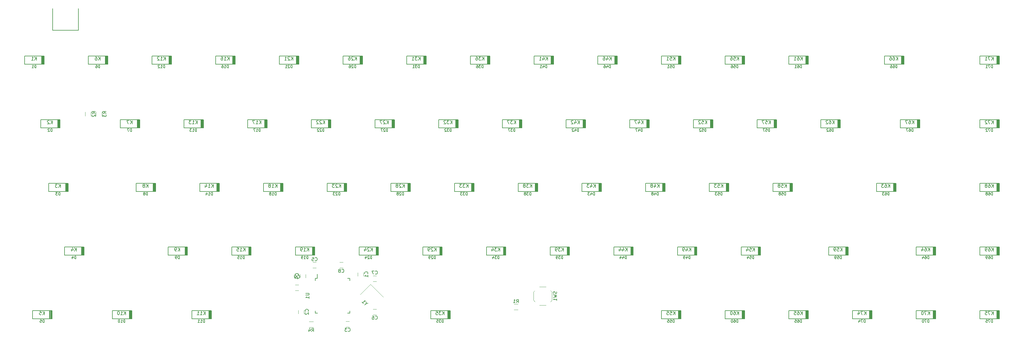
<source format=gbo>
G04 #@! TF.FileFunction,Legend,Bot*
%FSLAX46Y46*%
G04 Gerber Fmt 4.6, Leading zero omitted, Abs format (unit mm)*
G04 Created by KiCad (PCBNEW 4.0.7) date 02/17/18 00:52:53*
%MOMM*%
%LPD*%
G01*
G04 APERTURE LIST*
%ADD10C,0.100000*%
%ADD11C,0.150000*%
%ADD12C,0.120000*%
%ADD13C,0.200000*%
G04 APERTURE END LIST*
D10*
D11*
X172207500Y-112980000D02*
X172782500Y-112980000D01*
X172207500Y-123330000D02*
X172882500Y-123330000D01*
X182557500Y-123330000D02*
X181882500Y-123330000D01*
X182557500Y-112980000D02*
X181882500Y-112980000D01*
X172207500Y-112980000D02*
X172207500Y-113655000D01*
X182557500Y-112980000D02*
X182557500Y-113655000D01*
X182557500Y-123330000D02*
X182557500Y-122655000D01*
X172207500Y-123330000D02*
X172207500Y-122655000D01*
X172782500Y-112980000D02*
X172782500Y-111705000D01*
D12*
X186600000Y-111250000D02*
X186600000Y-112250000D01*
X184900000Y-112250000D02*
X184900000Y-111250000D01*
X168850000Y-122500000D02*
X168850000Y-123500000D01*
X167150000Y-123500000D02*
X167150000Y-122500000D01*
X182375000Y-127475000D02*
X181375000Y-127475000D01*
X181375000Y-125775000D02*
X182375000Y-125775000D01*
X167650000Y-112750000D02*
X167650000Y-111750000D01*
X169350000Y-111750000D02*
X169350000Y-112750000D01*
X171500000Y-108150000D02*
X172500000Y-108150000D01*
X172500000Y-109850000D02*
X171500000Y-109850000D01*
X190500000Y-123850000D02*
X189500000Y-123850000D01*
X189500000Y-122150000D02*
X190500000Y-122150000D01*
X189500000Y-112150000D02*
X190500000Y-112150000D01*
X190500000Y-113850000D02*
X189500000Y-113850000D01*
X180500000Y-109850000D02*
X179500000Y-109850000D01*
X179500000Y-108150000D02*
X180500000Y-108150000D01*
X167250000Y-116600000D02*
X166250000Y-116600000D01*
X166250000Y-114900000D02*
X167250000Y-114900000D01*
D13*
X90381250Y-46425000D02*
X90381250Y-48825000D01*
X90556250Y-46425000D02*
X90556250Y-48825000D01*
X90731250Y-46425000D02*
X90731250Y-48825000D01*
X91131250Y-48825000D02*
X91131250Y-46425000D01*
X90906250Y-46425000D02*
X90906250Y-48825000D01*
X91031250Y-46425000D02*
X91031250Y-48825000D01*
X91106250Y-46425000D02*
X85306250Y-46425000D01*
X85306250Y-46425000D02*
X85306250Y-48825000D01*
X85306250Y-48825000D02*
X91106250Y-48825000D01*
X95143750Y-65475000D02*
X95143750Y-67875000D01*
X95318750Y-65475000D02*
X95318750Y-67875000D01*
X95493750Y-65475000D02*
X95493750Y-67875000D01*
X95893750Y-67875000D02*
X95893750Y-65475000D01*
X95668750Y-65475000D02*
X95668750Y-67875000D01*
X95793750Y-65475000D02*
X95793750Y-67875000D01*
X95868750Y-65475000D02*
X90068750Y-65475000D01*
X90068750Y-65475000D02*
X90068750Y-67875000D01*
X90068750Y-67875000D02*
X95868750Y-67875000D01*
X97525000Y-84525000D02*
X97525000Y-86925000D01*
X97700000Y-84525000D02*
X97700000Y-86925000D01*
X97875000Y-84525000D02*
X97875000Y-86925000D01*
X98275000Y-86925000D02*
X98275000Y-84525000D01*
X98050000Y-84525000D02*
X98050000Y-86925000D01*
X98175000Y-84525000D02*
X98175000Y-86925000D01*
X98250000Y-84525000D02*
X92450000Y-84525000D01*
X92450000Y-84525000D02*
X92450000Y-86925000D01*
X92450000Y-86925000D02*
X98250000Y-86925000D01*
X102287500Y-103575000D02*
X102287500Y-105975000D01*
X102462500Y-103575000D02*
X102462500Y-105975000D01*
X102637500Y-103575000D02*
X102637500Y-105975000D01*
X103037500Y-105975000D02*
X103037500Y-103575000D01*
X102812500Y-103575000D02*
X102812500Y-105975000D01*
X102937500Y-103575000D02*
X102937500Y-105975000D01*
X103012500Y-103575000D02*
X97212500Y-103575000D01*
X97212500Y-103575000D02*
X97212500Y-105975000D01*
X97212500Y-105975000D02*
X103012500Y-105975000D01*
X92762500Y-122625000D02*
X92762500Y-125025000D01*
X92937500Y-122625000D02*
X92937500Y-125025000D01*
X93112500Y-122625000D02*
X93112500Y-125025000D01*
X93512500Y-125025000D02*
X93512500Y-122625000D01*
X93287500Y-122625000D02*
X93287500Y-125025000D01*
X93412500Y-122625000D02*
X93412500Y-125025000D01*
X93487500Y-122625000D02*
X87687500Y-122625000D01*
X87687500Y-122625000D02*
X87687500Y-125025000D01*
X87687500Y-125025000D02*
X93487500Y-125025000D01*
X109431250Y-46425000D02*
X109431250Y-48825000D01*
X109606250Y-46425000D02*
X109606250Y-48825000D01*
X109781250Y-46425000D02*
X109781250Y-48825000D01*
X110181250Y-48825000D02*
X110181250Y-46425000D01*
X109956250Y-46425000D02*
X109956250Y-48825000D01*
X110081250Y-46425000D02*
X110081250Y-48825000D01*
X110156250Y-46425000D02*
X104356250Y-46425000D01*
X104356250Y-46425000D02*
X104356250Y-48825000D01*
X104356250Y-48825000D02*
X110156250Y-48825000D01*
X118956250Y-65475000D02*
X118956250Y-67875000D01*
X119131250Y-65475000D02*
X119131250Y-67875000D01*
X119306250Y-65475000D02*
X119306250Y-67875000D01*
X119706250Y-67875000D02*
X119706250Y-65475000D01*
X119481250Y-65475000D02*
X119481250Y-67875000D01*
X119606250Y-65475000D02*
X119606250Y-67875000D01*
X119681250Y-65475000D02*
X113881250Y-65475000D01*
X113881250Y-65475000D02*
X113881250Y-67875000D01*
X113881250Y-67875000D02*
X119681250Y-67875000D01*
X123718750Y-84525000D02*
X123718750Y-86925000D01*
X123893750Y-84525000D02*
X123893750Y-86925000D01*
X124068750Y-84525000D02*
X124068750Y-86925000D01*
X124468750Y-86925000D02*
X124468750Y-84525000D01*
X124243750Y-84525000D02*
X124243750Y-86925000D01*
X124368750Y-84525000D02*
X124368750Y-86925000D01*
X124443750Y-84525000D02*
X118643750Y-84525000D01*
X118643750Y-84525000D02*
X118643750Y-86925000D01*
X118643750Y-86925000D02*
X124443750Y-86925000D01*
X133243750Y-103575000D02*
X133243750Y-105975000D01*
X133418750Y-103575000D02*
X133418750Y-105975000D01*
X133593750Y-103575000D02*
X133593750Y-105975000D01*
X133993750Y-105975000D02*
X133993750Y-103575000D01*
X133768750Y-103575000D02*
X133768750Y-105975000D01*
X133893750Y-103575000D02*
X133893750Y-105975000D01*
X133968750Y-103575000D02*
X128168750Y-103575000D01*
X128168750Y-103575000D02*
X128168750Y-105975000D01*
X128168750Y-105975000D02*
X133968750Y-105975000D01*
X116575000Y-122625000D02*
X116575000Y-125025000D01*
X116750000Y-122625000D02*
X116750000Y-125025000D01*
X116925000Y-122625000D02*
X116925000Y-125025000D01*
X117325000Y-125025000D02*
X117325000Y-122625000D01*
X117100000Y-122625000D02*
X117100000Y-125025000D01*
X117225000Y-122625000D02*
X117225000Y-125025000D01*
X117300000Y-122625000D02*
X111500000Y-122625000D01*
X111500000Y-122625000D02*
X111500000Y-125025000D01*
X111500000Y-125025000D02*
X117300000Y-125025000D01*
X140387500Y-122625000D02*
X140387500Y-125025000D01*
X140562500Y-122625000D02*
X140562500Y-125025000D01*
X140737500Y-122625000D02*
X140737500Y-125025000D01*
X141137500Y-125025000D02*
X141137500Y-122625000D01*
X140912500Y-122625000D02*
X140912500Y-125025000D01*
X141037500Y-122625000D02*
X141037500Y-125025000D01*
X141112500Y-122625000D02*
X135312500Y-122625000D01*
X135312500Y-122625000D02*
X135312500Y-125025000D01*
X135312500Y-125025000D02*
X141112500Y-125025000D01*
X128481250Y-46425000D02*
X128481250Y-48825000D01*
X128656250Y-46425000D02*
X128656250Y-48825000D01*
X128831250Y-46425000D02*
X128831250Y-48825000D01*
X129231250Y-48825000D02*
X129231250Y-46425000D01*
X129006250Y-46425000D02*
X129006250Y-48825000D01*
X129131250Y-46425000D02*
X129131250Y-48825000D01*
X129206250Y-46425000D02*
X123406250Y-46425000D01*
X123406250Y-46425000D02*
X123406250Y-48825000D01*
X123406250Y-48825000D02*
X129206250Y-48825000D01*
X138006250Y-65475000D02*
X138006250Y-67875000D01*
X138181250Y-65475000D02*
X138181250Y-67875000D01*
X138356250Y-65475000D02*
X138356250Y-67875000D01*
X138756250Y-67875000D02*
X138756250Y-65475000D01*
X138531250Y-65475000D02*
X138531250Y-67875000D01*
X138656250Y-65475000D02*
X138656250Y-67875000D01*
X138731250Y-65475000D02*
X132931250Y-65475000D01*
X132931250Y-65475000D02*
X132931250Y-67875000D01*
X132931250Y-67875000D02*
X138731250Y-67875000D01*
X142768750Y-84525000D02*
X142768750Y-86925000D01*
X142943750Y-84525000D02*
X142943750Y-86925000D01*
X143118750Y-84525000D02*
X143118750Y-86925000D01*
X143518750Y-86925000D02*
X143518750Y-84525000D01*
X143293750Y-84525000D02*
X143293750Y-86925000D01*
X143418750Y-84525000D02*
X143418750Y-86925000D01*
X143493750Y-84525000D02*
X137693750Y-84525000D01*
X137693750Y-84525000D02*
X137693750Y-86925000D01*
X137693750Y-86925000D02*
X143493750Y-86925000D01*
X152293750Y-103575000D02*
X152293750Y-105975000D01*
X152468750Y-103575000D02*
X152468750Y-105975000D01*
X152643750Y-103575000D02*
X152643750Y-105975000D01*
X153043750Y-105975000D02*
X153043750Y-103575000D01*
X152818750Y-103575000D02*
X152818750Y-105975000D01*
X152943750Y-103575000D02*
X152943750Y-105975000D01*
X153018750Y-103575000D02*
X147218750Y-103575000D01*
X147218750Y-103575000D02*
X147218750Y-105975000D01*
X147218750Y-105975000D02*
X153018750Y-105975000D01*
X147531250Y-46425000D02*
X147531250Y-48825000D01*
X147706250Y-46425000D02*
X147706250Y-48825000D01*
X147881250Y-46425000D02*
X147881250Y-48825000D01*
X148281250Y-48825000D02*
X148281250Y-46425000D01*
X148056250Y-46425000D02*
X148056250Y-48825000D01*
X148181250Y-46425000D02*
X148181250Y-48825000D01*
X148256250Y-46425000D02*
X142456250Y-46425000D01*
X142456250Y-46425000D02*
X142456250Y-48825000D01*
X142456250Y-48825000D02*
X148256250Y-48825000D01*
X157056250Y-65475000D02*
X157056250Y-67875000D01*
X157231250Y-65475000D02*
X157231250Y-67875000D01*
X157406250Y-65475000D02*
X157406250Y-67875000D01*
X157806250Y-67875000D02*
X157806250Y-65475000D01*
X157581250Y-65475000D02*
X157581250Y-67875000D01*
X157706250Y-65475000D02*
X157706250Y-67875000D01*
X157781250Y-65475000D02*
X151981250Y-65475000D01*
X151981250Y-65475000D02*
X151981250Y-67875000D01*
X151981250Y-67875000D02*
X157781250Y-67875000D01*
X161818750Y-84525000D02*
X161818750Y-86925000D01*
X161993750Y-84525000D02*
X161993750Y-86925000D01*
X162168750Y-84525000D02*
X162168750Y-86925000D01*
X162568750Y-86925000D02*
X162568750Y-84525000D01*
X162343750Y-84525000D02*
X162343750Y-86925000D01*
X162468750Y-84525000D02*
X162468750Y-86925000D01*
X162543750Y-84525000D02*
X156743750Y-84525000D01*
X156743750Y-84525000D02*
X156743750Y-86925000D01*
X156743750Y-86925000D02*
X162543750Y-86925000D01*
X171343750Y-103575000D02*
X171343750Y-105975000D01*
X171518750Y-103575000D02*
X171518750Y-105975000D01*
X171693750Y-103575000D02*
X171693750Y-105975000D01*
X172093750Y-105975000D02*
X172093750Y-103575000D01*
X171868750Y-103575000D02*
X171868750Y-105975000D01*
X171993750Y-103575000D02*
X171993750Y-105975000D01*
X172068750Y-103575000D02*
X166268750Y-103575000D01*
X166268750Y-103575000D02*
X166268750Y-105975000D01*
X166268750Y-105975000D02*
X172068750Y-105975000D01*
X166581250Y-46425000D02*
X166581250Y-48825000D01*
X166756250Y-46425000D02*
X166756250Y-48825000D01*
X166931250Y-46425000D02*
X166931250Y-48825000D01*
X167331250Y-48825000D02*
X167331250Y-46425000D01*
X167106250Y-46425000D02*
X167106250Y-48825000D01*
X167231250Y-46425000D02*
X167231250Y-48825000D01*
X167306250Y-46425000D02*
X161506250Y-46425000D01*
X161506250Y-46425000D02*
X161506250Y-48825000D01*
X161506250Y-48825000D02*
X167306250Y-48825000D01*
X176106250Y-65475000D02*
X176106250Y-67875000D01*
X176281250Y-65475000D02*
X176281250Y-67875000D01*
X176456250Y-65475000D02*
X176456250Y-67875000D01*
X176856250Y-67875000D02*
X176856250Y-65475000D01*
X176631250Y-65475000D02*
X176631250Y-67875000D01*
X176756250Y-65475000D02*
X176756250Y-67875000D01*
X176831250Y-65475000D02*
X171031250Y-65475000D01*
X171031250Y-65475000D02*
X171031250Y-67875000D01*
X171031250Y-67875000D02*
X176831250Y-67875000D01*
X180868750Y-84525000D02*
X180868750Y-86925000D01*
X181043750Y-84525000D02*
X181043750Y-86925000D01*
X181218750Y-84525000D02*
X181218750Y-86925000D01*
X181618750Y-86925000D02*
X181618750Y-84525000D01*
X181393750Y-84525000D02*
X181393750Y-86925000D01*
X181518750Y-84525000D02*
X181518750Y-86925000D01*
X181593750Y-84525000D02*
X175793750Y-84525000D01*
X175793750Y-84525000D02*
X175793750Y-86925000D01*
X175793750Y-86925000D02*
X181593750Y-86925000D01*
X190393750Y-103575000D02*
X190393750Y-105975000D01*
X190568750Y-103575000D02*
X190568750Y-105975000D01*
X190743750Y-103575000D02*
X190743750Y-105975000D01*
X191143750Y-105975000D02*
X191143750Y-103575000D01*
X190918750Y-103575000D02*
X190918750Y-105975000D01*
X191043750Y-103575000D02*
X191043750Y-105975000D01*
X191118750Y-103575000D02*
X185318750Y-103575000D01*
X185318750Y-103575000D02*
X185318750Y-105975000D01*
X185318750Y-105975000D02*
X191118750Y-105975000D01*
X185631250Y-46425000D02*
X185631250Y-48825000D01*
X185806250Y-46425000D02*
X185806250Y-48825000D01*
X185981250Y-46425000D02*
X185981250Y-48825000D01*
X186381250Y-48825000D02*
X186381250Y-46425000D01*
X186156250Y-46425000D02*
X186156250Y-48825000D01*
X186281250Y-46425000D02*
X186281250Y-48825000D01*
X186356250Y-46425000D02*
X180556250Y-46425000D01*
X180556250Y-46425000D02*
X180556250Y-48825000D01*
X180556250Y-48825000D02*
X186356250Y-48825000D01*
X195156250Y-65475000D02*
X195156250Y-67875000D01*
X195331250Y-65475000D02*
X195331250Y-67875000D01*
X195506250Y-65475000D02*
X195506250Y-67875000D01*
X195906250Y-67875000D02*
X195906250Y-65475000D01*
X195681250Y-65475000D02*
X195681250Y-67875000D01*
X195806250Y-65475000D02*
X195806250Y-67875000D01*
X195881250Y-65475000D02*
X190081250Y-65475000D01*
X190081250Y-65475000D02*
X190081250Y-67875000D01*
X190081250Y-67875000D02*
X195881250Y-67875000D01*
X199918750Y-84525000D02*
X199918750Y-86925000D01*
X200093750Y-84525000D02*
X200093750Y-86925000D01*
X200268750Y-84525000D02*
X200268750Y-86925000D01*
X200668750Y-86925000D02*
X200668750Y-84525000D01*
X200443750Y-84525000D02*
X200443750Y-86925000D01*
X200568750Y-84525000D02*
X200568750Y-86925000D01*
X200643750Y-84525000D02*
X194843750Y-84525000D01*
X194843750Y-84525000D02*
X194843750Y-86925000D01*
X194843750Y-86925000D02*
X200643750Y-86925000D01*
X209443750Y-103575000D02*
X209443750Y-105975000D01*
X209618750Y-103575000D02*
X209618750Y-105975000D01*
X209793750Y-103575000D02*
X209793750Y-105975000D01*
X210193750Y-105975000D02*
X210193750Y-103575000D01*
X209968750Y-103575000D02*
X209968750Y-105975000D01*
X210093750Y-103575000D02*
X210093750Y-105975000D01*
X210168750Y-103575000D02*
X204368750Y-103575000D01*
X204368750Y-103575000D02*
X204368750Y-105975000D01*
X204368750Y-105975000D02*
X210168750Y-105975000D01*
X204681250Y-46425000D02*
X204681250Y-48825000D01*
X204856250Y-46425000D02*
X204856250Y-48825000D01*
X205031250Y-46425000D02*
X205031250Y-48825000D01*
X205431250Y-48825000D02*
X205431250Y-46425000D01*
X205206250Y-46425000D02*
X205206250Y-48825000D01*
X205331250Y-46425000D02*
X205331250Y-48825000D01*
X205406250Y-46425000D02*
X199606250Y-46425000D01*
X199606250Y-46425000D02*
X199606250Y-48825000D01*
X199606250Y-48825000D02*
X205406250Y-48825000D01*
X214206250Y-65475000D02*
X214206250Y-67875000D01*
X214381250Y-65475000D02*
X214381250Y-67875000D01*
X214556250Y-65475000D02*
X214556250Y-67875000D01*
X214956250Y-67875000D02*
X214956250Y-65475000D01*
X214731250Y-65475000D02*
X214731250Y-67875000D01*
X214856250Y-65475000D02*
X214856250Y-67875000D01*
X214931250Y-65475000D02*
X209131250Y-65475000D01*
X209131250Y-65475000D02*
X209131250Y-67875000D01*
X209131250Y-67875000D02*
X214931250Y-67875000D01*
X218968750Y-84525000D02*
X218968750Y-86925000D01*
X219143750Y-84525000D02*
X219143750Y-86925000D01*
X219318750Y-84525000D02*
X219318750Y-86925000D01*
X219718750Y-86925000D02*
X219718750Y-84525000D01*
X219493750Y-84525000D02*
X219493750Y-86925000D01*
X219618750Y-84525000D02*
X219618750Y-86925000D01*
X219693750Y-84525000D02*
X213893750Y-84525000D01*
X213893750Y-84525000D02*
X213893750Y-86925000D01*
X213893750Y-86925000D02*
X219693750Y-86925000D01*
X228493750Y-103575000D02*
X228493750Y-105975000D01*
X228668750Y-103575000D02*
X228668750Y-105975000D01*
X228843750Y-103575000D02*
X228843750Y-105975000D01*
X229243750Y-105975000D02*
X229243750Y-103575000D01*
X229018750Y-103575000D02*
X229018750Y-105975000D01*
X229143750Y-103575000D02*
X229143750Y-105975000D01*
X229218750Y-103575000D02*
X223418750Y-103575000D01*
X223418750Y-103575000D02*
X223418750Y-105975000D01*
X223418750Y-105975000D02*
X229218750Y-105975000D01*
X211825000Y-122625000D02*
X211825000Y-125025000D01*
X212000000Y-122625000D02*
X212000000Y-125025000D01*
X212175000Y-122625000D02*
X212175000Y-125025000D01*
X212575000Y-125025000D02*
X212575000Y-122625000D01*
X212350000Y-122625000D02*
X212350000Y-125025000D01*
X212475000Y-122625000D02*
X212475000Y-125025000D01*
X212550000Y-122625000D02*
X206750000Y-122625000D01*
X206750000Y-122625000D02*
X206750000Y-125025000D01*
X206750000Y-125025000D02*
X212550000Y-125025000D01*
X223731250Y-46425000D02*
X223731250Y-48825000D01*
X223906250Y-46425000D02*
X223906250Y-48825000D01*
X224081250Y-46425000D02*
X224081250Y-48825000D01*
X224481250Y-48825000D02*
X224481250Y-46425000D01*
X224256250Y-46425000D02*
X224256250Y-48825000D01*
X224381250Y-46425000D02*
X224381250Y-48825000D01*
X224456250Y-46425000D02*
X218656250Y-46425000D01*
X218656250Y-46425000D02*
X218656250Y-48825000D01*
X218656250Y-48825000D02*
X224456250Y-48825000D01*
X233256250Y-65475000D02*
X233256250Y-67875000D01*
X233431250Y-65475000D02*
X233431250Y-67875000D01*
X233606250Y-65475000D02*
X233606250Y-67875000D01*
X234006250Y-67875000D02*
X234006250Y-65475000D01*
X233781250Y-65475000D02*
X233781250Y-67875000D01*
X233906250Y-65475000D02*
X233906250Y-67875000D01*
X233981250Y-65475000D02*
X228181250Y-65475000D01*
X228181250Y-65475000D02*
X228181250Y-67875000D01*
X228181250Y-67875000D02*
X233981250Y-67875000D01*
X238018750Y-84525000D02*
X238018750Y-86925000D01*
X238193750Y-84525000D02*
X238193750Y-86925000D01*
X238368750Y-84525000D02*
X238368750Y-86925000D01*
X238768750Y-86925000D02*
X238768750Y-84525000D01*
X238543750Y-84525000D02*
X238543750Y-86925000D01*
X238668750Y-84525000D02*
X238668750Y-86925000D01*
X238743750Y-84525000D02*
X232943750Y-84525000D01*
X232943750Y-84525000D02*
X232943750Y-86925000D01*
X232943750Y-86925000D02*
X238743750Y-86925000D01*
X247543750Y-103575000D02*
X247543750Y-105975000D01*
X247718750Y-103575000D02*
X247718750Y-105975000D01*
X247893750Y-103575000D02*
X247893750Y-105975000D01*
X248293750Y-105975000D02*
X248293750Y-103575000D01*
X248068750Y-103575000D02*
X248068750Y-105975000D01*
X248193750Y-103575000D02*
X248193750Y-105975000D01*
X248268750Y-103575000D02*
X242468750Y-103575000D01*
X242468750Y-103575000D02*
X242468750Y-105975000D01*
X242468750Y-105975000D02*
X248268750Y-105975000D01*
X242781250Y-46425000D02*
X242781250Y-48825000D01*
X242956250Y-46425000D02*
X242956250Y-48825000D01*
X243131250Y-46425000D02*
X243131250Y-48825000D01*
X243531250Y-48825000D02*
X243531250Y-46425000D01*
X243306250Y-46425000D02*
X243306250Y-48825000D01*
X243431250Y-46425000D02*
X243431250Y-48825000D01*
X243506250Y-46425000D02*
X237706250Y-46425000D01*
X237706250Y-46425000D02*
X237706250Y-48825000D01*
X237706250Y-48825000D02*
X243506250Y-48825000D01*
X252306250Y-65475000D02*
X252306250Y-67875000D01*
X252481250Y-65475000D02*
X252481250Y-67875000D01*
X252656250Y-65475000D02*
X252656250Y-67875000D01*
X253056250Y-67875000D02*
X253056250Y-65475000D01*
X252831250Y-65475000D02*
X252831250Y-67875000D01*
X252956250Y-65475000D02*
X252956250Y-67875000D01*
X253031250Y-65475000D02*
X247231250Y-65475000D01*
X247231250Y-65475000D02*
X247231250Y-67875000D01*
X247231250Y-67875000D02*
X253031250Y-67875000D01*
X257068750Y-84525000D02*
X257068750Y-86925000D01*
X257243750Y-84525000D02*
X257243750Y-86925000D01*
X257418750Y-84525000D02*
X257418750Y-86925000D01*
X257818750Y-86925000D02*
X257818750Y-84525000D01*
X257593750Y-84525000D02*
X257593750Y-86925000D01*
X257718750Y-84525000D02*
X257718750Y-86925000D01*
X257793750Y-84525000D02*
X251993750Y-84525000D01*
X251993750Y-84525000D02*
X251993750Y-86925000D01*
X251993750Y-86925000D02*
X257793750Y-86925000D01*
X266593750Y-103575000D02*
X266593750Y-105975000D01*
X266768750Y-103575000D02*
X266768750Y-105975000D01*
X266943750Y-103575000D02*
X266943750Y-105975000D01*
X267343750Y-105975000D02*
X267343750Y-103575000D01*
X267118750Y-103575000D02*
X267118750Y-105975000D01*
X267243750Y-103575000D02*
X267243750Y-105975000D01*
X267318750Y-103575000D02*
X261518750Y-103575000D01*
X261518750Y-103575000D02*
X261518750Y-105975000D01*
X261518750Y-105975000D02*
X267318750Y-105975000D01*
X261831250Y-46425000D02*
X261831250Y-48825000D01*
X262006250Y-46425000D02*
X262006250Y-48825000D01*
X262181250Y-46425000D02*
X262181250Y-48825000D01*
X262581250Y-48825000D02*
X262581250Y-46425000D01*
X262356250Y-46425000D02*
X262356250Y-48825000D01*
X262481250Y-46425000D02*
X262481250Y-48825000D01*
X262556250Y-46425000D02*
X256756250Y-46425000D01*
X256756250Y-46425000D02*
X256756250Y-48825000D01*
X256756250Y-48825000D02*
X262556250Y-48825000D01*
X271356250Y-65475000D02*
X271356250Y-67875000D01*
X271531250Y-65475000D02*
X271531250Y-67875000D01*
X271706250Y-65475000D02*
X271706250Y-67875000D01*
X272106250Y-67875000D02*
X272106250Y-65475000D01*
X271881250Y-65475000D02*
X271881250Y-67875000D01*
X272006250Y-65475000D02*
X272006250Y-67875000D01*
X272081250Y-65475000D02*
X266281250Y-65475000D01*
X266281250Y-65475000D02*
X266281250Y-67875000D01*
X266281250Y-67875000D02*
X272081250Y-67875000D01*
X276118750Y-84525000D02*
X276118750Y-86925000D01*
X276293750Y-84525000D02*
X276293750Y-86925000D01*
X276468750Y-84525000D02*
X276468750Y-86925000D01*
X276868750Y-86925000D02*
X276868750Y-84525000D01*
X276643750Y-84525000D02*
X276643750Y-86925000D01*
X276768750Y-84525000D02*
X276768750Y-86925000D01*
X276843750Y-84525000D02*
X271043750Y-84525000D01*
X271043750Y-84525000D02*
X271043750Y-86925000D01*
X271043750Y-86925000D02*
X276843750Y-86925000D01*
X285643750Y-103575000D02*
X285643750Y-105975000D01*
X285818750Y-103575000D02*
X285818750Y-105975000D01*
X285993750Y-103575000D02*
X285993750Y-105975000D01*
X286393750Y-105975000D02*
X286393750Y-103575000D01*
X286168750Y-103575000D02*
X286168750Y-105975000D01*
X286293750Y-103575000D02*
X286293750Y-105975000D01*
X286368750Y-103575000D02*
X280568750Y-103575000D01*
X280568750Y-103575000D02*
X280568750Y-105975000D01*
X280568750Y-105975000D02*
X286368750Y-105975000D01*
X280881250Y-46425000D02*
X280881250Y-48825000D01*
X281056250Y-46425000D02*
X281056250Y-48825000D01*
X281231250Y-46425000D02*
X281231250Y-48825000D01*
X281631250Y-48825000D02*
X281631250Y-46425000D01*
X281406250Y-46425000D02*
X281406250Y-48825000D01*
X281531250Y-46425000D02*
X281531250Y-48825000D01*
X281606250Y-46425000D02*
X275806250Y-46425000D01*
X275806250Y-46425000D02*
X275806250Y-48825000D01*
X275806250Y-48825000D02*
X281606250Y-48825000D01*
X290406250Y-65475000D02*
X290406250Y-67875000D01*
X290581250Y-65475000D02*
X290581250Y-67875000D01*
X290756250Y-65475000D02*
X290756250Y-67875000D01*
X291156250Y-67875000D02*
X291156250Y-65475000D01*
X290931250Y-65475000D02*
X290931250Y-67875000D01*
X291056250Y-65475000D02*
X291056250Y-67875000D01*
X291131250Y-65475000D02*
X285331250Y-65475000D01*
X285331250Y-65475000D02*
X285331250Y-67875000D01*
X285331250Y-67875000D02*
X291131250Y-67875000D01*
X295168750Y-84525000D02*
X295168750Y-86925000D01*
X295343750Y-84525000D02*
X295343750Y-86925000D01*
X295518750Y-84525000D02*
X295518750Y-86925000D01*
X295918750Y-86925000D02*
X295918750Y-84525000D01*
X295693750Y-84525000D02*
X295693750Y-86925000D01*
X295818750Y-84525000D02*
X295818750Y-86925000D01*
X295893750Y-84525000D02*
X290093750Y-84525000D01*
X290093750Y-84525000D02*
X290093750Y-86925000D01*
X290093750Y-86925000D02*
X295893750Y-86925000D01*
X304693750Y-103575000D02*
X304693750Y-105975000D01*
X304868750Y-103575000D02*
X304868750Y-105975000D01*
X305043750Y-103575000D02*
X305043750Y-105975000D01*
X305443750Y-105975000D02*
X305443750Y-103575000D01*
X305218750Y-103575000D02*
X305218750Y-105975000D01*
X305343750Y-103575000D02*
X305343750Y-105975000D01*
X305418750Y-103575000D02*
X299618750Y-103575000D01*
X299618750Y-103575000D02*
X299618750Y-105975000D01*
X299618750Y-105975000D02*
X305418750Y-105975000D01*
X280881250Y-122625000D02*
X280881250Y-125025000D01*
X281056250Y-122625000D02*
X281056250Y-125025000D01*
X281231250Y-122625000D02*
X281231250Y-125025000D01*
X281631250Y-125025000D02*
X281631250Y-122625000D01*
X281406250Y-122625000D02*
X281406250Y-125025000D01*
X281531250Y-122625000D02*
X281531250Y-125025000D01*
X281606250Y-122625000D02*
X275806250Y-122625000D01*
X275806250Y-122625000D02*
X275806250Y-125025000D01*
X275806250Y-125025000D02*
X281606250Y-125025000D01*
X299931250Y-46425000D02*
X299931250Y-48825000D01*
X300106250Y-46425000D02*
X300106250Y-48825000D01*
X300281250Y-46425000D02*
X300281250Y-48825000D01*
X300681250Y-48825000D02*
X300681250Y-46425000D01*
X300456250Y-46425000D02*
X300456250Y-48825000D01*
X300581250Y-46425000D02*
X300581250Y-48825000D01*
X300656250Y-46425000D02*
X294856250Y-46425000D01*
X294856250Y-46425000D02*
X294856250Y-48825000D01*
X294856250Y-48825000D02*
X300656250Y-48825000D01*
X309456250Y-65475000D02*
X309456250Y-67875000D01*
X309631250Y-65475000D02*
X309631250Y-67875000D01*
X309806250Y-65475000D02*
X309806250Y-67875000D01*
X310206250Y-67875000D02*
X310206250Y-65475000D01*
X309981250Y-65475000D02*
X309981250Y-67875000D01*
X310106250Y-65475000D02*
X310106250Y-67875000D01*
X310181250Y-65475000D02*
X304381250Y-65475000D01*
X304381250Y-65475000D02*
X304381250Y-67875000D01*
X304381250Y-67875000D02*
X310181250Y-67875000D01*
X314218750Y-84525000D02*
X314218750Y-86925000D01*
X314393750Y-84525000D02*
X314393750Y-86925000D01*
X314568750Y-84525000D02*
X314568750Y-86925000D01*
X314968750Y-86925000D02*
X314968750Y-84525000D01*
X314743750Y-84525000D02*
X314743750Y-86925000D01*
X314868750Y-84525000D02*
X314868750Y-86925000D01*
X314943750Y-84525000D02*
X309143750Y-84525000D01*
X309143750Y-84525000D02*
X309143750Y-86925000D01*
X309143750Y-86925000D02*
X314943750Y-86925000D01*
X299931250Y-122625000D02*
X299931250Y-125025000D01*
X300106250Y-122625000D02*
X300106250Y-125025000D01*
X300281250Y-122625000D02*
X300281250Y-125025000D01*
X300681250Y-125025000D02*
X300681250Y-122625000D01*
X300456250Y-122625000D02*
X300456250Y-125025000D01*
X300581250Y-122625000D02*
X300581250Y-125025000D01*
X300656250Y-122625000D02*
X294856250Y-122625000D01*
X294856250Y-122625000D02*
X294856250Y-125025000D01*
X294856250Y-125025000D02*
X300656250Y-125025000D01*
X318981250Y-46425000D02*
X318981250Y-48825000D01*
X319156250Y-46425000D02*
X319156250Y-48825000D01*
X319331250Y-46425000D02*
X319331250Y-48825000D01*
X319731250Y-48825000D02*
X319731250Y-46425000D01*
X319506250Y-46425000D02*
X319506250Y-48825000D01*
X319631250Y-46425000D02*
X319631250Y-48825000D01*
X319706250Y-46425000D02*
X313906250Y-46425000D01*
X313906250Y-46425000D02*
X313906250Y-48825000D01*
X313906250Y-48825000D02*
X319706250Y-48825000D01*
X328506250Y-65475000D02*
X328506250Y-67875000D01*
X328681250Y-65475000D02*
X328681250Y-67875000D01*
X328856250Y-65475000D02*
X328856250Y-67875000D01*
X329256250Y-67875000D02*
X329256250Y-65475000D01*
X329031250Y-65475000D02*
X329031250Y-67875000D01*
X329156250Y-65475000D02*
X329156250Y-67875000D01*
X329231250Y-65475000D02*
X323431250Y-65475000D01*
X323431250Y-65475000D02*
X323431250Y-67875000D01*
X323431250Y-67875000D02*
X329231250Y-67875000D01*
X345175000Y-84525000D02*
X345175000Y-86925000D01*
X345350000Y-84525000D02*
X345350000Y-86925000D01*
X345525000Y-84525000D02*
X345525000Y-86925000D01*
X345925000Y-86925000D02*
X345925000Y-84525000D01*
X345700000Y-84525000D02*
X345700000Y-86925000D01*
X345825000Y-84525000D02*
X345825000Y-86925000D01*
X345900000Y-84525000D02*
X340100000Y-84525000D01*
X340100000Y-84525000D02*
X340100000Y-86925000D01*
X340100000Y-86925000D02*
X345900000Y-86925000D01*
X357081250Y-103575000D02*
X357081250Y-105975000D01*
X357256250Y-103575000D02*
X357256250Y-105975000D01*
X357431250Y-103575000D02*
X357431250Y-105975000D01*
X357831250Y-105975000D02*
X357831250Y-103575000D01*
X357606250Y-103575000D02*
X357606250Y-105975000D01*
X357731250Y-103575000D02*
X357731250Y-105975000D01*
X357806250Y-103575000D02*
X352006250Y-103575000D01*
X352006250Y-103575000D02*
X352006250Y-105975000D01*
X352006250Y-105975000D02*
X357806250Y-105975000D01*
X318981250Y-122625000D02*
X318981250Y-125025000D01*
X319156250Y-122625000D02*
X319156250Y-125025000D01*
X319331250Y-122625000D02*
X319331250Y-125025000D01*
X319731250Y-125025000D02*
X319731250Y-122625000D01*
X319506250Y-122625000D02*
X319506250Y-125025000D01*
X319631250Y-122625000D02*
X319631250Y-125025000D01*
X319706250Y-122625000D02*
X313906250Y-122625000D01*
X313906250Y-122625000D02*
X313906250Y-125025000D01*
X313906250Y-125025000D02*
X319706250Y-125025000D01*
X347556250Y-46425000D02*
X347556250Y-48825000D01*
X347731250Y-46425000D02*
X347731250Y-48825000D01*
X347906250Y-46425000D02*
X347906250Y-48825000D01*
X348306250Y-48825000D02*
X348306250Y-46425000D01*
X348081250Y-46425000D02*
X348081250Y-48825000D01*
X348206250Y-46425000D02*
X348206250Y-48825000D01*
X348281250Y-46425000D02*
X342481250Y-46425000D01*
X342481250Y-46425000D02*
X342481250Y-48825000D01*
X342481250Y-48825000D02*
X348281250Y-48825000D01*
X352318750Y-65475000D02*
X352318750Y-67875000D01*
X352493750Y-65475000D02*
X352493750Y-67875000D01*
X352668750Y-65475000D02*
X352668750Y-67875000D01*
X353068750Y-67875000D02*
X353068750Y-65475000D01*
X352843750Y-65475000D02*
X352843750Y-67875000D01*
X352968750Y-65475000D02*
X352968750Y-67875000D01*
X353043750Y-65475000D02*
X347243750Y-65475000D01*
X347243750Y-65475000D02*
X347243750Y-67875000D01*
X347243750Y-67875000D02*
X353043750Y-67875000D01*
X376131250Y-84525000D02*
X376131250Y-86925000D01*
X376306250Y-84525000D02*
X376306250Y-86925000D01*
X376481250Y-84525000D02*
X376481250Y-86925000D01*
X376881250Y-86925000D02*
X376881250Y-84525000D01*
X376656250Y-84525000D02*
X376656250Y-86925000D01*
X376781250Y-84525000D02*
X376781250Y-86925000D01*
X376856250Y-84525000D02*
X371056250Y-84525000D01*
X371056250Y-84525000D02*
X371056250Y-86925000D01*
X371056250Y-86925000D02*
X376856250Y-86925000D01*
X376131250Y-103575000D02*
X376131250Y-105975000D01*
X376306250Y-103575000D02*
X376306250Y-105975000D01*
X376481250Y-103575000D02*
X376481250Y-105975000D01*
X376881250Y-105975000D02*
X376881250Y-103575000D01*
X376656250Y-103575000D02*
X376656250Y-105975000D01*
X376781250Y-103575000D02*
X376781250Y-105975000D01*
X376856250Y-103575000D02*
X371056250Y-103575000D01*
X371056250Y-103575000D02*
X371056250Y-105975000D01*
X371056250Y-105975000D02*
X376856250Y-105975000D01*
X357081250Y-122625000D02*
X357081250Y-125025000D01*
X357256250Y-122625000D02*
X357256250Y-125025000D01*
X357431250Y-122625000D02*
X357431250Y-125025000D01*
X357831250Y-125025000D02*
X357831250Y-122625000D01*
X357606250Y-122625000D02*
X357606250Y-125025000D01*
X357731250Y-122625000D02*
X357731250Y-125025000D01*
X357806250Y-122625000D02*
X352006250Y-122625000D01*
X352006250Y-122625000D02*
X352006250Y-125025000D01*
X352006250Y-125025000D02*
X357806250Y-125025000D01*
X376131250Y-46425000D02*
X376131250Y-48825000D01*
X376306250Y-46425000D02*
X376306250Y-48825000D01*
X376481250Y-46425000D02*
X376481250Y-48825000D01*
X376881250Y-48825000D02*
X376881250Y-46425000D01*
X376656250Y-46425000D02*
X376656250Y-48825000D01*
X376781250Y-46425000D02*
X376781250Y-48825000D01*
X376856250Y-46425000D02*
X371056250Y-46425000D01*
X371056250Y-46425000D02*
X371056250Y-48825000D01*
X371056250Y-48825000D02*
X376856250Y-48825000D01*
X376131250Y-65475000D02*
X376131250Y-67875000D01*
X376306250Y-65475000D02*
X376306250Y-67875000D01*
X376481250Y-65475000D02*
X376481250Y-67875000D01*
X376881250Y-67875000D02*
X376881250Y-65475000D01*
X376656250Y-65475000D02*
X376656250Y-67875000D01*
X376781250Y-65475000D02*
X376781250Y-67875000D01*
X376856250Y-65475000D02*
X371056250Y-65475000D01*
X371056250Y-65475000D02*
X371056250Y-67875000D01*
X371056250Y-67875000D02*
X376856250Y-67875000D01*
X376131250Y-122625000D02*
X376131250Y-125025000D01*
X376306250Y-122625000D02*
X376306250Y-125025000D01*
X376481250Y-122625000D02*
X376481250Y-125025000D01*
X376881250Y-125025000D02*
X376881250Y-122625000D01*
X376656250Y-122625000D02*
X376656250Y-125025000D01*
X376781250Y-122625000D02*
X376781250Y-125025000D01*
X376856250Y-122625000D02*
X371056250Y-122625000D01*
X371056250Y-122625000D02*
X371056250Y-125025000D01*
X371056250Y-125025000D02*
X376856250Y-125025000D01*
X101350000Y-38650000D02*
X101350000Y-32150000D01*
X93650000Y-38650000D02*
X93650000Y-32150000D01*
X93650000Y-38650000D02*
X101350000Y-38650000D01*
D12*
X231650000Y-122380000D02*
X232850000Y-122380000D01*
X232850000Y-120620000D02*
X231650000Y-120620000D01*
X103370000Y-63150000D02*
X103370000Y-64350000D01*
X105130000Y-64350000D02*
X105130000Y-63150000D01*
X106620000Y-63150000D02*
X106620000Y-64350000D01*
X108380000Y-64350000D02*
X108380000Y-63150000D01*
X171600000Y-125870000D02*
X170400000Y-125870000D01*
X170400000Y-127630000D02*
X171600000Y-127630000D01*
X237950000Y-119950000D02*
X237500000Y-119500000D01*
X237950000Y-116550000D02*
X237500000Y-117000000D01*
X242550000Y-116550000D02*
X243000000Y-117000000D01*
X242550000Y-119950000D02*
X243000000Y-119500000D01*
X241250000Y-115500000D02*
X239250000Y-115500000D01*
X237500000Y-119500000D02*
X237500000Y-117000000D01*
X241250000Y-121000000D02*
X239250000Y-121000000D01*
X243000000Y-119500000D02*
X243000000Y-117000000D01*
X185700532Y-117766091D02*
X188741091Y-114725532D01*
X188741091Y-114725532D02*
X192559468Y-118543909D01*
D13*
X338031250Y-122625000D02*
X338031250Y-125025000D01*
X338206250Y-122625000D02*
X338206250Y-125025000D01*
X338381250Y-122625000D02*
X338381250Y-125025000D01*
X338781250Y-125025000D02*
X338781250Y-122625000D01*
X338556250Y-122625000D02*
X338556250Y-125025000D01*
X338681250Y-122625000D02*
X338681250Y-125025000D01*
X338756250Y-122625000D02*
X332956250Y-122625000D01*
X332956250Y-122625000D02*
X332956250Y-125025000D01*
X332956250Y-125025000D02*
X338756250Y-125025000D01*
X330887500Y-103575000D02*
X330887500Y-105975000D01*
X331062500Y-103575000D02*
X331062500Y-105975000D01*
X331237500Y-103575000D02*
X331237500Y-105975000D01*
X331637500Y-105975000D02*
X331637500Y-103575000D01*
X331412500Y-103575000D02*
X331412500Y-105975000D01*
X331537500Y-103575000D02*
X331537500Y-105975000D01*
X331612500Y-103575000D02*
X325812500Y-103575000D01*
X325812500Y-103575000D02*
X325812500Y-105975000D01*
X325812500Y-105975000D02*
X331612500Y-105975000D01*
X107894345Y-47632881D02*
X107894345Y-46632881D01*
X107322916Y-47632881D02*
X107751488Y-47061452D01*
X107322916Y-46632881D02*
X107894345Y-47204310D01*
X106465773Y-46632881D02*
X106656250Y-46632881D01*
X106751488Y-46680500D01*
X106799107Y-46728119D01*
X106894345Y-46870976D01*
X106941964Y-47061452D01*
X106941964Y-47442405D01*
X106894345Y-47537643D01*
X106846726Y-47585262D01*
X106751488Y-47632881D01*
X106561011Y-47632881D01*
X106465773Y-47585262D01*
X106418154Y-47537643D01*
X106370535Y-47442405D01*
X106370535Y-47204310D01*
X106418154Y-47109071D01*
X106465773Y-47061452D01*
X106561011Y-47013833D01*
X106751488Y-47013833D01*
X106846726Y-47061452D01*
X106894345Y-47109071D01*
X106941964Y-47204310D01*
X88844345Y-47632881D02*
X88844345Y-46632881D01*
X88272916Y-47632881D02*
X88701488Y-47061452D01*
X88272916Y-46632881D02*
X88844345Y-47204310D01*
X87320535Y-47632881D02*
X87891964Y-47632881D01*
X87606250Y-47632881D02*
X87606250Y-46632881D01*
X87701488Y-46775738D01*
X87796726Y-46870976D01*
X87891964Y-46918595D01*
D11*
X169384881Y-117393095D02*
X170194405Y-117393095D01*
X170289643Y-117440714D01*
X170337262Y-117488333D01*
X170384881Y-117583571D01*
X170384881Y-117774048D01*
X170337262Y-117869286D01*
X170289643Y-117916905D01*
X170194405Y-117964524D01*
X169384881Y-117964524D01*
X170384881Y-118964524D02*
X170384881Y-118393095D01*
X170384881Y-118678809D02*
X169384881Y-118678809D01*
X169527738Y-118583571D01*
X169622976Y-118488333D01*
X169670595Y-118393095D01*
X187857143Y-111583334D02*
X187904762Y-111535715D01*
X187952381Y-111392858D01*
X187952381Y-111297620D01*
X187904762Y-111154762D01*
X187809524Y-111059524D01*
X187714286Y-111011905D01*
X187523810Y-110964286D01*
X187380952Y-110964286D01*
X187190476Y-111011905D01*
X187095238Y-111059524D01*
X187000000Y-111154762D01*
X186952381Y-111297620D01*
X186952381Y-111392858D01*
X187000000Y-111535715D01*
X187047619Y-111583334D01*
X187952381Y-112535715D02*
X187952381Y-111964286D01*
X187952381Y-112250000D02*
X186952381Y-112250000D01*
X187095238Y-112154762D01*
X187190476Y-112059524D01*
X187238095Y-111964286D01*
X170107143Y-122833334D02*
X170154762Y-122785715D01*
X170202381Y-122642858D01*
X170202381Y-122547620D01*
X170154762Y-122404762D01*
X170059524Y-122309524D01*
X169964286Y-122261905D01*
X169773810Y-122214286D01*
X169630952Y-122214286D01*
X169440476Y-122261905D01*
X169345238Y-122309524D01*
X169250000Y-122404762D01*
X169202381Y-122547620D01*
X169202381Y-122642858D01*
X169250000Y-122785715D01*
X169297619Y-122833334D01*
X169297619Y-123214286D02*
X169250000Y-123261905D01*
X169202381Y-123357143D01*
X169202381Y-123595239D01*
X169250000Y-123690477D01*
X169297619Y-123738096D01*
X169392857Y-123785715D01*
X169488095Y-123785715D01*
X169630952Y-123738096D01*
X170202381Y-123166667D01*
X170202381Y-123785715D01*
X182041666Y-128732143D02*
X182089285Y-128779762D01*
X182232142Y-128827381D01*
X182327380Y-128827381D01*
X182470238Y-128779762D01*
X182565476Y-128684524D01*
X182613095Y-128589286D01*
X182660714Y-128398810D01*
X182660714Y-128255952D01*
X182613095Y-128065476D01*
X182565476Y-127970238D01*
X182470238Y-127875000D01*
X182327380Y-127827381D01*
X182232142Y-127827381D01*
X182089285Y-127875000D01*
X182041666Y-127922619D01*
X181708333Y-127827381D02*
X181089285Y-127827381D01*
X181422619Y-128208333D01*
X181279761Y-128208333D01*
X181184523Y-128255952D01*
X181136904Y-128303571D01*
X181089285Y-128398810D01*
X181089285Y-128636905D01*
X181136904Y-128732143D01*
X181184523Y-128779762D01*
X181279761Y-128827381D01*
X181565476Y-128827381D01*
X181660714Y-128779762D01*
X181708333Y-128732143D01*
X167107143Y-112083334D02*
X167154762Y-112035715D01*
X167202381Y-111892858D01*
X167202381Y-111797620D01*
X167154762Y-111654762D01*
X167059524Y-111559524D01*
X166964286Y-111511905D01*
X166773810Y-111464286D01*
X166630952Y-111464286D01*
X166440476Y-111511905D01*
X166345238Y-111559524D01*
X166250000Y-111654762D01*
X166202381Y-111797620D01*
X166202381Y-111892858D01*
X166250000Y-112035715D01*
X166297619Y-112083334D01*
X166535714Y-112940477D02*
X167202381Y-112940477D01*
X166154762Y-112702381D02*
X166869048Y-112464286D01*
X166869048Y-113083334D01*
X172166666Y-107607143D02*
X172214285Y-107654762D01*
X172357142Y-107702381D01*
X172452380Y-107702381D01*
X172595238Y-107654762D01*
X172690476Y-107559524D01*
X172738095Y-107464286D01*
X172785714Y-107273810D01*
X172785714Y-107130952D01*
X172738095Y-106940476D01*
X172690476Y-106845238D01*
X172595238Y-106750000D01*
X172452380Y-106702381D01*
X172357142Y-106702381D01*
X172214285Y-106750000D01*
X172166666Y-106797619D01*
X171261904Y-106702381D02*
X171738095Y-106702381D01*
X171785714Y-107178571D01*
X171738095Y-107130952D01*
X171642857Y-107083333D01*
X171404761Y-107083333D01*
X171309523Y-107130952D01*
X171261904Y-107178571D01*
X171214285Y-107273810D01*
X171214285Y-107511905D01*
X171261904Y-107607143D01*
X171309523Y-107654762D01*
X171404761Y-107702381D01*
X171642857Y-107702381D01*
X171738095Y-107654762D01*
X171785714Y-107607143D01*
X190166666Y-125107143D02*
X190214285Y-125154762D01*
X190357142Y-125202381D01*
X190452380Y-125202381D01*
X190595238Y-125154762D01*
X190690476Y-125059524D01*
X190738095Y-124964286D01*
X190785714Y-124773810D01*
X190785714Y-124630952D01*
X190738095Y-124440476D01*
X190690476Y-124345238D01*
X190595238Y-124250000D01*
X190452380Y-124202381D01*
X190357142Y-124202381D01*
X190214285Y-124250000D01*
X190166666Y-124297619D01*
X189309523Y-124202381D02*
X189500000Y-124202381D01*
X189595238Y-124250000D01*
X189642857Y-124297619D01*
X189738095Y-124440476D01*
X189785714Y-124630952D01*
X189785714Y-125011905D01*
X189738095Y-125107143D01*
X189690476Y-125154762D01*
X189595238Y-125202381D01*
X189404761Y-125202381D01*
X189309523Y-125154762D01*
X189261904Y-125107143D01*
X189214285Y-125011905D01*
X189214285Y-124773810D01*
X189261904Y-124678571D01*
X189309523Y-124630952D01*
X189404761Y-124583333D01*
X189595238Y-124583333D01*
X189690476Y-124630952D01*
X189738095Y-124678571D01*
X189785714Y-124773810D01*
X190166666Y-111607143D02*
X190214285Y-111654762D01*
X190357142Y-111702381D01*
X190452380Y-111702381D01*
X190595238Y-111654762D01*
X190690476Y-111559524D01*
X190738095Y-111464286D01*
X190785714Y-111273810D01*
X190785714Y-111130952D01*
X190738095Y-110940476D01*
X190690476Y-110845238D01*
X190595238Y-110750000D01*
X190452380Y-110702381D01*
X190357142Y-110702381D01*
X190214285Y-110750000D01*
X190166666Y-110797619D01*
X189833333Y-110702381D02*
X189166666Y-110702381D01*
X189595238Y-111702381D01*
X180166666Y-111107143D02*
X180214285Y-111154762D01*
X180357142Y-111202381D01*
X180452380Y-111202381D01*
X180595238Y-111154762D01*
X180690476Y-111059524D01*
X180738095Y-110964286D01*
X180785714Y-110773810D01*
X180785714Y-110630952D01*
X180738095Y-110440476D01*
X180690476Y-110345238D01*
X180595238Y-110250000D01*
X180452380Y-110202381D01*
X180357142Y-110202381D01*
X180214285Y-110250000D01*
X180166666Y-110297619D01*
X179595238Y-110630952D02*
X179690476Y-110583333D01*
X179738095Y-110535714D01*
X179785714Y-110440476D01*
X179785714Y-110392857D01*
X179738095Y-110297619D01*
X179690476Y-110250000D01*
X179595238Y-110202381D01*
X179404761Y-110202381D01*
X179309523Y-110250000D01*
X179261904Y-110297619D01*
X179214285Y-110392857D01*
X179214285Y-110440476D01*
X179261904Y-110535714D01*
X179309523Y-110583333D01*
X179404761Y-110630952D01*
X179595238Y-110630952D01*
X179690476Y-110678571D01*
X179738095Y-110726190D01*
X179785714Y-110821429D01*
X179785714Y-111011905D01*
X179738095Y-111107143D01*
X179690476Y-111154762D01*
X179595238Y-111202381D01*
X179404761Y-111202381D01*
X179309523Y-111154762D01*
X179261904Y-111107143D01*
X179214285Y-111011905D01*
X179214285Y-110821429D01*
X179261904Y-110726190D01*
X179309523Y-110678571D01*
X179404761Y-110630952D01*
X166916666Y-112857143D02*
X166964285Y-112904762D01*
X167107142Y-112952381D01*
X167202380Y-112952381D01*
X167345238Y-112904762D01*
X167440476Y-112809524D01*
X167488095Y-112714286D01*
X167535714Y-112523810D01*
X167535714Y-112380952D01*
X167488095Y-112190476D01*
X167440476Y-112095238D01*
X167345238Y-112000000D01*
X167202380Y-111952381D01*
X167107142Y-111952381D01*
X166964285Y-112000000D01*
X166916666Y-112047619D01*
X166440476Y-112952381D02*
X166250000Y-112952381D01*
X166154761Y-112904762D01*
X166107142Y-112857143D01*
X166011904Y-112714286D01*
X165964285Y-112523810D01*
X165964285Y-112142857D01*
X166011904Y-112047619D01*
X166059523Y-112000000D01*
X166154761Y-111952381D01*
X166345238Y-111952381D01*
X166440476Y-112000000D01*
X166488095Y-112047619D01*
X166535714Y-112142857D01*
X166535714Y-112380952D01*
X166488095Y-112476190D01*
X166440476Y-112523810D01*
X166345238Y-112571429D01*
X166154761Y-112571429D01*
X166059523Y-112523810D01*
X166011904Y-112476190D01*
X165964285Y-112380952D01*
X88696726Y-49911905D02*
X88696726Y-49111905D01*
X88506250Y-49111905D01*
X88391964Y-49150000D01*
X88315773Y-49226190D01*
X88277678Y-49302381D01*
X88239583Y-49454762D01*
X88239583Y-49569048D01*
X88277678Y-49721429D01*
X88315773Y-49797619D01*
X88391964Y-49873810D01*
X88506250Y-49911905D01*
X88696726Y-49911905D01*
X87477678Y-49911905D02*
X87934821Y-49911905D01*
X87706250Y-49911905D02*
X87706250Y-49111905D01*
X87782440Y-49226190D01*
X87858631Y-49302381D01*
X87934821Y-49340476D01*
X93459226Y-68961905D02*
X93459226Y-68161905D01*
X93268750Y-68161905D01*
X93154464Y-68200000D01*
X93078273Y-68276190D01*
X93040178Y-68352381D01*
X93002083Y-68504762D01*
X93002083Y-68619048D01*
X93040178Y-68771429D01*
X93078273Y-68847619D01*
X93154464Y-68923810D01*
X93268750Y-68961905D01*
X93459226Y-68961905D01*
X92697321Y-68238095D02*
X92659226Y-68200000D01*
X92583035Y-68161905D01*
X92392559Y-68161905D01*
X92316369Y-68200000D01*
X92278273Y-68238095D01*
X92240178Y-68314286D01*
X92240178Y-68390476D01*
X92278273Y-68504762D01*
X92735416Y-68961905D01*
X92240178Y-68961905D01*
X95840476Y-88011905D02*
X95840476Y-87211905D01*
X95650000Y-87211905D01*
X95535714Y-87250000D01*
X95459523Y-87326190D01*
X95421428Y-87402381D01*
X95383333Y-87554762D01*
X95383333Y-87669048D01*
X95421428Y-87821429D01*
X95459523Y-87897619D01*
X95535714Y-87973810D01*
X95650000Y-88011905D01*
X95840476Y-88011905D01*
X95116666Y-87211905D02*
X94621428Y-87211905D01*
X94888095Y-87516667D01*
X94773809Y-87516667D01*
X94697619Y-87554762D01*
X94659523Y-87592857D01*
X94621428Y-87669048D01*
X94621428Y-87859524D01*
X94659523Y-87935714D01*
X94697619Y-87973810D01*
X94773809Y-88011905D01*
X95002381Y-88011905D01*
X95078571Y-87973810D01*
X95116666Y-87935714D01*
X100602976Y-107061905D02*
X100602976Y-106261905D01*
X100412500Y-106261905D01*
X100298214Y-106300000D01*
X100222023Y-106376190D01*
X100183928Y-106452381D01*
X100145833Y-106604762D01*
X100145833Y-106719048D01*
X100183928Y-106871429D01*
X100222023Y-106947619D01*
X100298214Y-107023810D01*
X100412500Y-107061905D01*
X100602976Y-107061905D01*
X99460119Y-106528571D02*
X99460119Y-107061905D01*
X99650595Y-106223810D02*
X99841071Y-106795238D01*
X99345833Y-106795238D01*
X91077976Y-126111905D02*
X91077976Y-125311905D01*
X90887500Y-125311905D01*
X90773214Y-125350000D01*
X90697023Y-125426190D01*
X90658928Y-125502381D01*
X90620833Y-125654762D01*
X90620833Y-125769048D01*
X90658928Y-125921429D01*
X90697023Y-125997619D01*
X90773214Y-126073810D01*
X90887500Y-126111905D01*
X91077976Y-126111905D01*
X89897023Y-125311905D02*
X90277976Y-125311905D01*
X90316071Y-125692857D01*
X90277976Y-125654762D01*
X90201785Y-125616667D01*
X90011309Y-125616667D01*
X89935119Y-125654762D01*
X89897023Y-125692857D01*
X89858928Y-125769048D01*
X89858928Y-125959524D01*
X89897023Y-126035714D01*
X89935119Y-126073810D01*
X90011309Y-126111905D01*
X90201785Y-126111905D01*
X90277976Y-126073810D01*
X90316071Y-126035714D01*
X107746726Y-49911905D02*
X107746726Y-49111905D01*
X107556250Y-49111905D01*
X107441964Y-49150000D01*
X107365773Y-49226190D01*
X107327678Y-49302381D01*
X107289583Y-49454762D01*
X107289583Y-49569048D01*
X107327678Y-49721429D01*
X107365773Y-49797619D01*
X107441964Y-49873810D01*
X107556250Y-49911905D01*
X107746726Y-49911905D01*
X106603869Y-49111905D02*
X106756250Y-49111905D01*
X106832440Y-49150000D01*
X106870535Y-49188095D01*
X106946726Y-49302381D01*
X106984821Y-49454762D01*
X106984821Y-49759524D01*
X106946726Y-49835714D01*
X106908631Y-49873810D01*
X106832440Y-49911905D01*
X106680059Y-49911905D01*
X106603869Y-49873810D01*
X106565773Y-49835714D01*
X106527678Y-49759524D01*
X106527678Y-49569048D01*
X106565773Y-49492857D01*
X106603869Y-49454762D01*
X106680059Y-49416667D01*
X106832440Y-49416667D01*
X106908631Y-49454762D01*
X106946726Y-49492857D01*
X106984821Y-49569048D01*
X117271726Y-68961905D02*
X117271726Y-68161905D01*
X117081250Y-68161905D01*
X116966964Y-68200000D01*
X116890773Y-68276190D01*
X116852678Y-68352381D01*
X116814583Y-68504762D01*
X116814583Y-68619048D01*
X116852678Y-68771429D01*
X116890773Y-68847619D01*
X116966964Y-68923810D01*
X117081250Y-68961905D01*
X117271726Y-68961905D01*
X116547916Y-68161905D02*
X116014583Y-68161905D01*
X116357440Y-68961905D01*
X122034226Y-88011905D02*
X122034226Y-87211905D01*
X121843750Y-87211905D01*
X121729464Y-87250000D01*
X121653273Y-87326190D01*
X121615178Y-87402381D01*
X121577083Y-87554762D01*
X121577083Y-87669048D01*
X121615178Y-87821429D01*
X121653273Y-87897619D01*
X121729464Y-87973810D01*
X121843750Y-88011905D01*
X122034226Y-88011905D01*
X121119940Y-87554762D02*
X121196131Y-87516667D01*
X121234226Y-87478571D01*
X121272321Y-87402381D01*
X121272321Y-87364286D01*
X121234226Y-87288095D01*
X121196131Y-87250000D01*
X121119940Y-87211905D01*
X120967559Y-87211905D01*
X120891369Y-87250000D01*
X120853273Y-87288095D01*
X120815178Y-87364286D01*
X120815178Y-87402381D01*
X120853273Y-87478571D01*
X120891369Y-87516667D01*
X120967559Y-87554762D01*
X121119940Y-87554762D01*
X121196131Y-87592857D01*
X121234226Y-87630952D01*
X121272321Y-87707143D01*
X121272321Y-87859524D01*
X121234226Y-87935714D01*
X121196131Y-87973810D01*
X121119940Y-88011905D01*
X120967559Y-88011905D01*
X120891369Y-87973810D01*
X120853273Y-87935714D01*
X120815178Y-87859524D01*
X120815178Y-87707143D01*
X120853273Y-87630952D01*
X120891369Y-87592857D01*
X120967559Y-87554762D01*
X131559226Y-107061905D02*
X131559226Y-106261905D01*
X131368750Y-106261905D01*
X131254464Y-106300000D01*
X131178273Y-106376190D01*
X131140178Y-106452381D01*
X131102083Y-106604762D01*
X131102083Y-106719048D01*
X131140178Y-106871429D01*
X131178273Y-106947619D01*
X131254464Y-107023810D01*
X131368750Y-107061905D01*
X131559226Y-107061905D01*
X130721131Y-107061905D02*
X130568750Y-107061905D01*
X130492559Y-107023810D01*
X130454464Y-106985714D01*
X130378273Y-106871429D01*
X130340178Y-106719048D01*
X130340178Y-106414286D01*
X130378273Y-106338095D01*
X130416369Y-106300000D01*
X130492559Y-106261905D01*
X130644940Y-106261905D01*
X130721131Y-106300000D01*
X130759226Y-106338095D01*
X130797321Y-106414286D01*
X130797321Y-106604762D01*
X130759226Y-106680952D01*
X130721131Y-106719048D01*
X130644940Y-106757143D01*
X130492559Y-106757143D01*
X130416369Y-106719048D01*
X130378273Y-106680952D01*
X130340178Y-106604762D01*
X115271429Y-126111905D02*
X115271429Y-125311905D01*
X115080953Y-125311905D01*
X114966667Y-125350000D01*
X114890476Y-125426190D01*
X114852381Y-125502381D01*
X114814286Y-125654762D01*
X114814286Y-125769048D01*
X114852381Y-125921429D01*
X114890476Y-125997619D01*
X114966667Y-126073810D01*
X115080953Y-126111905D01*
X115271429Y-126111905D01*
X114052381Y-126111905D02*
X114509524Y-126111905D01*
X114280953Y-126111905D02*
X114280953Y-125311905D01*
X114357143Y-125426190D01*
X114433334Y-125502381D01*
X114509524Y-125540476D01*
X113557143Y-125311905D02*
X113480952Y-125311905D01*
X113404762Y-125350000D01*
X113366667Y-125388095D01*
X113328571Y-125464286D01*
X113290476Y-125616667D01*
X113290476Y-125807143D01*
X113328571Y-125959524D01*
X113366667Y-126035714D01*
X113404762Y-126073810D01*
X113480952Y-126111905D01*
X113557143Y-126111905D01*
X113633333Y-126073810D01*
X113671429Y-126035714D01*
X113709524Y-125959524D01*
X113747619Y-125807143D01*
X113747619Y-125616667D01*
X113709524Y-125464286D01*
X113671429Y-125388095D01*
X113633333Y-125350000D01*
X113557143Y-125311905D01*
X139083929Y-126111905D02*
X139083929Y-125311905D01*
X138893453Y-125311905D01*
X138779167Y-125350000D01*
X138702976Y-125426190D01*
X138664881Y-125502381D01*
X138626786Y-125654762D01*
X138626786Y-125769048D01*
X138664881Y-125921429D01*
X138702976Y-125997619D01*
X138779167Y-126073810D01*
X138893453Y-126111905D01*
X139083929Y-126111905D01*
X137864881Y-126111905D02*
X138322024Y-126111905D01*
X138093453Y-126111905D02*
X138093453Y-125311905D01*
X138169643Y-125426190D01*
X138245834Y-125502381D01*
X138322024Y-125540476D01*
X137102976Y-126111905D02*
X137560119Y-126111905D01*
X137331548Y-126111905D02*
X137331548Y-125311905D01*
X137407738Y-125426190D01*
X137483929Y-125502381D01*
X137560119Y-125540476D01*
X127177679Y-49911905D02*
X127177679Y-49111905D01*
X126987203Y-49111905D01*
X126872917Y-49150000D01*
X126796726Y-49226190D01*
X126758631Y-49302381D01*
X126720536Y-49454762D01*
X126720536Y-49569048D01*
X126758631Y-49721429D01*
X126796726Y-49797619D01*
X126872917Y-49873810D01*
X126987203Y-49911905D01*
X127177679Y-49911905D01*
X125958631Y-49911905D02*
X126415774Y-49911905D01*
X126187203Y-49911905D02*
X126187203Y-49111905D01*
X126263393Y-49226190D01*
X126339584Y-49302381D01*
X126415774Y-49340476D01*
X125653869Y-49188095D02*
X125615774Y-49150000D01*
X125539583Y-49111905D01*
X125349107Y-49111905D01*
X125272917Y-49150000D01*
X125234821Y-49188095D01*
X125196726Y-49264286D01*
X125196726Y-49340476D01*
X125234821Y-49454762D01*
X125691964Y-49911905D01*
X125196726Y-49911905D01*
X136702679Y-68961905D02*
X136702679Y-68161905D01*
X136512203Y-68161905D01*
X136397917Y-68200000D01*
X136321726Y-68276190D01*
X136283631Y-68352381D01*
X136245536Y-68504762D01*
X136245536Y-68619048D01*
X136283631Y-68771429D01*
X136321726Y-68847619D01*
X136397917Y-68923810D01*
X136512203Y-68961905D01*
X136702679Y-68961905D01*
X135483631Y-68961905D02*
X135940774Y-68961905D01*
X135712203Y-68961905D02*
X135712203Y-68161905D01*
X135788393Y-68276190D01*
X135864584Y-68352381D01*
X135940774Y-68390476D01*
X135216964Y-68161905D02*
X134721726Y-68161905D01*
X134988393Y-68466667D01*
X134874107Y-68466667D01*
X134797917Y-68504762D01*
X134759821Y-68542857D01*
X134721726Y-68619048D01*
X134721726Y-68809524D01*
X134759821Y-68885714D01*
X134797917Y-68923810D01*
X134874107Y-68961905D01*
X135102679Y-68961905D01*
X135178869Y-68923810D01*
X135216964Y-68885714D01*
X141465179Y-88011905D02*
X141465179Y-87211905D01*
X141274703Y-87211905D01*
X141160417Y-87250000D01*
X141084226Y-87326190D01*
X141046131Y-87402381D01*
X141008036Y-87554762D01*
X141008036Y-87669048D01*
X141046131Y-87821429D01*
X141084226Y-87897619D01*
X141160417Y-87973810D01*
X141274703Y-88011905D01*
X141465179Y-88011905D01*
X140246131Y-88011905D02*
X140703274Y-88011905D01*
X140474703Y-88011905D02*
X140474703Y-87211905D01*
X140550893Y-87326190D01*
X140627084Y-87402381D01*
X140703274Y-87440476D01*
X139560417Y-87478571D02*
X139560417Y-88011905D01*
X139750893Y-87173810D02*
X139941369Y-87745238D01*
X139446131Y-87745238D01*
X150990179Y-107061905D02*
X150990179Y-106261905D01*
X150799703Y-106261905D01*
X150685417Y-106300000D01*
X150609226Y-106376190D01*
X150571131Y-106452381D01*
X150533036Y-106604762D01*
X150533036Y-106719048D01*
X150571131Y-106871429D01*
X150609226Y-106947619D01*
X150685417Y-107023810D01*
X150799703Y-107061905D01*
X150990179Y-107061905D01*
X149771131Y-107061905D02*
X150228274Y-107061905D01*
X149999703Y-107061905D02*
X149999703Y-106261905D01*
X150075893Y-106376190D01*
X150152084Y-106452381D01*
X150228274Y-106490476D01*
X149047321Y-106261905D02*
X149428274Y-106261905D01*
X149466369Y-106642857D01*
X149428274Y-106604762D01*
X149352083Y-106566667D01*
X149161607Y-106566667D01*
X149085417Y-106604762D01*
X149047321Y-106642857D01*
X149009226Y-106719048D01*
X149009226Y-106909524D01*
X149047321Y-106985714D01*
X149085417Y-107023810D01*
X149161607Y-107061905D01*
X149352083Y-107061905D01*
X149428274Y-107023810D01*
X149466369Y-106985714D01*
X146227679Y-49911905D02*
X146227679Y-49111905D01*
X146037203Y-49111905D01*
X145922917Y-49150000D01*
X145846726Y-49226190D01*
X145808631Y-49302381D01*
X145770536Y-49454762D01*
X145770536Y-49569048D01*
X145808631Y-49721429D01*
X145846726Y-49797619D01*
X145922917Y-49873810D01*
X146037203Y-49911905D01*
X146227679Y-49911905D01*
X145008631Y-49911905D02*
X145465774Y-49911905D01*
X145237203Y-49911905D02*
X145237203Y-49111905D01*
X145313393Y-49226190D01*
X145389584Y-49302381D01*
X145465774Y-49340476D01*
X144322917Y-49111905D02*
X144475298Y-49111905D01*
X144551488Y-49150000D01*
X144589583Y-49188095D01*
X144665774Y-49302381D01*
X144703869Y-49454762D01*
X144703869Y-49759524D01*
X144665774Y-49835714D01*
X144627679Y-49873810D01*
X144551488Y-49911905D01*
X144399107Y-49911905D01*
X144322917Y-49873810D01*
X144284821Y-49835714D01*
X144246726Y-49759524D01*
X144246726Y-49569048D01*
X144284821Y-49492857D01*
X144322917Y-49454762D01*
X144399107Y-49416667D01*
X144551488Y-49416667D01*
X144627679Y-49454762D01*
X144665774Y-49492857D01*
X144703869Y-49569048D01*
X155752679Y-68961905D02*
X155752679Y-68161905D01*
X155562203Y-68161905D01*
X155447917Y-68200000D01*
X155371726Y-68276190D01*
X155333631Y-68352381D01*
X155295536Y-68504762D01*
X155295536Y-68619048D01*
X155333631Y-68771429D01*
X155371726Y-68847619D01*
X155447917Y-68923810D01*
X155562203Y-68961905D01*
X155752679Y-68961905D01*
X154533631Y-68961905D02*
X154990774Y-68961905D01*
X154762203Y-68961905D02*
X154762203Y-68161905D01*
X154838393Y-68276190D01*
X154914584Y-68352381D01*
X154990774Y-68390476D01*
X154266964Y-68161905D02*
X153733631Y-68161905D01*
X154076488Y-68961905D01*
X160515179Y-88011905D02*
X160515179Y-87211905D01*
X160324703Y-87211905D01*
X160210417Y-87250000D01*
X160134226Y-87326190D01*
X160096131Y-87402381D01*
X160058036Y-87554762D01*
X160058036Y-87669048D01*
X160096131Y-87821429D01*
X160134226Y-87897619D01*
X160210417Y-87973810D01*
X160324703Y-88011905D01*
X160515179Y-88011905D01*
X159296131Y-88011905D02*
X159753274Y-88011905D01*
X159524703Y-88011905D02*
X159524703Y-87211905D01*
X159600893Y-87326190D01*
X159677084Y-87402381D01*
X159753274Y-87440476D01*
X158838988Y-87554762D02*
X158915179Y-87516667D01*
X158953274Y-87478571D01*
X158991369Y-87402381D01*
X158991369Y-87364286D01*
X158953274Y-87288095D01*
X158915179Y-87250000D01*
X158838988Y-87211905D01*
X158686607Y-87211905D01*
X158610417Y-87250000D01*
X158572321Y-87288095D01*
X158534226Y-87364286D01*
X158534226Y-87402381D01*
X158572321Y-87478571D01*
X158610417Y-87516667D01*
X158686607Y-87554762D01*
X158838988Y-87554762D01*
X158915179Y-87592857D01*
X158953274Y-87630952D01*
X158991369Y-87707143D01*
X158991369Y-87859524D01*
X158953274Y-87935714D01*
X158915179Y-87973810D01*
X158838988Y-88011905D01*
X158686607Y-88011905D01*
X158610417Y-87973810D01*
X158572321Y-87935714D01*
X158534226Y-87859524D01*
X158534226Y-87707143D01*
X158572321Y-87630952D01*
X158610417Y-87592857D01*
X158686607Y-87554762D01*
X170040179Y-107061905D02*
X170040179Y-106261905D01*
X169849703Y-106261905D01*
X169735417Y-106300000D01*
X169659226Y-106376190D01*
X169621131Y-106452381D01*
X169583036Y-106604762D01*
X169583036Y-106719048D01*
X169621131Y-106871429D01*
X169659226Y-106947619D01*
X169735417Y-107023810D01*
X169849703Y-107061905D01*
X170040179Y-107061905D01*
X168821131Y-107061905D02*
X169278274Y-107061905D01*
X169049703Y-107061905D02*
X169049703Y-106261905D01*
X169125893Y-106376190D01*
X169202084Y-106452381D01*
X169278274Y-106490476D01*
X168440179Y-107061905D02*
X168287798Y-107061905D01*
X168211607Y-107023810D01*
X168173512Y-106985714D01*
X168097321Y-106871429D01*
X168059226Y-106719048D01*
X168059226Y-106414286D01*
X168097321Y-106338095D01*
X168135417Y-106300000D01*
X168211607Y-106261905D01*
X168363988Y-106261905D01*
X168440179Y-106300000D01*
X168478274Y-106338095D01*
X168516369Y-106414286D01*
X168516369Y-106604762D01*
X168478274Y-106680952D01*
X168440179Y-106719048D01*
X168363988Y-106757143D01*
X168211607Y-106757143D01*
X168135417Y-106719048D01*
X168097321Y-106680952D01*
X168059226Y-106604762D01*
X165277679Y-49911905D02*
X165277679Y-49111905D01*
X165087203Y-49111905D01*
X164972917Y-49150000D01*
X164896726Y-49226190D01*
X164858631Y-49302381D01*
X164820536Y-49454762D01*
X164820536Y-49569048D01*
X164858631Y-49721429D01*
X164896726Y-49797619D01*
X164972917Y-49873810D01*
X165087203Y-49911905D01*
X165277679Y-49911905D01*
X164515774Y-49188095D02*
X164477679Y-49150000D01*
X164401488Y-49111905D01*
X164211012Y-49111905D01*
X164134822Y-49150000D01*
X164096726Y-49188095D01*
X164058631Y-49264286D01*
X164058631Y-49340476D01*
X164096726Y-49454762D01*
X164553869Y-49911905D01*
X164058631Y-49911905D01*
X163296726Y-49911905D02*
X163753869Y-49911905D01*
X163525298Y-49911905D02*
X163525298Y-49111905D01*
X163601488Y-49226190D01*
X163677679Y-49302381D01*
X163753869Y-49340476D01*
X174802679Y-68961905D02*
X174802679Y-68161905D01*
X174612203Y-68161905D01*
X174497917Y-68200000D01*
X174421726Y-68276190D01*
X174383631Y-68352381D01*
X174345536Y-68504762D01*
X174345536Y-68619048D01*
X174383631Y-68771429D01*
X174421726Y-68847619D01*
X174497917Y-68923810D01*
X174612203Y-68961905D01*
X174802679Y-68961905D01*
X174040774Y-68238095D02*
X174002679Y-68200000D01*
X173926488Y-68161905D01*
X173736012Y-68161905D01*
X173659822Y-68200000D01*
X173621726Y-68238095D01*
X173583631Y-68314286D01*
X173583631Y-68390476D01*
X173621726Y-68504762D01*
X174078869Y-68961905D01*
X173583631Y-68961905D01*
X173278869Y-68238095D02*
X173240774Y-68200000D01*
X173164583Y-68161905D01*
X172974107Y-68161905D01*
X172897917Y-68200000D01*
X172859821Y-68238095D01*
X172821726Y-68314286D01*
X172821726Y-68390476D01*
X172859821Y-68504762D01*
X173316964Y-68961905D01*
X172821726Y-68961905D01*
X179565179Y-88011905D02*
X179565179Y-87211905D01*
X179374703Y-87211905D01*
X179260417Y-87250000D01*
X179184226Y-87326190D01*
X179146131Y-87402381D01*
X179108036Y-87554762D01*
X179108036Y-87669048D01*
X179146131Y-87821429D01*
X179184226Y-87897619D01*
X179260417Y-87973810D01*
X179374703Y-88011905D01*
X179565179Y-88011905D01*
X178803274Y-87288095D02*
X178765179Y-87250000D01*
X178688988Y-87211905D01*
X178498512Y-87211905D01*
X178422322Y-87250000D01*
X178384226Y-87288095D01*
X178346131Y-87364286D01*
X178346131Y-87440476D01*
X178384226Y-87554762D01*
X178841369Y-88011905D01*
X178346131Y-88011905D01*
X178079464Y-87211905D02*
X177584226Y-87211905D01*
X177850893Y-87516667D01*
X177736607Y-87516667D01*
X177660417Y-87554762D01*
X177622321Y-87592857D01*
X177584226Y-87669048D01*
X177584226Y-87859524D01*
X177622321Y-87935714D01*
X177660417Y-87973810D01*
X177736607Y-88011905D01*
X177965179Y-88011905D01*
X178041369Y-87973810D01*
X178079464Y-87935714D01*
X189090179Y-107061905D02*
X189090179Y-106261905D01*
X188899703Y-106261905D01*
X188785417Y-106300000D01*
X188709226Y-106376190D01*
X188671131Y-106452381D01*
X188633036Y-106604762D01*
X188633036Y-106719048D01*
X188671131Y-106871429D01*
X188709226Y-106947619D01*
X188785417Y-107023810D01*
X188899703Y-107061905D01*
X189090179Y-107061905D01*
X188328274Y-106338095D02*
X188290179Y-106300000D01*
X188213988Y-106261905D01*
X188023512Y-106261905D01*
X187947322Y-106300000D01*
X187909226Y-106338095D01*
X187871131Y-106414286D01*
X187871131Y-106490476D01*
X187909226Y-106604762D01*
X188366369Y-107061905D01*
X187871131Y-107061905D01*
X187185417Y-106528571D02*
X187185417Y-107061905D01*
X187375893Y-106223810D02*
X187566369Y-106795238D01*
X187071131Y-106795238D01*
X184327679Y-49911905D02*
X184327679Y-49111905D01*
X184137203Y-49111905D01*
X184022917Y-49150000D01*
X183946726Y-49226190D01*
X183908631Y-49302381D01*
X183870536Y-49454762D01*
X183870536Y-49569048D01*
X183908631Y-49721429D01*
X183946726Y-49797619D01*
X184022917Y-49873810D01*
X184137203Y-49911905D01*
X184327679Y-49911905D01*
X183565774Y-49188095D02*
X183527679Y-49150000D01*
X183451488Y-49111905D01*
X183261012Y-49111905D01*
X183184822Y-49150000D01*
X183146726Y-49188095D01*
X183108631Y-49264286D01*
X183108631Y-49340476D01*
X183146726Y-49454762D01*
X183603869Y-49911905D01*
X183108631Y-49911905D01*
X182422917Y-49111905D02*
X182575298Y-49111905D01*
X182651488Y-49150000D01*
X182689583Y-49188095D01*
X182765774Y-49302381D01*
X182803869Y-49454762D01*
X182803869Y-49759524D01*
X182765774Y-49835714D01*
X182727679Y-49873810D01*
X182651488Y-49911905D01*
X182499107Y-49911905D01*
X182422917Y-49873810D01*
X182384821Y-49835714D01*
X182346726Y-49759524D01*
X182346726Y-49569048D01*
X182384821Y-49492857D01*
X182422917Y-49454762D01*
X182499107Y-49416667D01*
X182651488Y-49416667D01*
X182727679Y-49454762D01*
X182765774Y-49492857D01*
X182803869Y-49569048D01*
X193852679Y-68961905D02*
X193852679Y-68161905D01*
X193662203Y-68161905D01*
X193547917Y-68200000D01*
X193471726Y-68276190D01*
X193433631Y-68352381D01*
X193395536Y-68504762D01*
X193395536Y-68619048D01*
X193433631Y-68771429D01*
X193471726Y-68847619D01*
X193547917Y-68923810D01*
X193662203Y-68961905D01*
X193852679Y-68961905D01*
X193090774Y-68238095D02*
X193052679Y-68200000D01*
X192976488Y-68161905D01*
X192786012Y-68161905D01*
X192709822Y-68200000D01*
X192671726Y-68238095D01*
X192633631Y-68314286D01*
X192633631Y-68390476D01*
X192671726Y-68504762D01*
X193128869Y-68961905D01*
X192633631Y-68961905D01*
X192366964Y-68161905D02*
X191833631Y-68161905D01*
X192176488Y-68961905D01*
X198615179Y-88011905D02*
X198615179Y-87211905D01*
X198424703Y-87211905D01*
X198310417Y-87250000D01*
X198234226Y-87326190D01*
X198196131Y-87402381D01*
X198158036Y-87554762D01*
X198158036Y-87669048D01*
X198196131Y-87821429D01*
X198234226Y-87897619D01*
X198310417Y-87973810D01*
X198424703Y-88011905D01*
X198615179Y-88011905D01*
X197853274Y-87288095D02*
X197815179Y-87250000D01*
X197738988Y-87211905D01*
X197548512Y-87211905D01*
X197472322Y-87250000D01*
X197434226Y-87288095D01*
X197396131Y-87364286D01*
X197396131Y-87440476D01*
X197434226Y-87554762D01*
X197891369Y-88011905D01*
X197396131Y-88011905D01*
X196938988Y-87554762D02*
X197015179Y-87516667D01*
X197053274Y-87478571D01*
X197091369Y-87402381D01*
X197091369Y-87364286D01*
X197053274Y-87288095D01*
X197015179Y-87250000D01*
X196938988Y-87211905D01*
X196786607Y-87211905D01*
X196710417Y-87250000D01*
X196672321Y-87288095D01*
X196634226Y-87364286D01*
X196634226Y-87402381D01*
X196672321Y-87478571D01*
X196710417Y-87516667D01*
X196786607Y-87554762D01*
X196938988Y-87554762D01*
X197015179Y-87592857D01*
X197053274Y-87630952D01*
X197091369Y-87707143D01*
X197091369Y-87859524D01*
X197053274Y-87935714D01*
X197015179Y-87973810D01*
X196938988Y-88011905D01*
X196786607Y-88011905D01*
X196710417Y-87973810D01*
X196672321Y-87935714D01*
X196634226Y-87859524D01*
X196634226Y-87707143D01*
X196672321Y-87630952D01*
X196710417Y-87592857D01*
X196786607Y-87554762D01*
X208140179Y-107061905D02*
X208140179Y-106261905D01*
X207949703Y-106261905D01*
X207835417Y-106300000D01*
X207759226Y-106376190D01*
X207721131Y-106452381D01*
X207683036Y-106604762D01*
X207683036Y-106719048D01*
X207721131Y-106871429D01*
X207759226Y-106947619D01*
X207835417Y-107023810D01*
X207949703Y-107061905D01*
X208140179Y-107061905D01*
X207378274Y-106338095D02*
X207340179Y-106300000D01*
X207263988Y-106261905D01*
X207073512Y-106261905D01*
X206997322Y-106300000D01*
X206959226Y-106338095D01*
X206921131Y-106414286D01*
X206921131Y-106490476D01*
X206959226Y-106604762D01*
X207416369Y-107061905D01*
X206921131Y-107061905D01*
X206540179Y-107061905D02*
X206387798Y-107061905D01*
X206311607Y-107023810D01*
X206273512Y-106985714D01*
X206197321Y-106871429D01*
X206159226Y-106719048D01*
X206159226Y-106414286D01*
X206197321Y-106338095D01*
X206235417Y-106300000D01*
X206311607Y-106261905D01*
X206463988Y-106261905D01*
X206540179Y-106300000D01*
X206578274Y-106338095D01*
X206616369Y-106414286D01*
X206616369Y-106604762D01*
X206578274Y-106680952D01*
X206540179Y-106719048D01*
X206463988Y-106757143D01*
X206311607Y-106757143D01*
X206235417Y-106719048D01*
X206197321Y-106680952D01*
X206159226Y-106604762D01*
X203377679Y-49911905D02*
X203377679Y-49111905D01*
X203187203Y-49111905D01*
X203072917Y-49150000D01*
X202996726Y-49226190D01*
X202958631Y-49302381D01*
X202920536Y-49454762D01*
X202920536Y-49569048D01*
X202958631Y-49721429D01*
X202996726Y-49797619D01*
X203072917Y-49873810D01*
X203187203Y-49911905D01*
X203377679Y-49911905D01*
X202653869Y-49111905D02*
X202158631Y-49111905D01*
X202425298Y-49416667D01*
X202311012Y-49416667D01*
X202234822Y-49454762D01*
X202196726Y-49492857D01*
X202158631Y-49569048D01*
X202158631Y-49759524D01*
X202196726Y-49835714D01*
X202234822Y-49873810D01*
X202311012Y-49911905D01*
X202539584Y-49911905D01*
X202615774Y-49873810D01*
X202653869Y-49835714D01*
X201396726Y-49911905D02*
X201853869Y-49911905D01*
X201625298Y-49911905D02*
X201625298Y-49111905D01*
X201701488Y-49226190D01*
X201777679Y-49302381D01*
X201853869Y-49340476D01*
X212902679Y-68961905D02*
X212902679Y-68161905D01*
X212712203Y-68161905D01*
X212597917Y-68200000D01*
X212521726Y-68276190D01*
X212483631Y-68352381D01*
X212445536Y-68504762D01*
X212445536Y-68619048D01*
X212483631Y-68771429D01*
X212521726Y-68847619D01*
X212597917Y-68923810D01*
X212712203Y-68961905D01*
X212902679Y-68961905D01*
X212178869Y-68161905D02*
X211683631Y-68161905D01*
X211950298Y-68466667D01*
X211836012Y-68466667D01*
X211759822Y-68504762D01*
X211721726Y-68542857D01*
X211683631Y-68619048D01*
X211683631Y-68809524D01*
X211721726Y-68885714D01*
X211759822Y-68923810D01*
X211836012Y-68961905D01*
X212064584Y-68961905D01*
X212140774Y-68923810D01*
X212178869Y-68885714D01*
X211378869Y-68238095D02*
X211340774Y-68200000D01*
X211264583Y-68161905D01*
X211074107Y-68161905D01*
X210997917Y-68200000D01*
X210959821Y-68238095D01*
X210921726Y-68314286D01*
X210921726Y-68390476D01*
X210959821Y-68504762D01*
X211416964Y-68961905D01*
X210921726Y-68961905D01*
X217665179Y-88011905D02*
X217665179Y-87211905D01*
X217474703Y-87211905D01*
X217360417Y-87250000D01*
X217284226Y-87326190D01*
X217246131Y-87402381D01*
X217208036Y-87554762D01*
X217208036Y-87669048D01*
X217246131Y-87821429D01*
X217284226Y-87897619D01*
X217360417Y-87973810D01*
X217474703Y-88011905D01*
X217665179Y-88011905D01*
X216941369Y-87211905D02*
X216446131Y-87211905D01*
X216712798Y-87516667D01*
X216598512Y-87516667D01*
X216522322Y-87554762D01*
X216484226Y-87592857D01*
X216446131Y-87669048D01*
X216446131Y-87859524D01*
X216484226Y-87935714D01*
X216522322Y-87973810D01*
X216598512Y-88011905D01*
X216827084Y-88011905D01*
X216903274Y-87973810D01*
X216941369Y-87935714D01*
X216179464Y-87211905D02*
X215684226Y-87211905D01*
X215950893Y-87516667D01*
X215836607Y-87516667D01*
X215760417Y-87554762D01*
X215722321Y-87592857D01*
X215684226Y-87669048D01*
X215684226Y-87859524D01*
X215722321Y-87935714D01*
X215760417Y-87973810D01*
X215836607Y-88011905D01*
X216065179Y-88011905D01*
X216141369Y-87973810D01*
X216179464Y-87935714D01*
X227190179Y-107061905D02*
X227190179Y-106261905D01*
X226999703Y-106261905D01*
X226885417Y-106300000D01*
X226809226Y-106376190D01*
X226771131Y-106452381D01*
X226733036Y-106604762D01*
X226733036Y-106719048D01*
X226771131Y-106871429D01*
X226809226Y-106947619D01*
X226885417Y-107023810D01*
X226999703Y-107061905D01*
X227190179Y-107061905D01*
X226466369Y-106261905D02*
X225971131Y-106261905D01*
X226237798Y-106566667D01*
X226123512Y-106566667D01*
X226047322Y-106604762D01*
X226009226Y-106642857D01*
X225971131Y-106719048D01*
X225971131Y-106909524D01*
X226009226Y-106985714D01*
X226047322Y-107023810D01*
X226123512Y-107061905D01*
X226352084Y-107061905D01*
X226428274Y-107023810D01*
X226466369Y-106985714D01*
X225285417Y-106528571D02*
X225285417Y-107061905D01*
X225475893Y-106223810D02*
X225666369Y-106795238D01*
X225171131Y-106795238D01*
X210521429Y-126111905D02*
X210521429Y-125311905D01*
X210330953Y-125311905D01*
X210216667Y-125350000D01*
X210140476Y-125426190D01*
X210102381Y-125502381D01*
X210064286Y-125654762D01*
X210064286Y-125769048D01*
X210102381Y-125921429D01*
X210140476Y-125997619D01*
X210216667Y-126073810D01*
X210330953Y-126111905D01*
X210521429Y-126111905D01*
X209797619Y-125311905D02*
X209302381Y-125311905D01*
X209569048Y-125616667D01*
X209454762Y-125616667D01*
X209378572Y-125654762D01*
X209340476Y-125692857D01*
X209302381Y-125769048D01*
X209302381Y-125959524D01*
X209340476Y-126035714D01*
X209378572Y-126073810D01*
X209454762Y-126111905D01*
X209683334Y-126111905D01*
X209759524Y-126073810D01*
X209797619Y-126035714D01*
X208578571Y-125311905D02*
X208959524Y-125311905D01*
X208997619Y-125692857D01*
X208959524Y-125654762D01*
X208883333Y-125616667D01*
X208692857Y-125616667D01*
X208616667Y-125654762D01*
X208578571Y-125692857D01*
X208540476Y-125769048D01*
X208540476Y-125959524D01*
X208578571Y-126035714D01*
X208616667Y-126073810D01*
X208692857Y-126111905D01*
X208883333Y-126111905D01*
X208959524Y-126073810D01*
X208997619Y-126035714D01*
X222427679Y-49911905D02*
X222427679Y-49111905D01*
X222237203Y-49111905D01*
X222122917Y-49150000D01*
X222046726Y-49226190D01*
X222008631Y-49302381D01*
X221970536Y-49454762D01*
X221970536Y-49569048D01*
X222008631Y-49721429D01*
X222046726Y-49797619D01*
X222122917Y-49873810D01*
X222237203Y-49911905D01*
X222427679Y-49911905D01*
X221703869Y-49111905D02*
X221208631Y-49111905D01*
X221475298Y-49416667D01*
X221361012Y-49416667D01*
X221284822Y-49454762D01*
X221246726Y-49492857D01*
X221208631Y-49569048D01*
X221208631Y-49759524D01*
X221246726Y-49835714D01*
X221284822Y-49873810D01*
X221361012Y-49911905D01*
X221589584Y-49911905D01*
X221665774Y-49873810D01*
X221703869Y-49835714D01*
X220522917Y-49111905D02*
X220675298Y-49111905D01*
X220751488Y-49150000D01*
X220789583Y-49188095D01*
X220865774Y-49302381D01*
X220903869Y-49454762D01*
X220903869Y-49759524D01*
X220865774Y-49835714D01*
X220827679Y-49873810D01*
X220751488Y-49911905D01*
X220599107Y-49911905D01*
X220522917Y-49873810D01*
X220484821Y-49835714D01*
X220446726Y-49759524D01*
X220446726Y-49569048D01*
X220484821Y-49492857D01*
X220522917Y-49454762D01*
X220599107Y-49416667D01*
X220751488Y-49416667D01*
X220827679Y-49454762D01*
X220865774Y-49492857D01*
X220903869Y-49569048D01*
X231952679Y-68961905D02*
X231952679Y-68161905D01*
X231762203Y-68161905D01*
X231647917Y-68200000D01*
X231571726Y-68276190D01*
X231533631Y-68352381D01*
X231495536Y-68504762D01*
X231495536Y-68619048D01*
X231533631Y-68771429D01*
X231571726Y-68847619D01*
X231647917Y-68923810D01*
X231762203Y-68961905D01*
X231952679Y-68961905D01*
X231228869Y-68161905D02*
X230733631Y-68161905D01*
X231000298Y-68466667D01*
X230886012Y-68466667D01*
X230809822Y-68504762D01*
X230771726Y-68542857D01*
X230733631Y-68619048D01*
X230733631Y-68809524D01*
X230771726Y-68885714D01*
X230809822Y-68923810D01*
X230886012Y-68961905D01*
X231114584Y-68961905D01*
X231190774Y-68923810D01*
X231228869Y-68885714D01*
X230466964Y-68161905D02*
X229933631Y-68161905D01*
X230276488Y-68961905D01*
X236715179Y-88011905D02*
X236715179Y-87211905D01*
X236524703Y-87211905D01*
X236410417Y-87250000D01*
X236334226Y-87326190D01*
X236296131Y-87402381D01*
X236258036Y-87554762D01*
X236258036Y-87669048D01*
X236296131Y-87821429D01*
X236334226Y-87897619D01*
X236410417Y-87973810D01*
X236524703Y-88011905D01*
X236715179Y-88011905D01*
X235991369Y-87211905D02*
X235496131Y-87211905D01*
X235762798Y-87516667D01*
X235648512Y-87516667D01*
X235572322Y-87554762D01*
X235534226Y-87592857D01*
X235496131Y-87669048D01*
X235496131Y-87859524D01*
X235534226Y-87935714D01*
X235572322Y-87973810D01*
X235648512Y-88011905D01*
X235877084Y-88011905D01*
X235953274Y-87973810D01*
X235991369Y-87935714D01*
X235038988Y-87554762D02*
X235115179Y-87516667D01*
X235153274Y-87478571D01*
X235191369Y-87402381D01*
X235191369Y-87364286D01*
X235153274Y-87288095D01*
X235115179Y-87250000D01*
X235038988Y-87211905D01*
X234886607Y-87211905D01*
X234810417Y-87250000D01*
X234772321Y-87288095D01*
X234734226Y-87364286D01*
X234734226Y-87402381D01*
X234772321Y-87478571D01*
X234810417Y-87516667D01*
X234886607Y-87554762D01*
X235038988Y-87554762D01*
X235115179Y-87592857D01*
X235153274Y-87630952D01*
X235191369Y-87707143D01*
X235191369Y-87859524D01*
X235153274Y-87935714D01*
X235115179Y-87973810D01*
X235038988Y-88011905D01*
X234886607Y-88011905D01*
X234810417Y-87973810D01*
X234772321Y-87935714D01*
X234734226Y-87859524D01*
X234734226Y-87707143D01*
X234772321Y-87630952D01*
X234810417Y-87592857D01*
X234886607Y-87554762D01*
X246240179Y-107061905D02*
X246240179Y-106261905D01*
X246049703Y-106261905D01*
X245935417Y-106300000D01*
X245859226Y-106376190D01*
X245821131Y-106452381D01*
X245783036Y-106604762D01*
X245783036Y-106719048D01*
X245821131Y-106871429D01*
X245859226Y-106947619D01*
X245935417Y-107023810D01*
X246049703Y-107061905D01*
X246240179Y-107061905D01*
X245516369Y-106261905D02*
X245021131Y-106261905D01*
X245287798Y-106566667D01*
X245173512Y-106566667D01*
X245097322Y-106604762D01*
X245059226Y-106642857D01*
X245021131Y-106719048D01*
X245021131Y-106909524D01*
X245059226Y-106985714D01*
X245097322Y-107023810D01*
X245173512Y-107061905D01*
X245402084Y-107061905D01*
X245478274Y-107023810D01*
X245516369Y-106985714D01*
X244640179Y-107061905D02*
X244487798Y-107061905D01*
X244411607Y-107023810D01*
X244373512Y-106985714D01*
X244297321Y-106871429D01*
X244259226Y-106719048D01*
X244259226Y-106414286D01*
X244297321Y-106338095D01*
X244335417Y-106300000D01*
X244411607Y-106261905D01*
X244563988Y-106261905D01*
X244640179Y-106300000D01*
X244678274Y-106338095D01*
X244716369Y-106414286D01*
X244716369Y-106604762D01*
X244678274Y-106680952D01*
X244640179Y-106719048D01*
X244563988Y-106757143D01*
X244411607Y-106757143D01*
X244335417Y-106719048D01*
X244297321Y-106680952D01*
X244259226Y-106604762D01*
X241477679Y-49911905D02*
X241477679Y-49111905D01*
X241287203Y-49111905D01*
X241172917Y-49150000D01*
X241096726Y-49226190D01*
X241058631Y-49302381D01*
X241020536Y-49454762D01*
X241020536Y-49569048D01*
X241058631Y-49721429D01*
X241096726Y-49797619D01*
X241172917Y-49873810D01*
X241287203Y-49911905D01*
X241477679Y-49911905D01*
X240334822Y-49378571D02*
X240334822Y-49911905D01*
X240525298Y-49073810D02*
X240715774Y-49645238D01*
X240220536Y-49645238D01*
X239496726Y-49911905D02*
X239953869Y-49911905D01*
X239725298Y-49911905D02*
X239725298Y-49111905D01*
X239801488Y-49226190D01*
X239877679Y-49302381D01*
X239953869Y-49340476D01*
X251002679Y-68961905D02*
X251002679Y-68161905D01*
X250812203Y-68161905D01*
X250697917Y-68200000D01*
X250621726Y-68276190D01*
X250583631Y-68352381D01*
X250545536Y-68504762D01*
X250545536Y-68619048D01*
X250583631Y-68771429D01*
X250621726Y-68847619D01*
X250697917Y-68923810D01*
X250812203Y-68961905D01*
X251002679Y-68961905D01*
X249859822Y-68428571D02*
X249859822Y-68961905D01*
X250050298Y-68123810D02*
X250240774Y-68695238D01*
X249745536Y-68695238D01*
X249478869Y-68238095D02*
X249440774Y-68200000D01*
X249364583Y-68161905D01*
X249174107Y-68161905D01*
X249097917Y-68200000D01*
X249059821Y-68238095D01*
X249021726Y-68314286D01*
X249021726Y-68390476D01*
X249059821Y-68504762D01*
X249516964Y-68961905D01*
X249021726Y-68961905D01*
X255765179Y-88011905D02*
X255765179Y-87211905D01*
X255574703Y-87211905D01*
X255460417Y-87250000D01*
X255384226Y-87326190D01*
X255346131Y-87402381D01*
X255308036Y-87554762D01*
X255308036Y-87669048D01*
X255346131Y-87821429D01*
X255384226Y-87897619D01*
X255460417Y-87973810D01*
X255574703Y-88011905D01*
X255765179Y-88011905D01*
X254622322Y-87478571D02*
X254622322Y-88011905D01*
X254812798Y-87173810D02*
X255003274Y-87745238D01*
X254508036Y-87745238D01*
X254279464Y-87211905D02*
X253784226Y-87211905D01*
X254050893Y-87516667D01*
X253936607Y-87516667D01*
X253860417Y-87554762D01*
X253822321Y-87592857D01*
X253784226Y-87669048D01*
X253784226Y-87859524D01*
X253822321Y-87935714D01*
X253860417Y-87973810D01*
X253936607Y-88011905D01*
X254165179Y-88011905D01*
X254241369Y-87973810D01*
X254279464Y-87935714D01*
X265290179Y-107061905D02*
X265290179Y-106261905D01*
X265099703Y-106261905D01*
X264985417Y-106300000D01*
X264909226Y-106376190D01*
X264871131Y-106452381D01*
X264833036Y-106604762D01*
X264833036Y-106719048D01*
X264871131Y-106871429D01*
X264909226Y-106947619D01*
X264985417Y-107023810D01*
X265099703Y-107061905D01*
X265290179Y-107061905D01*
X264147322Y-106528571D02*
X264147322Y-107061905D01*
X264337798Y-106223810D02*
X264528274Y-106795238D01*
X264033036Y-106795238D01*
X263385417Y-106528571D02*
X263385417Y-107061905D01*
X263575893Y-106223810D02*
X263766369Y-106795238D01*
X263271131Y-106795238D01*
X260527679Y-49911905D02*
X260527679Y-49111905D01*
X260337203Y-49111905D01*
X260222917Y-49150000D01*
X260146726Y-49226190D01*
X260108631Y-49302381D01*
X260070536Y-49454762D01*
X260070536Y-49569048D01*
X260108631Y-49721429D01*
X260146726Y-49797619D01*
X260222917Y-49873810D01*
X260337203Y-49911905D01*
X260527679Y-49911905D01*
X259384822Y-49378571D02*
X259384822Y-49911905D01*
X259575298Y-49073810D02*
X259765774Y-49645238D01*
X259270536Y-49645238D01*
X258622917Y-49111905D02*
X258775298Y-49111905D01*
X258851488Y-49150000D01*
X258889583Y-49188095D01*
X258965774Y-49302381D01*
X259003869Y-49454762D01*
X259003869Y-49759524D01*
X258965774Y-49835714D01*
X258927679Y-49873810D01*
X258851488Y-49911905D01*
X258699107Y-49911905D01*
X258622917Y-49873810D01*
X258584821Y-49835714D01*
X258546726Y-49759524D01*
X258546726Y-49569048D01*
X258584821Y-49492857D01*
X258622917Y-49454762D01*
X258699107Y-49416667D01*
X258851488Y-49416667D01*
X258927679Y-49454762D01*
X258965774Y-49492857D01*
X259003869Y-49569048D01*
X270052679Y-68961905D02*
X270052679Y-68161905D01*
X269862203Y-68161905D01*
X269747917Y-68200000D01*
X269671726Y-68276190D01*
X269633631Y-68352381D01*
X269595536Y-68504762D01*
X269595536Y-68619048D01*
X269633631Y-68771429D01*
X269671726Y-68847619D01*
X269747917Y-68923810D01*
X269862203Y-68961905D01*
X270052679Y-68961905D01*
X268909822Y-68428571D02*
X268909822Y-68961905D01*
X269100298Y-68123810D02*
X269290774Y-68695238D01*
X268795536Y-68695238D01*
X268566964Y-68161905D02*
X268033631Y-68161905D01*
X268376488Y-68961905D01*
X274815179Y-88011905D02*
X274815179Y-87211905D01*
X274624703Y-87211905D01*
X274510417Y-87250000D01*
X274434226Y-87326190D01*
X274396131Y-87402381D01*
X274358036Y-87554762D01*
X274358036Y-87669048D01*
X274396131Y-87821429D01*
X274434226Y-87897619D01*
X274510417Y-87973810D01*
X274624703Y-88011905D01*
X274815179Y-88011905D01*
X273672322Y-87478571D02*
X273672322Y-88011905D01*
X273862798Y-87173810D02*
X274053274Y-87745238D01*
X273558036Y-87745238D01*
X273138988Y-87554762D02*
X273215179Y-87516667D01*
X273253274Y-87478571D01*
X273291369Y-87402381D01*
X273291369Y-87364286D01*
X273253274Y-87288095D01*
X273215179Y-87250000D01*
X273138988Y-87211905D01*
X272986607Y-87211905D01*
X272910417Y-87250000D01*
X272872321Y-87288095D01*
X272834226Y-87364286D01*
X272834226Y-87402381D01*
X272872321Y-87478571D01*
X272910417Y-87516667D01*
X272986607Y-87554762D01*
X273138988Y-87554762D01*
X273215179Y-87592857D01*
X273253274Y-87630952D01*
X273291369Y-87707143D01*
X273291369Y-87859524D01*
X273253274Y-87935714D01*
X273215179Y-87973810D01*
X273138988Y-88011905D01*
X272986607Y-88011905D01*
X272910417Y-87973810D01*
X272872321Y-87935714D01*
X272834226Y-87859524D01*
X272834226Y-87707143D01*
X272872321Y-87630952D01*
X272910417Y-87592857D01*
X272986607Y-87554762D01*
X284340179Y-107061905D02*
X284340179Y-106261905D01*
X284149703Y-106261905D01*
X284035417Y-106300000D01*
X283959226Y-106376190D01*
X283921131Y-106452381D01*
X283883036Y-106604762D01*
X283883036Y-106719048D01*
X283921131Y-106871429D01*
X283959226Y-106947619D01*
X284035417Y-107023810D01*
X284149703Y-107061905D01*
X284340179Y-107061905D01*
X283197322Y-106528571D02*
X283197322Y-107061905D01*
X283387798Y-106223810D02*
X283578274Y-106795238D01*
X283083036Y-106795238D01*
X282740179Y-107061905D02*
X282587798Y-107061905D01*
X282511607Y-107023810D01*
X282473512Y-106985714D01*
X282397321Y-106871429D01*
X282359226Y-106719048D01*
X282359226Y-106414286D01*
X282397321Y-106338095D01*
X282435417Y-106300000D01*
X282511607Y-106261905D01*
X282663988Y-106261905D01*
X282740179Y-106300000D01*
X282778274Y-106338095D01*
X282816369Y-106414286D01*
X282816369Y-106604762D01*
X282778274Y-106680952D01*
X282740179Y-106719048D01*
X282663988Y-106757143D01*
X282511607Y-106757143D01*
X282435417Y-106719048D01*
X282397321Y-106680952D01*
X282359226Y-106604762D01*
X279577679Y-49911905D02*
X279577679Y-49111905D01*
X279387203Y-49111905D01*
X279272917Y-49150000D01*
X279196726Y-49226190D01*
X279158631Y-49302381D01*
X279120536Y-49454762D01*
X279120536Y-49569048D01*
X279158631Y-49721429D01*
X279196726Y-49797619D01*
X279272917Y-49873810D01*
X279387203Y-49911905D01*
X279577679Y-49911905D01*
X278396726Y-49111905D02*
X278777679Y-49111905D01*
X278815774Y-49492857D01*
X278777679Y-49454762D01*
X278701488Y-49416667D01*
X278511012Y-49416667D01*
X278434822Y-49454762D01*
X278396726Y-49492857D01*
X278358631Y-49569048D01*
X278358631Y-49759524D01*
X278396726Y-49835714D01*
X278434822Y-49873810D01*
X278511012Y-49911905D01*
X278701488Y-49911905D01*
X278777679Y-49873810D01*
X278815774Y-49835714D01*
X277596726Y-49911905D02*
X278053869Y-49911905D01*
X277825298Y-49911905D02*
X277825298Y-49111905D01*
X277901488Y-49226190D01*
X277977679Y-49302381D01*
X278053869Y-49340476D01*
X289102679Y-68961905D02*
X289102679Y-68161905D01*
X288912203Y-68161905D01*
X288797917Y-68200000D01*
X288721726Y-68276190D01*
X288683631Y-68352381D01*
X288645536Y-68504762D01*
X288645536Y-68619048D01*
X288683631Y-68771429D01*
X288721726Y-68847619D01*
X288797917Y-68923810D01*
X288912203Y-68961905D01*
X289102679Y-68961905D01*
X287921726Y-68161905D02*
X288302679Y-68161905D01*
X288340774Y-68542857D01*
X288302679Y-68504762D01*
X288226488Y-68466667D01*
X288036012Y-68466667D01*
X287959822Y-68504762D01*
X287921726Y-68542857D01*
X287883631Y-68619048D01*
X287883631Y-68809524D01*
X287921726Y-68885714D01*
X287959822Y-68923810D01*
X288036012Y-68961905D01*
X288226488Y-68961905D01*
X288302679Y-68923810D01*
X288340774Y-68885714D01*
X287578869Y-68238095D02*
X287540774Y-68200000D01*
X287464583Y-68161905D01*
X287274107Y-68161905D01*
X287197917Y-68200000D01*
X287159821Y-68238095D01*
X287121726Y-68314286D01*
X287121726Y-68390476D01*
X287159821Y-68504762D01*
X287616964Y-68961905D01*
X287121726Y-68961905D01*
X293865179Y-88011905D02*
X293865179Y-87211905D01*
X293674703Y-87211905D01*
X293560417Y-87250000D01*
X293484226Y-87326190D01*
X293446131Y-87402381D01*
X293408036Y-87554762D01*
X293408036Y-87669048D01*
X293446131Y-87821429D01*
X293484226Y-87897619D01*
X293560417Y-87973810D01*
X293674703Y-88011905D01*
X293865179Y-88011905D01*
X292684226Y-87211905D02*
X293065179Y-87211905D01*
X293103274Y-87592857D01*
X293065179Y-87554762D01*
X292988988Y-87516667D01*
X292798512Y-87516667D01*
X292722322Y-87554762D01*
X292684226Y-87592857D01*
X292646131Y-87669048D01*
X292646131Y-87859524D01*
X292684226Y-87935714D01*
X292722322Y-87973810D01*
X292798512Y-88011905D01*
X292988988Y-88011905D01*
X293065179Y-87973810D01*
X293103274Y-87935714D01*
X292379464Y-87211905D02*
X291884226Y-87211905D01*
X292150893Y-87516667D01*
X292036607Y-87516667D01*
X291960417Y-87554762D01*
X291922321Y-87592857D01*
X291884226Y-87669048D01*
X291884226Y-87859524D01*
X291922321Y-87935714D01*
X291960417Y-87973810D01*
X292036607Y-88011905D01*
X292265179Y-88011905D01*
X292341369Y-87973810D01*
X292379464Y-87935714D01*
X303390179Y-107061905D02*
X303390179Y-106261905D01*
X303199703Y-106261905D01*
X303085417Y-106300000D01*
X303009226Y-106376190D01*
X302971131Y-106452381D01*
X302933036Y-106604762D01*
X302933036Y-106719048D01*
X302971131Y-106871429D01*
X303009226Y-106947619D01*
X303085417Y-107023810D01*
X303199703Y-107061905D01*
X303390179Y-107061905D01*
X302209226Y-106261905D02*
X302590179Y-106261905D01*
X302628274Y-106642857D01*
X302590179Y-106604762D01*
X302513988Y-106566667D01*
X302323512Y-106566667D01*
X302247322Y-106604762D01*
X302209226Y-106642857D01*
X302171131Y-106719048D01*
X302171131Y-106909524D01*
X302209226Y-106985714D01*
X302247322Y-107023810D01*
X302323512Y-107061905D01*
X302513988Y-107061905D01*
X302590179Y-107023810D01*
X302628274Y-106985714D01*
X301485417Y-106528571D02*
X301485417Y-107061905D01*
X301675893Y-106223810D02*
X301866369Y-106795238D01*
X301371131Y-106795238D01*
X279577679Y-126111905D02*
X279577679Y-125311905D01*
X279387203Y-125311905D01*
X279272917Y-125350000D01*
X279196726Y-125426190D01*
X279158631Y-125502381D01*
X279120536Y-125654762D01*
X279120536Y-125769048D01*
X279158631Y-125921429D01*
X279196726Y-125997619D01*
X279272917Y-126073810D01*
X279387203Y-126111905D01*
X279577679Y-126111905D01*
X278396726Y-125311905D02*
X278777679Y-125311905D01*
X278815774Y-125692857D01*
X278777679Y-125654762D01*
X278701488Y-125616667D01*
X278511012Y-125616667D01*
X278434822Y-125654762D01*
X278396726Y-125692857D01*
X278358631Y-125769048D01*
X278358631Y-125959524D01*
X278396726Y-126035714D01*
X278434822Y-126073810D01*
X278511012Y-126111905D01*
X278701488Y-126111905D01*
X278777679Y-126073810D01*
X278815774Y-126035714D01*
X277634821Y-125311905D02*
X278015774Y-125311905D01*
X278053869Y-125692857D01*
X278015774Y-125654762D01*
X277939583Y-125616667D01*
X277749107Y-125616667D01*
X277672917Y-125654762D01*
X277634821Y-125692857D01*
X277596726Y-125769048D01*
X277596726Y-125959524D01*
X277634821Y-126035714D01*
X277672917Y-126073810D01*
X277749107Y-126111905D01*
X277939583Y-126111905D01*
X278015774Y-126073810D01*
X278053869Y-126035714D01*
X298627679Y-49911905D02*
X298627679Y-49111905D01*
X298437203Y-49111905D01*
X298322917Y-49150000D01*
X298246726Y-49226190D01*
X298208631Y-49302381D01*
X298170536Y-49454762D01*
X298170536Y-49569048D01*
X298208631Y-49721429D01*
X298246726Y-49797619D01*
X298322917Y-49873810D01*
X298437203Y-49911905D01*
X298627679Y-49911905D01*
X297446726Y-49111905D02*
X297827679Y-49111905D01*
X297865774Y-49492857D01*
X297827679Y-49454762D01*
X297751488Y-49416667D01*
X297561012Y-49416667D01*
X297484822Y-49454762D01*
X297446726Y-49492857D01*
X297408631Y-49569048D01*
X297408631Y-49759524D01*
X297446726Y-49835714D01*
X297484822Y-49873810D01*
X297561012Y-49911905D01*
X297751488Y-49911905D01*
X297827679Y-49873810D01*
X297865774Y-49835714D01*
X296722917Y-49111905D02*
X296875298Y-49111905D01*
X296951488Y-49150000D01*
X296989583Y-49188095D01*
X297065774Y-49302381D01*
X297103869Y-49454762D01*
X297103869Y-49759524D01*
X297065774Y-49835714D01*
X297027679Y-49873810D01*
X296951488Y-49911905D01*
X296799107Y-49911905D01*
X296722917Y-49873810D01*
X296684821Y-49835714D01*
X296646726Y-49759524D01*
X296646726Y-49569048D01*
X296684821Y-49492857D01*
X296722917Y-49454762D01*
X296799107Y-49416667D01*
X296951488Y-49416667D01*
X297027679Y-49454762D01*
X297065774Y-49492857D01*
X297103869Y-49569048D01*
X308152679Y-68961905D02*
X308152679Y-68161905D01*
X307962203Y-68161905D01*
X307847917Y-68200000D01*
X307771726Y-68276190D01*
X307733631Y-68352381D01*
X307695536Y-68504762D01*
X307695536Y-68619048D01*
X307733631Y-68771429D01*
X307771726Y-68847619D01*
X307847917Y-68923810D01*
X307962203Y-68961905D01*
X308152679Y-68961905D01*
X306971726Y-68161905D02*
X307352679Y-68161905D01*
X307390774Y-68542857D01*
X307352679Y-68504762D01*
X307276488Y-68466667D01*
X307086012Y-68466667D01*
X307009822Y-68504762D01*
X306971726Y-68542857D01*
X306933631Y-68619048D01*
X306933631Y-68809524D01*
X306971726Y-68885714D01*
X307009822Y-68923810D01*
X307086012Y-68961905D01*
X307276488Y-68961905D01*
X307352679Y-68923810D01*
X307390774Y-68885714D01*
X306666964Y-68161905D02*
X306133631Y-68161905D01*
X306476488Y-68961905D01*
X312915179Y-88011905D02*
X312915179Y-87211905D01*
X312724703Y-87211905D01*
X312610417Y-87250000D01*
X312534226Y-87326190D01*
X312496131Y-87402381D01*
X312458036Y-87554762D01*
X312458036Y-87669048D01*
X312496131Y-87821429D01*
X312534226Y-87897619D01*
X312610417Y-87973810D01*
X312724703Y-88011905D01*
X312915179Y-88011905D01*
X311734226Y-87211905D02*
X312115179Y-87211905D01*
X312153274Y-87592857D01*
X312115179Y-87554762D01*
X312038988Y-87516667D01*
X311848512Y-87516667D01*
X311772322Y-87554762D01*
X311734226Y-87592857D01*
X311696131Y-87669048D01*
X311696131Y-87859524D01*
X311734226Y-87935714D01*
X311772322Y-87973810D01*
X311848512Y-88011905D01*
X312038988Y-88011905D01*
X312115179Y-87973810D01*
X312153274Y-87935714D01*
X311238988Y-87554762D02*
X311315179Y-87516667D01*
X311353274Y-87478571D01*
X311391369Y-87402381D01*
X311391369Y-87364286D01*
X311353274Y-87288095D01*
X311315179Y-87250000D01*
X311238988Y-87211905D01*
X311086607Y-87211905D01*
X311010417Y-87250000D01*
X310972321Y-87288095D01*
X310934226Y-87364286D01*
X310934226Y-87402381D01*
X310972321Y-87478571D01*
X311010417Y-87516667D01*
X311086607Y-87554762D01*
X311238988Y-87554762D01*
X311315179Y-87592857D01*
X311353274Y-87630952D01*
X311391369Y-87707143D01*
X311391369Y-87859524D01*
X311353274Y-87935714D01*
X311315179Y-87973810D01*
X311238988Y-88011905D01*
X311086607Y-88011905D01*
X311010417Y-87973810D01*
X310972321Y-87935714D01*
X310934226Y-87859524D01*
X310934226Y-87707143D01*
X310972321Y-87630952D01*
X311010417Y-87592857D01*
X311086607Y-87554762D01*
X298627679Y-126111905D02*
X298627679Y-125311905D01*
X298437203Y-125311905D01*
X298322917Y-125350000D01*
X298246726Y-125426190D01*
X298208631Y-125502381D01*
X298170536Y-125654762D01*
X298170536Y-125769048D01*
X298208631Y-125921429D01*
X298246726Y-125997619D01*
X298322917Y-126073810D01*
X298437203Y-126111905D01*
X298627679Y-126111905D01*
X297484822Y-125311905D02*
X297637203Y-125311905D01*
X297713393Y-125350000D01*
X297751488Y-125388095D01*
X297827679Y-125502381D01*
X297865774Y-125654762D01*
X297865774Y-125959524D01*
X297827679Y-126035714D01*
X297789584Y-126073810D01*
X297713393Y-126111905D01*
X297561012Y-126111905D01*
X297484822Y-126073810D01*
X297446726Y-126035714D01*
X297408631Y-125959524D01*
X297408631Y-125769048D01*
X297446726Y-125692857D01*
X297484822Y-125654762D01*
X297561012Y-125616667D01*
X297713393Y-125616667D01*
X297789584Y-125654762D01*
X297827679Y-125692857D01*
X297865774Y-125769048D01*
X296913393Y-125311905D02*
X296837202Y-125311905D01*
X296761012Y-125350000D01*
X296722917Y-125388095D01*
X296684821Y-125464286D01*
X296646726Y-125616667D01*
X296646726Y-125807143D01*
X296684821Y-125959524D01*
X296722917Y-126035714D01*
X296761012Y-126073810D01*
X296837202Y-126111905D01*
X296913393Y-126111905D01*
X296989583Y-126073810D01*
X297027679Y-126035714D01*
X297065774Y-125959524D01*
X297103869Y-125807143D01*
X297103869Y-125616667D01*
X297065774Y-125464286D01*
X297027679Y-125388095D01*
X296989583Y-125350000D01*
X296913393Y-125311905D01*
X317677679Y-49911905D02*
X317677679Y-49111905D01*
X317487203Y-49111905D01*
X317372917Y-49150000D01*
X317296726Y-49226190D01*
X317258631Y-49302381D01*
X317220536Y-49454762D01*
X317220536Y-49569048D01*
X317258631Y-49721429D01*
X317296726Y-49797619D01*
X317372917Y-49873810D01*
X317487203Y-49911905D01*
X317677679Y-49911905D01*
X316534822Y-49111905D02*
X316687203Y-49111905D01*
X316763393Y-49150000D01*
X316801488Y-49188095D01*
X316877679Y-49302381D01*
X316915774Y-49454762D01*
X316915774Y-49759524D01*
X316877679Y-49835714D01*
X316839584Y-49873810D01*
X316763393Y-49911905D01*
X316611012Y-49911905D01*
X316534822Y-49873810D01*
X316496726Y-49835714D01*
X316458631Y-49759524D01*
X316458631Y-49569048D01*
X316496726Y-49492857D01*
X316534822Y-49454762D01*
X316611012Y-49416667D01*
X316763393Y-49416667D01*
X316839584Y-49454762D01*
X316877679Y-49492857D01*
X316915774Y-49569048D01*
X315696726Y-49911905D02*
X316153869Y-49911905D01*
X315925298Y-49911905D02*
X315925298Y-49111905D01*
X316001488Y-49226190D01*
X316077679Y-49302381D01*
X316153869Y-49340476D01*
X327202679Y-68961905D02*
X327202679Y-68161905D01*
X327012203Y-68161905D01*
X326897917Y-68200000D01*
X326821726Y-68276190D01*
X326783631Y-68352381D01*
X326745536Y-68504762D01*
X326745536Y-68619048D01*
X326783631Y-68771429D01*
X326821726Y-68847619D01*
X326897917Y-68923810D01*
X327012203Y-68961905D01*
X327202679Y-68961905D01*
X326059822Y-68161905D02*
X326212203Y-68161905D01*
X326288393Y-68200000D01*
X326326488Y-68238095D01*
X326402679Y-68352381D01*
X326440774Y-68504762D01*
X326440774Y-68809524D01*
X326402679Y-68885714D01*
X326364584Y-68923810D01*
X326288393Y-68961905D01*
X326136012Y-68961905D01*
X326059822Y-68923810D01*
X326021726Y-68885714D01*
X325983631Y-68809524D01*
X325983631Y-68619048D01*
X326021726Y-68542857D01*
X326059822Y-68504762D01*
X326136012Y-68466667D01*
X326288393Y-68466667D01*
X326364584Y-68504762D01*
X326402679Y-68542857D01*
X326440774Y-68619048D01*
X325678869Y-68238095D02*
X325640774Y-68200000D01*
X325564583Y-68161905D01*
X325374107Y-68161905D01*
X325297917Y-68200000D01*
X325259821Y-68238095D01*
X325221726Y-68314286D01*
X325221726Y-68390476D01*
X325259821Y-68504762D01*
X325716964Y-68961905D01*
X325221726Y-68961905D01*
X343871429Y-88011905D02*
X343871429Y-87211905D01*
X343680953Y-87211905D01*
X343566667Y-87250000D01*
X343490476Y-87326190D01*
X343452381Y-87402381D01*
X343414286Y-87554762D01*
X343414286Y-87669048D01*
X343452381Y-87821429D01*
X343490476Y-87897619D01*
X343566667Y-87973810D01*
X343680953Y-88011905D01*
X343871429Y-88011905D01*
X342728572Y-87211905D02*
X342880953Y-87211905D01*
X342957143Y-87250000D01*
X342995238Y-87288095D01*
X343071429Y-87402381D01*
X343109524Y-87554762D01*
X343109524Y-87859524D01*
X343071429Y-87935714D01*
X343033334Y-87973810D01*
X342957143Y-88011905D01*
X342804762Y-88011905D01*
X342728572Y-87973810D01*
X342690476Y-87935714D01*
X342652381Y-87859524D01*
X342652381Y-87669048D01*
X342690476Y-87592857D01*
X342728572Y-87554762D01*
X342804762Y-87516667D01*
X342957143Y-87516667D01*
X343033334Y-87554762D01*
X343071429Y-87592857D01*
X343109524Y-87669048D01*
X342385714Y-87211905D02*
X341890476Y-87211905D01*
X342157143Y-87516667D01*
X342042857Y-87516667D01*
X341966667Y-87554762D01*
X341928571Y-87592857D01*
X341890476Y-87669048D01*
X341890476Y-87859524D01*
X341928571Y-87935714D01*
X341966667Y-87973810D01*
X342042857Y-88011905D01*
X342271429Y-88011905D01*
X342347619Y-87973810D01*
X342385714Y-87935714D01*
X355777679Y-107061905D02*
X355777679Y-106261905D01*
X355587203Y-106261905D01*
X355472917Y-106300000D01*
X355396726Y-106376190D01*
X355358631Y-106452381D01*
X355320536Y-106604762D01*
X355320536Y-106719048D01*
X355358631Y-106871429D01*
X355396726Y-106947619D01*
X355472917Y-107023810D01*
X355587203Y-107061905D01*
X355777679Y-107061905D01*
X354634822Y-106261905D02*
X354787203Y-106261905D01*
X354863393Y-106300000D01*
X354901488Y-106338095D01*
X354977679Y-106452381D01*
X355015774Y-106604762D01*
X355015774Y-106909524D01*
X354977679Y-106985714D01*
X354939584Y-107023810D01*
X354863393Y-107061905D01*
X354711012Y-107061905D01*
X354634822Y-107023810D01*
X354596726Y-106985714D01*
X354558631Y-106909524D01*
X354558631Y-106719048D01*
X354596726Y-106642857D01*
X354634822Y-106604762D01*
X354711012Y-106566667D01*
X354863393Y-106566667D01*
X354939584Y-106604762D01*
X354977679Y-106642857D01*
X355015774Y-106719048D01*
X353872917Y-106528571D02*
X353872917Y-107061905D01*
X354063393Y-106223810D02*
X354253869Y-106795238D01*
X353758631Y-106795238D01*
X317677679Y-126111905D02*
X317677679Y-125311905D01*
X317487203Y-125311905D01*
X317372917Y-125350000D01*
X317296726Y-125426190D01*
X317258631Y-125502381D01*
X317220536Y-125654762D01*
X317220536Y-125769048D01*
X317258631Y-125921429D01*
X317296726Y-125997619D01*
X317372917Y-126073810D01*
X317487203Y-126111905D01*
X317677679Y-126111905D01*
X316534822Y-125311905D02*
X316687203Y-125311905D01*
X316763393Y-125350000D01*
X316801488Y-125388095D01*
X316877679Y-125502381D01*
X316915774Y-125654762D01*
X316915774Y-125959524D01*
X316877679Y-126035714D01*
X316839584Y-126073810D01*
X316763393Y-126111905D01*
X316611012Y-126111905D01*
X316534822Y-126073810D01*
X316496726Y-126035714D01*
X316458631Y-125959524D01*
X316458631Y-125769048D01*
X316496726Y-125692857D01*
X316534822Y-125654762D01*
X316611012Y-125616667D01*
X316763393Y-125616667D01*
X316839584Y-125654762D01*
X316877679Y-125692857D01*
X316915774Y-125769048D01*
X315734821Y-125311905D02*
X316115774Y-125311905D01*
X316153869Y-125692857D01*
X316115774Y-125654762D01*
X316039583Y-125616667D01*
X315849107Y-125616667D01*
X315772917Y-125654762D01*
X315734821Y-125692857D01*
X315696726Y-125769048D01*
X315696726Y-125959524D01*
X315734821Y-126035714D01*
X315772917Y-126073810D01*
X315849107Y-126111905D01*
X316039583Y-126111905D01*
X316115774Y-126073810D01*
X316153869Y-126035714D01*
X346252679Y-49911905D02*
X346252679Y-49111905D01*
X346062203Y-49111905D01*
X345947917Y-49150000D01*
X345871726Y-49226190D01*
X345833631Y-49302381D01*
X345795536Y-49454762D01*
X345795536Y-49569048D01*
X345833631Y-49721429D01*
X345871726Y-49797619D01*
X345947917Y-49873810D01*
X346062203Y-49911905D01*
X346252679Y-49911905D01*
X345109822Y-49111905D02*
X345262203Y-49111905D01*
X345338393Y-49150000D01*
X345376488Y-49188095D01*
X345452679Y-49302381D01*
X345490774Y-49454762D01*
X345490774Y-49759524D01*
X345452679Y-49835714D01*
X345414584Y-49873810D01*
X345338393Y-49911905D01*
X345186012Y-49911905D01*
X345109822Y-49873810D01*
X345071726Y-49835714D01*
X345033631Y-49759524D01*
X345033631Y-49569048D01*
X345071726Y-49492857D01*
X345109822Y-49454762D01*
X345186012Y-49416667D01*
X345338393Y-49416667D01*
X345414584Y-49454762D01*
X345452679Y-49492857D01*
X345490774Y-49569048D01*
X344347917Y-49111905D02*
X344500298Y-49111905D01*
X344576488Y-49150000D01*
X344614583Y-49188095D01*
X344690774Y-49302381D01*
X344728869Y-49454762D01*
X344728869Y-49759524D01*
X344690774Y-49835714D01*
X344652679Y-49873810D01*
X344576488Y-49911905D01*
X344424107Y-49911905D01*
X344347917Y-49873810D01*
X344309821Y-49835714D01*
X344271726Y-49759524D01*
X344271726Y-49569048D01*
X344309821Y-49492857D01*
X344347917Y-49454762D01*
X344424107Y-49416667D01*
X344576488Y-49416667D01*
X344652679Y-49454762D01*
X344690774Y-49492857D01*
X344728869Y-49569048D01*
X351015179Y-68961905D02*
X351015179Y-68161905D01*
X350824703Y-68161905D01*
X350710417Y-68200000D01*
X350634226Y-68276190D01*
X350596131Y-68352381D01*
X350558036Y-68504762D01*
X350558036Y-68619048D01*
X350596131Y-68771429D01*
X350634226Y-68847619D01*
X350710417Y-68923810D01*
X350824703Y-68961905D01*
X351015179Y-68961905D01*
X349872322Y-68161905D02*
X350024703Y-68161905D01*
X350100893Y-68200000D01*
X350138988Y-68238095D01*
X350215179Y-68352381D01*
X350253274Y-68504762D01*
X350253274Y-68809524D01*
X350215179Y-68885714D01*
X350177084Y-68923810D01*
X350100893Y-68961905D01*
X349948512Y-68961905D01*
X349872322Y-68923810D01*
X349834226Y-68885714D01*
X349796131Y-68809524D01*
X349796131Y-68619048D01*
X349834226Y-68542857D01*
X349872322Y-68504762D01*
X349948512Y-68466667D01*
X350100893Y-68466667D01*
X350177084Y-68504762D01*
X350215179Y-68542857D01*
X350253274Y-68619048D01*
X349529464Y-68161905D02*
X348996131Y-68161905D01*
X349338988Y-68961905D01*
X374827679Y-88011905D02*
X374827679Y-87211905D01*
X374637203Y-87211905D01*
X374522917Y-87250000D01*
X374446726Y-87326190D01*
X374408631Y-87402381D01*
X374370536Y-87554762D01*
X374370536Y-87669048D01*
X374408631Y-87821429D01*
X374446726Y-87897619D01*
X374522917Y-87973810D01*
X374637203Y-88011905D01*
X374827679Y-88011905D01*
X373684822Y-87211905D02*
X373837203Y-87211905D01*
X373913393Y-87250000D01*
X373951488Y-87288095D01*
X374027679Y-87402381D01*
X374065774Y-87554762D01*
X374065774Y-87859524D01*
X374027679Y-87935714D01*
X373989584Y-87973810D01*
X373913393Y-88011905D01*
X373761012Y-88011905D01*
X373684822Y-87973810D01*
X373646726Y-87935714D01*
X373608631Y-87859524D01*
X373608631Y-87669048D01*
X373646726Y-87592857D01*
X373684822Y-87554762D01*
X373761012Y-87516667D01*
X373913393Y-87516667D01*
X373989584Y-87554762D01*
X374027679Y-87592857D01*
X374065774Y-87669048D01*
X373151488Y-87554762D02*
X373227679Y-87516667D01*
X373265774Y-87478571D01*
X373303869Y-87402381D01*
X373303869Y-87364286D01*
X373265774Y-87288095D01*
X373227679Y-87250000D01*
X373151488Y-87211905D01*
X372999107Y-87211905D01*
X372922917Y-87250000D01*
X372884821Y-87288095D01*
X372846726Y-87364286D01*
X372846726Y-87402381D01*
X372884821Y-87478571D01*
X372922917Y-87516667D01*
X372999107Y-87554762D01*
X373151488Y-87554762D01*
X373227679Y-87592857D01*
X373265774Y-87630952D01*
X373303869Y-87707143D01*
X373303869Y-87859524D01*
X373265774Y-87935714D01*
X373227679Y-87973810D01*
X373151488Y-88011905D01*
X372999107Y-88011905D01*
X372922917Y-87973810D01*
X372884821Y-87935714D01*
X372846726Y-87859524D01*
X372846726Y-87707143D01*
X372884821Y-87630952D01*
X372922917Y-87592857D01*
X372999107Y-87554762D01*
X374827679Y-107061905D02*
X374827679Y-106261905D01*
X374637203Y-106261905D01*
X374522917Y-106300000D01*
X374446726Y-106376190D01*
X374408631Y-106452381D01*
X374370536Y-106604762D01*
X374370536Y-106719048D01*
X374408631Y-106871429D01*
X374446726Y-106947619D01*
X374522917Y-107023810D01*
X374637203Y-107061905D01*
X374827679Y-107061905D01*
X373684822Y-106261905D02*
X373837203Y-106261905D01*
X373913393Y-106300000D01*
X373951488Y-106338095D01*
X374027679Y-106452381D01*
X374065774Y-106604762D01*
X374065774Y-106909524D01*
X374027679Y-106985714D01*
X373989584Y-107023810D01*
X373913393Y-107061905D01*
X373761012Y-107061905D01*
X373684822Y-107023810D01*
X373646726Y-106985714D01*
X373608631Y-106909524D01*
X373608631Y-106719048D01*
X373646726Y-106642857D01*
X373684822Y-106604762D01*
X373761012Y-106566667D01*
X373913393Y-106566667D01*
X373989584Y-106604762D01*
X374027679Y-106642857D01*
X374065774Y-106719048D01*
X373227679Y-107061905D02*
X373075298Y-107061905D01*
X372999107Y-107023810D01*
X372961012Y-106985714D01*
X372884821Y-106871429D01*
X372846726Y-106719048D01*
X372846726Y-106414286D01*
X372884821Y-106338095D01*
X372922917Y-106300000D01*
X372999107Y-106261905D01*
X373151488Y-106261905D01*
X373227679Y-106300000D01*
X373265774Y-106338095D01*
X373303869Y-106414286D01*
X373303869Y-106604762D01*
X373265774Y-106680952D01*
X373227679Y-106719048D01*
X373151488Y-106757143D01*
X372999107Y-106757143D01*
X372922917Y-106719048D01*
X372884821Y-106680952D01*
X372846726Y-106604762D01*
X355777679Y-126111905D02*
X355777679Y-125311905D01*
X355587203Y-125311905D01*
X355472917Y-125350000D01*
X355396726Y-125426190D01*
X355358631Y-125502381D01*
X355320536Y-125654762D01*
X355320536Y-125769048D01*
X355358631Y-125921429D01*
X355396726Y-125997619D01*
X355472917Y-126073810D01*
X355587203Y-126111905D01*
X355777679Y-126111905D01*
X355053869Y-125311905D02*
X354520536Y-125311905D01*
X354863393Y-126111905D01*
X354063393Y-125311905D02*
X353987202Y-125311905D01*
X353911012Y-125350000D01*
X353872917Y-125388095D01*
X353834821Y-125464286D01*
X353796726Y-125616667D01*
X353796726Y-125807143D01*
X353834821Y-125959524D01*
X353872917Y-126035714D01*
X353911012Y-126073810D01*
X353987202Y-126111905D01*
X354063393Y-126111905D01*
X354139583Y-126073810D01*
X354177679Y-126035714D01*
X354215774Y-125959524D01*
X354253869Y-125807143D01*
X354253869Y-125616667D01*
X354215774Y-125464286D01*
X354177679Y-125388095D01*
X354139583Y-125350000D01*
X354063393Y-125311905D01*
X374827679Y-49911905D02*
X374827679Y-49111905D01*
X374637203Y-49111905D01*
X374522917Y-49150000D01*
X374446726Y-49226190D01*
X374408631Y-49302381D01*
X374370536Y-49454762D01*
X374370536Y-49569048D01*
X374408631Y-49721429D01*
X374446726Y-49797619D01*
X374522917Y-49873810D01*
X374637203Y-49911905D01*
X374827679Y-49911905D01*
X374103869Y-49111905D02*
X373570536Y-49111905D01*
X373913393Y-49911905D01*
X372846726Y-49911905D02*
X373303869Y-49911905D01*
X373075298Y-49911905D02*
X373075298Y-49111905D01*
X373151488Y-49226190D01*
X373227679Y-49302381D01*
X373303869Y-49340476D01*
X374827679Y-68961905D02*
X374827679Y-68161905D01*
X374637203Y-68161905D01*
X374522917Y-68200000D01*
X374446726Y-68276190D01*
X374408631Y-68352381D01*
X374370536Y-68504762D01*
X374370536Y-68619048D01*
X374408631Y-68771429D01*
X374446726Y-68847619D01*
X374522917Y-68923810D01*
X374637203Y-68961905D01*
X374827679Y-68961905D01*
X374103869Y-68161905D02*
X373570536Y-68161905D01*
X373913393Y-68961905D01*
X373303869Y-68238095D02*
X373265774Y-68200000D01*
X373189583Y-68161905D01*
X372999107Y-68161905D01*
X372922917Y-68200000D01*
X372884821Y-68238095D01*
X372846726Y-68314286D01*
X372846726Y-68390476D01*
X372884821Y-68504762D01*
X373341964Y-68961905D01*
X372846726Y-68961905D01*
X374827679Y-126111905D02*
X374827679Y-125311905D01*
X374637203Y-125311905D01*
X374522917Y-125350000D01*
X374446726Y-125426190D01*
X374408631Y-125502381D01*
X374370536Y-125654762D01*
X374370536Y-125769048D01*
X374408631Y-125921429D01*
X374446726Y-125997619D01*
X374522917Y-126073810D01*
X374637203Y-126111905D01*
X374827679Y-126111905D01*
X374103869Y-125311905D02*
X373570536Y-125311905D01*
X373913393Y-126111905D01*
X372884821Y-125311905D02*
X373265774Y-125311905D01*
X373303869Y-125692857D01*
X373265774Y-125654762D01*
X373189583Y-125616667D01*
X372999107Y-125616667D01*
X372922917Y-125654762D01*
X372884821Y-125692857D01*
X372846726Y-125769048D01*
X372846726Y-125959524D01*
X372884821Y-126035714D01*
X372922917Y-126073810D01*
X372999107Y-126111905D01*
X373189583Y-126111905D01*
X373265774Y-126073810D01*
X373303869Y-126035714D01*
D13*
X93606845Y-66682881D02*
X93606845Y-65682881D01*
X93035416Y-66682881D02*
X93463988Y-66111452D01*
X93035416Y-65682881D02*
X93606845Y-66254310D01*
X92654464Y-65778119D02*
X92606845Y-65730500D01*
X92511607Y-65682881D01*
X92273511Y-65682881D01*
X92178273Y-65730500D01*
X92130654Y-65778119D01*
X92083035Y-65873357D01*
X92083035Y-65968595D01*
X92130654Y-66111452D01*
X92702083Y-66682881D01*
X92083035Y-66682881D01*
X95988095Y-85732881D02*
X95988095Y-84732881D01*
X95416666Y-85732881D02*
X95845238Y-85161452D01*
X95416666Y-84732881D02*
X95988095Y-85304310D01*
X95083333Y-84732881D02*
X94464285Y-84732881D01*
X94797619Y-85113833D01*
X94654761Y-85113833D01*
X94559523Y-85161452D01*
X94511904Y-85209071D01*
X94464285Y-85304310D01*
X94464285Y-85542405D01*
X94511904Y-85637643D01*
X94559523Y-85685262D01*
X94654761Y-85732881D01*
X94940476Y-85732881D01*
X95035714Y-85685262D01*
X95083333Y-85637643D01*
X100750595Y-104782881D02*
X100750595Y-103782881D01*
X100179166Y-104782881D02*
X100607738Y-104211452D01*
X100179166Y-103782881D02*
X100750595Y-104354310D01*
X99322023Y-104116214D02*
X99322023Y-104782881D01*
X99560119Y-103735262D02*
X99798214Y-104449548D01*
X99179166Y-104449548D01*
X91225595Y-123832881D02*
X91225595Y-122832881D01*
X90654166Y-123832881D02*
X91082738Y-123261452D01*
X90654166Y-122832881D02*
X91225595Y-123404310D01*
X89749404Y-122832881D02*
X90225595Y-122832881D01*
X90273214Y-123309071D01*
X90225595Y-123261452D01*
X90130357Y-123213833D01*
X89892261Y-123213833D01*
X89797023Y-123261452D01*
X89749404Y-123309071D01*
X89701785Y-123404310D01*
X89701785Y-123642405D01*
X89749404Y-123737643D01*
X89797023Y-123785262D01*
X89892261Y-123832881D01*
X90130357Y-123832881D01*
X90225595Y-123785262D01*
X90273214Y-123737643D01*
X117419345Y-66682881D02*
X117419345Y-65682881D01*
X116847916Y-66682881D02*
X117276488Y-66111452D01*
X116847916Y-65682881D02*
X117419345Y-66254310D01*
X116514583Y-65682881D02*
X115847916Y-65682881D01*
X116276488Y-66682881D01*
X122181845Y-85732881D02*
X122181845Y-84732881D01*
X121610416Y-85732881D02*
X122038988Y-85161452D01*
X121610416Y-84732881D02*
X122181845Y-85304310D01*
X121038988Y-85161452D02*
X121134226Y-85113833D01*
X121181845Y-85066214D01*
X121229464Y-84970976D01*
X121229464Y-84923357D01*
X121181845Y-84828119D01*
X121134226Y-84780500D01*
X121038988Y-84732881D01*
X120848511Y-84732881D01*
X120753273Y-84780500D01*
X120705654Y-84828119D01*
X120658035Y-84923357D01*
X120658035Y-84970976D01*
X120705654Y-85066214D01*
X120753273Y-85113833D01*
X120848511Y-85161452D01*
X121038988Y-85161452D01*
X121134226Y-85209071D01*
X121181845Y-85256690D01*
X121229464Y-85351929D01*
X121229464Y-85542405D01*
X121181845Y-85637643D01*
X121134226Y-85685262D01*
X121038988Y-85732881D01*
X120848511Y-85732881D01*
X120753273Y-85685262D01*
X120705654Y-85637643D01*
X120658035Y-85542405D01*
X120658035Y-85351929D01*
X120705654Y-85256690D01*
X120753273Y-85209071D01*
X120848511Y-85161452D01*
X131706845Y-104782881D02*
X131706845Y-103782881D01*
X131135416Y-104782881D02*
X131563988Y-104211452D01*
X131135416Y-103782881D02*
X131706845Y-104354310D01*
X130659226Y-104782881D02*
X130468750Y-104782881D01*
X130373511Y-104735262D01*
X130325892Y-104687643D01*
X130230654Y-104544786D01*
X130183035Y-104354310D01*
X130183035Y-103973357D01*
X130230654Y-103878119D01*
X130278273Y-103830500D01*
X130373511Y-103782881D01*
X130563988Y-103782881D01*
X130659226Y-103830500D01*
X130706845Y-103878119D01*
X130754464Y-103973357D01*
X130754464Y-104211452D01*
X130706845Y-104306690D01*
X130659226Y-104354310D01*
X130563988Y-104401929D01*
X130373511Y-104401929D01*
X130278273Y-104354310D01*
X130230654Y-104306690D01*
X130183035Y-104211452D01*
X115514286Y-123832881D02*
X115514286Y-122832881D01*
X114942857Y-123832881D02*
X115371429Y-123261452D01*
X114942857Y-122832881D02*
X115514286Y-123404310D01*
X113990476Y-123832881D02*
X114561905Y-123832881D01*
X114276191Y-123832881D02*
X114276191Y-122832881D01*
X114371429Y-122975738D01*
X114466667Y-123070976D01*
X114561905Y-123118595D01*
X113371429Y-122832881D02*
X113276190Y-122832881D01*
X113180952Y-122880500D01*
X113133333Y-122928119D01*
X113085714Y-123023357D01*
X113038095Y-123213833D01*
X113038095Y-123451929D01*
X113085714Y-123642405D01*
X113133333Y-123737643D01*
X113180952Y-123785262D01*
X113276190Y-123832881D01*
X113371429Y-123832881D01*
X113466667Y-123785262D01*
X113514286Y-123737643D01*
X113561905Y-123642405D01*
X113609524Y-123451929D01*
X113609524Y-123213833D01*
X113561905Y-123023357D01*
X113514286Y-122928119D01*
X113466667Y-122880500D01*
X113371429Y-122832881D01*
X139326786Y-123832881D02*
X139326786Y-122832881D01*
X138755357Y-123832881D02*
X139183929Y-123261452D01*
X138755357Y-122832881D02*
X139326786Y-123404310D01*
X137802976Y-123832881D02*
X138374405Y-123832881D01*
X138088691Y-123832881D02*
X138088691Y-122832881D01*
X138183929Y-122975738D01*
X138279167Y-123070976D01*
X138374405Y-123118595D01*
X136850595Y-123832881D02*
X137422024Y-123832881D01*
X137136310Y-123832881D02*
X137136310Y-122832881D01*
X137231548Y-122975738D01*
X137326786Y-123070976D01*
X137422024Y-123118595D01*
X127420536Y-47632881D02*
X127420536Y-46632881D01*
X126849107Y-47632881D02*
X127277679Y-47061452D01*
X126849107Y-46632881D02*
X127420536Y-47204310D01*
X125896726Y-47632881D02*
X126468155Y-47632881D01*
X126182441Y-47632881D02*
X126182441Y-46632881D01*
X126277679Y-46775738D01*
X126372917Y-46870976D01*
X126468155Y-46918595D01*
X125515774Y-46728119D02*
X125468155Y-46680500D01*
X125372917Y-46632881D01*
X125134821Y-46632881D01*
X125039583Y-46680500D01*
X124991964Y-46728119D01*
X124944345Y-46823357D01*
X124944345Y-46918595D01*
X124991964Y-47061452D01*
X125563393Y-47632881D01*
X124944345Y-47632881D01*
X136945536Y-66682881D02*
X136945536Y-65682881D01*
X136374107Y-66682881D02*
X136802679Y-66111452D01*
X136374107Y-65682881D02*
X136945536Y-66254310D01*
X135421726Y-66682881D02*
X135993155Y-66682881D01*
X135707441Y-66682881D02*
X135707441Y-65682881D01*
X135802679Y-65825738D01*
X135897917Y-65920976D01*
X135993155Y-65968595D01*
X135088393Y-65682881D02*
X134469345Y-65682881D01*
X134802679Y-66063833D01*
X134659821Y-66063833D01*
X134564583Y-66111452D01*
X134516964Y-66159071D01*
X134469345Y-66254310D01*
X134469345Y-66492405D01*
X134516964Y-66587643D01*
X134564583Y-66635262D01*
X134659821Y-66682881D01*
X134945536Y-66682881D01*
X135040774Y-66635262D01*
X135088393Y-66587643D01*
X141708036Y-85732881D02*
X141708036Y-84732881D01*
X141136607Y-85732881D02*
X141565179Y-85161452D01*
X141136607Y-84732881D02*
X141708036Y-85304310D01*
X140184226Y-85732881D02*
X140755655Y-85732881D01*
X140469941Y-85732881D02*
X140469941Y-84732881D01*
X140565179Y-84875738D01*
X140660417Y-84970976D01*
X140755655Y-85018595D01*
X139327083Y-85066214D02*
X139327083Y-85732881D01*
X139565179Y-84685262D02*
X139803274Y-85399548D01*
X139184226Y-85399548D01*
X151233036Y-104782881D02*
X151233036Y-103782881D01*
X150661607Y-104782881D02*
X151090179Y-104211452D01*
X150661607Y-103782881D02*
X151233036Y-104354310D01*
X149709226Y-104782881D02*
X150280655Y-104782881D01*
X149994941Y-104782881D02*
X149994941Y-103782881D01*
X150090179Y-103925738D01*
X150185417Y-104020976D01*
X150280655Y-104068595D01*
X148804464Y-103782881D02*
X149280655Y-103782881D01*
X149328274Y-104259071D01*
X149280655Y-104211452D01*
X149185417Y-104163833D01*
X148947321Y-104163833D01*
X148852083Y-104211452D01*
X148804464Y-104259071D01*
X148756845Y-104354310D01*
X148756845Y-104592405D01*
X148804464Y-104687643D01*
X148852083Y-104735262D01*
X148947321Y-104782881D01*
X149185417Y-104782881D01*
X149280655Y-104735262D01*
X149328274Y-104687643D01*
X146470536Y-47632881D02*
X146470536Y-46632881D01*
X145899107Y-47632881D02*
X146327679Y-47061452D01*
X145899107Y-46632881D02*
X146470536Y-47204310D01*
X144946726Y-47632881D02*
X145518155Y-47632881D01*
X145232441Y-47632881D02*
X145232441Y-46632881D01*
X145327679Y-46775738D01*
X145422917Y-46870976D01*
X145518155Y-46918595D01*
X144089583Y-46632881D02*
X144280060Y-46632881D01*
X144375298Y-46680500D01*
X144422917Y-46728119D01*
X144518155Y-46870976D01*
X144565774Y-47061452D01*
X144565774Y-47442405D01*
X144518155Y-47537643D01*
X144470536Y-47585262D01*
X144375298Y-47632881D01*
X144184821Y-47632881D01*
X144089583Y-47585262D01*
X144041964Y-47537643D01*
X143994345Y-47442405D01*
X143994345Y-47204310D01*
X144041964Y-47109071D01*
X144089583Y-47061452D01*
X144184821Y-47013833D01*
X144375298Y-47013833D01*
X144470536Y-47061452D01*
X144518155Y-47109071D01*
X144565774Y-47204310D01*
X155995536Y-66682881D02*
X155995536Y-65682881D01*
X155424107Y-66682881D02*
X155852679Y-66111452D01*
X155424107Y-65682881D02*
X155995536Y-66254310D01*
X154471726Y-66682881D02*
X155043155Y-66682881D01*
X154757441Y-66682881D02*
X154757441Y-65682881D01*
X154852679Y-65825738D01*
X154947917Y-65920976D01*
X155043155Y-65968595D01*
X154138393Y-65682881D02*
X153471726Y-65682881D01*
X153900298Y-66682881D01*
X160758036Y-85732881D02*
X160758036Y-84732881D01*
X160186607Y-85732881D02*
X160615179Y-85161452D01*
X160186607Y-84732881D02*
X160758036Y-85304310D01*
X159234226Y-85732881D02*
X159805655Y-85732881D01*
X159519941Y-85732881D02*
X159519941Y-84732881D01*
X159615179Y-84875738D01*
X159710417Y-84970976D01*
X159805655Y-85018595D01*
X158662798Y-85161452D02*
X158758036Y-85113833D01*
X158805655Y-85066214D01*
X158853274Y-84970976D01*
X158853274Y-84923357D01*
X158805655Y-84828119D01*
X158758036Y-84780500D01*
X158662798Y-84732881D01*
X158472321Y-84732881D01*
X158377083Y-84780500D01*
X158329464Y-84828119D01*
X158281845Y-84923357D01*
X158281845Y-84970976D01*
X158329464Y-85066214D01*
X158377083Y-85113833D01*
X158472321Y-85161452D01*
X158662798Y-85161452D01*
X158758036Y-85209071D01*
X158805655Y-85256690D01*
X158853274Y-85351929D01*
X158853274Y-85542405D01*
X158805655Y-85637643D01*
X158758036Y-85685262D01*
X158662798Y-85732881D01*
X158472321Y-85732881D01*
X158377083Y-85685262D01*
X158329464Y-85637643D01*
X158281845Y-85542405D01*
X158281845Y-85351929D01*
X158329464Y-85256690D01*
X158377083Y-85209071D01*
X158472321Y-85161452D01*
X170283036Y-104782881D02*
X170283036Y-103782881D01*
X169711607Y-104782881D02*
X170140179Y-104211452D01*
X169711607Y-103782881D02*
X170283036Y-104354310D01*
X168759226Y-104782881D02*
X169330655Y-104782881D01*
X169044941Y-104782881D02*
X169044941Y-103782881D01*
X169140179Y-103925738D01*
X169235417Y-104020976D01*
X169330655Y-104068595D01*
X168283036Y-104782881D02*
X168092560Y-104782881D01*
X167997321Y-104735262D01*
X167949702Y-104687643D01*
X167854464Y-104544786D01*
X167806845Y-104354310D01*
X167806845Y-103973357D01*
X167854464Y-103878119D01*
X167902083Y-103830500D01*
X167997321Y-103782881D01*
X168187798Y-103782881D01*
X168283036Y-103830500D01*
X168330655Y-103878119D01*
X168378274Y-103973357D01*
X168378274Y-104211452D01*
X168330655Y-104306690D01*
X168283036Y-104354310D01*
X168187798Y-104401929D01*
X167997321Y-104401929D01*
X167902083Y-104354310D01*
X167854464Y-104306690D01*
X167806845Y-104211452D01*
X165520536Y-47632881D02*
X165520536Y-46632881D01*
X164949107Y-47632881D02*
X165377679Y-47061452D01*
X164949107Y-46632881D02*
X165520536Y-47204310D01*
X164568155Y-46728119D02*
X164520536Y-46680500D01*
X164425298Y-46632881D01*
X164187202Y-46632881D01*
X164091964Y-46680500D01*
X164044345Y-46728119D01*
X163996726Y-46823357D01*
X163996726Y-46918595D01*
X164044345Y-47061452D01*
X164615774Y-47632881D01*
X163996726Y-47632881D01*
X163044345Y-47632881D02*
X163615774Y-47632881D01*
X163330060Y-47632881D02*
X163330060Y-46632881D01*
X163425298Y-46775738D01*
X163520536Y-46870976D01*
X163615774Y-46918595D01*
X175045536Y-66682881D02*
X175045536Y-65682881D01*
X174474107Y-66682881D02*
X174902679Y-66111452D01*
X174474107Y-65682881D02*
X175045536Y-66254310D01*
X174093155Y-65778119D02*
X174045536Y-65730500D01*
X173950298Y-65682881D01*
X173712202Y-65682881D01*
X173616964Y-65730500D01*
X173569345Y-65778119D01*
X173521726Y-65873357D01*
X173521726Y-65968595D01*
X173569345Y-66111452D01*
X174140774Y-66682881D01*
X173521726Y-66682881D01*
X173140774Y-65778119D02*
X173093155Y-65730500D01*
X172997917Y-65682881D01*
X172759821Y-65682881D01*
X172664583Y-65730500D01*
X172616964Y-65778119D01*
X172569345Y-65873357D01*
X172569345Y-65968595D01*
X172616964Y-66111452D01*
X173188393Y-66682881D01*
X172569345Y-66682881D01*
X179808036Y-85732881D02*
X179808036Y-84732881D01*
X179236607Y-85732881D02*
X179665179Y-85161452D01*
X179236607Y-84732881D02*
X179808036Y-85304310D01*
X178855655Y-84828119D02*
X178808036Y-84780500D01*
X178712798Y-84732881D01*
X178474702Y-84732881D01*
X178379464Y-84780500D01*
X178331845Y-84828119D01*
X178284226Y-84923357D01*
X178284226Y-85018595D01*
X178331845Y-85161452D01*
X178903274Y-85732881D01*
X178284226Y-85732881D01*
X177950893Y-84732881D02*
X177331845Y-84732881D01*
X177665179Y-85113833D01*
X177522321Y-85113833D01*
X177427083Y-85161452D01*
X177379464Y-85209071D01*
X177331845Y-85304310D01*
X177331845Y-85542405D01*
X177379464Y-85637643D01*
X177427083Y-85685262D01*
X177522321Y-85732881D01*
X177808036Y-85732881D01*
X177903274Y-85685262D01*
X177950893Y-85637643D01*
X189333036Y-104782881D02*
X189333036Y-103782881D01*
X188761607Y-104782881D02*
X189190179Y-104211452D01*
X188761607Y-103782881D02*
X189333036Y-104354310D01*
X188380655Y-103878119D02*
X188333036Y-103830500D01*
X188237798Y-103782881D01*
X187999702Y-103782881D01*
X187904464Y-103830500D01*
X187856845Y-103878119D01*
X187809226Y-103973357D01*
X187809226Y-104068595D01*
X187856845Y-104211452D01*
X188428274Y-104782881D01*
X187809226Y-104782881D01*
X186952083Y-104116214D02*
X186952083Y-104782881D01*
X187190179Y-103735262D02*
X187428274Y-104449548D01*
X186809226Y-104449548D01*
X184570536Y-47632881D02*
X184570536Y-46632881D01*
X183999107Y-47632881D02*
X184427679Y-47061452D01*
X183999107Y-46632881D02*
X184570536Y-47204310D01*
X183618155Y-46728119D02*
X183570536Y-46680500D01*
X183475298Y-46632881D01*
X183237202Y-46632881D01*
X183141964Y-46680500D01*
X183094345Y-46728119D01*
X183046726Y-46823357D01*
X183046726Y-46918595D01*
X183094345Y-47061452D01*
X183665774Y-47632881D01*
X183046726Y-47632881D01*
X182189583Y-46632881D02*
X182380060Y-46632881D01*
X182475298Y-46680500D01*
X182522917Y-46728119D01*
X182618155Y-46870976D01*
X182665774Y-47061452D01*
X182665774Y-47442405D01*
X182618155Y-47537643D01*
X182570536Y-47585262D01*
X182475298Y-47632881D01*
X182284821Y-47632881D01*
X182189583Y-47585262D01*
X182141964Y-47537643D01*
X182094345Y-47442405D01*
X182094345Y-47204310D01*
X182141964Y-47109071D01*
X182189583Y-47061452D01*
X182284821Y-47013833D01*
X182475298Y-47013833D01*
X182570536Y-47061452D01*
X182618155Y-47109071D01*
X182665774Y-47204310D01*
X194095536Y-66682881D02*
X194095536Y-65682881D01*
X193524107Y-66682881D02*
X193952679Y-66111452D01*
X193524107Y-65682881D02*
X194095536Y-66254310D01*
X193143155Y-65778119D02*
X193095536Y-65730500D01*
X193000298Y-65682881D01*
X192762202Y-65682881D01*
X192666964Y-65730500D01*
X192619345Y-65778119D01*
X192571726Y-65873357D01*
X192571726Y-65968595D01*
X192619345Y-66111452D01*
X193190774Y-66682881D01*
X192571726Y-66682881D01*
X192238393Y-65682881D02*
X191571726Y-65682881D01*
X192000298Y-66682881D01*
X198858036Y-85732881D02*
X198858036Y-84732881D01*
X198286607Y-85732881D02*
X198715179Y-85161452D01*
X198286607Y-84732881D02*
X198858036Y-85304310D01*
X197905655Y-84828119D02*
X197858036Y-84780500D01*
X197762798Y-84732881D01*
X197524702Y-84732881D01*
X197429464Y-84780500D01*
X197381845Y-84828119D01*
X197334226Y-84923357D01*
X197334226Y-85018595D01*
X197381845Y-85161452D01*
X197953274Y-85732881D01*
X197334226Y-85732881D01*
X196762798Y-85161452D02*
X196858036Y-85113833D01*
X196905655Y-85066214D01*
X196953274Y-84970976D01*
X196953274Y-84923357D01*
X196905655Y-84828119D01*
X196858036Y-84780500D01*
X196762798Y-84732881D01*
X196572321Y-84732881D01*
X196477083Y-84780500D01*
X196429464Y-84828119D01*
X196381845Y-84923357D01*
X196381845Y-84970976D01*
X196429464Y-85066214D01*
X196477083Y-85113833D01*
X196572321Y-85161452D01*
X196762798Y-85161452D01*
X196858036Y-85209071D01*
X196905655Y-85256690D01*
X196953274Y-85351929D01*
X196953274Y-85542405D01*
X196905655Y-85637643D01*
X196858036Y-85685262D01*
X196762798Y-85732881D01*
X196572321Y-85732881D01*
X196477083Y-85685262D01*
X196429464Y-85637643D01*
X196381845Y-85542405D01*
X196381845Y-85351929D01*
X196429464Y-85256690D01*
X196477083Y-85209071D01*
X196572321Y-85161452D01*
X208383036Y-104782881D02*
X208383036Y-103782881D01*
X207811607Y-104782881D02*
X208240179Y-104211452D01*
X207811607Y-103782881D02*
X208383036Y-104354310D01*
X207430655Y-103878119D02*
X207383036Y-103830500D01*
X207287798Y-103782881D01*
X207049702Y-103782881D01*
X206954464Y-103830500D01*
X206906845Y-103878119D01*
X206859226Y-103973357D01*
X206859226Y-104068595D01*
X206906845Y-104211452D01*
X207478274Y-104782881D01*
X206859226Y-104782881D01*
X206383036Y-104782881D02*
X206192560Y-104782881D01*
X206097321Y-104735262D01*
X206049702Y-104687643D01*
X205954464Y-104544786D01*
X205906845Y-104354310D01*
X205906845Y-103973357D01*
X205954464Y-103878119D01*
X206002083Y-103830500D01*
X206097321Y-103782881D01*
X206287798Y-103782881D01*
X206383036Y-103830500D01*
X206430655Y-103878119D01*
X206478274Y-103973357D01*
X206478274Y-104211452D01*
X206430655Y-104306690D01*
X206383036Y-104354310D01*
X206287798Y-104401929D01*
X206097321Y-104401929D01*
X206002083Y-104354310D01*
X205954464Y-104306690D01*
X205906845Y-104211452D01*
X203620536Y-47632881D02*
X203620536Y-46632881D01*
X203049107Y-47632881D02*
X203477679Y-47061452D01*
X203049107Y-46632881D02*
X203620536Y-47204310D01*
X202715774Y-46632881D02*
X202096726Y-46632881D01*
X202430060Y-47013833D01*
X202287202Y-47013833D01*
X202191964Y-47061452D01*
X202144345Y-47109071D01*
X202096726Y-47204310D01*
X202096726Y-47442405D01*
X202144345Y-47537643D01*
X202191964Y-47585262D01*
X202287202Y-47632881D01*
X202572917Y-47632881D01*
X202668155Y-47585262D01*
X202715774Y-47537643D01*
X201144345Y-47632881D02*
X201715774Y-47632881D01*
X201430060Y-47632881D02*
X201430060Y-46632881D01*
X201525298Y-46775738D01*
X201620536Y-46870976D01*
X201715774Y-46918595D01*
X213145536Y-66682881D02*
X213145536Y-65682881D01*
X212574107Y-66682881D02*
X213002679Y-66111452D01*
X212574107Y-65682881D02*
X213145536Y-66254310D01*
X212240774Y-65682881D02*
X211621726Y-65682881D01*
X211955060Y-66063833D01*
X211812202Y-66063833D01*
X211716964Y-66111452D01*
X211669345Y-66159071D01*
X211621726Y-66254310D01*
X211621726Y-66492405D01*
X211669345Y-66587643D01*
X211716964Y-66635262D01*
X211812202Y-66682881D01*
X212097917Y-66682881D01*
X212193155Y-66635262D01*
X212240774Y-66587643D01*
X211240774Y-65778119D02*
X211193155Y-65730500D01*
X211097917Y-65682881D01*
X210859821Y-65682881D01*
X210764583Y-65730500D01*
X210716964Y-65778119D01*
X210669345Y-65873357D01*
X210669345Y-65968595D01*
X210716964Y-66111452D01*
X211288393Y-66682881D01*
X210669345Y-66682881D01*
X217908036Y-85732881D02*
X217908036Y-84732881D01*
X217336607Y-85732881D02*
X217765179Y-85161452D01*
X217336607Y-84732881D02*
X217908036Y-85304310D01*
X217003274Y-84732881D02*
X216384226Y-84732881D01*
X216717560Y-85113833D01*
X216574702Y-85113833D01*
X216479464Y-85161452D01*
X216431845Y-85209071D01*
X216384226Y-85304310D01*
X216384226Y-85542405D01*
X216431845Y-85637643D01*
X216479464Y-85685262D01*
X216574702Y-85732881D01*
X216860417Y-85732881D01*
X216955655Y-85685262D01*
X217003274Y-85637643D01*
X216050893Y-84732881D02*
X215431845Y-84732881D01*
X215765179Y-85113833D01*
X215622321Y-85113833D01*
X215527083Y-85161452D01*
X215479464Y-85209071D01*
X215431845Y-85304310D01*
X215431845Y-85542405D01*
X215479464Y-85637643D01*
X215527083Y-85685262D01*
X215622321Y-85732881D01*
X215908036Y-85732881D01*
X216003274Y-85685262D01*
X216050893Y-85637643D01*
X227433036Y-104782881D02*
X227433036Y-103782881D01*
X226861607Y-104782881D02*
X227290179Y-104211452D01*
X226861607Y-103782881D02*
X227433036Y-104354310D01*
X226528274Y-103782881D02*
X225909226Y-103782881D01*
X226242560Y-104163833D01*
X226099702Y-104163833D01*
X226004464Y-104211452D01*
X225956845Y-104259071D01*
X225909226Y-104354310D01*
X225909226Y-104592405D01*
X225956845Y-104687643D01*
X226004464Y-104735262D01*
X226099702Y-104782881D01*
X226385417Y-104782881D01*
X226480655Y-104735262D01*
X226528274Y-104687643D01*
X225052083Y-104116214D02*
X225052083Y-104782881D01*
X225290179Y-103735262D02*
X225528274Y-104449548D01*
X224909226Y-104449548D01*
X210764286Y-123832881D02*
X210764286Y-122832881D01*
X210192857Y-123832881D02*
X210621429Y-123261452D01*
X210192857Y-122832881D02*
X210764286Y-123404310D01*
X209859524Y-122832881D02*
X209240476Y-122832881D01*
X209573810Y-123213833D01*
X209430952Y-123213833D01*
X209335714Y-123261452D01*
X209288095Y-123309071D01*
X209240476Y-123404310D01*
X209240476Y-123642405D01*
X209288095Y-123737643D01*
X209335714Y-123785262D01*
X209430952Y-123832881D01*
X209716667Y-123832881D01*
X209811905Y-123785262D01*
X209859524Y-123737643D01*
X208335714Y-122832881D02*
X208811905Y-122832881D01*
X208859524Y-123309071D01*
X208811905Y-123261452D01*
X208716667Y-123213833D01*
X208478571Y-123213833D01*
X208383333Y-123261452D01*
X208335714Y-123309071D01*
X208288095Y-123404310D01*
X208288095Y-123642405D01*
X208335714Y-123737643D01*
X208383333Y-123785262D01*
X208478571Y-123832881D01*
X208716667Y-123832881D01*
X208811905Y-123785262D01*
X208859524Y-123737643D01*
X222670536Y-47632881D02*
X222670536Y-46632881D01*
X222099107Y-47632881D02*
X222527679Y-47061452D01*
X222099107Y-46632881D02*
X222670536Y-47204310D01*
X221765774Y-46632881D02*
X221146726Y-46632881D01*
X221480060Y-47013833D01*
X221337202Y-47013833D01*
X221241964Y-47061452D01*
X221194345Y-47109071D01*
X221146726Y-47204310D01*
X221146726Y-47442405D01*
X221194345Y-47537643D01*
X221241964Y-47585262D01*
X221337202Y-47632881D01*
X221622917Y-47632881D01*
X221718155Y-47585262D01*
X221765774Y-47537643D01*
X220289583Y-46632881D02*
X220480060Y-46632881D01*
X220575298Y-46680500D01*
X220622917Y-46728119D01*
X220718155Y-46870976D01*
X220765774Y-47061452D01*
X220765774Y-47442405D01*
X220718155Y-47537643D01*
X220670536Y-47585262D01*
X220575298Y-47632881D01*
X220384821Y-47632881D01*
X220289583Y-47585262D01*
X220241964Y-47537643D01*
X220194345Y-47442405D01*
X220194345Y-47204310D01*
X220241964Y-47109071D01*
X220289583Y-47061452D01*
X220384821Y-47013833D01*
X220575298Y-47013833D01*
X220670536Y-47061452D01*
X220718155Y-47109071D01*
X220765774Y-47204310D01*
X232195536Y-66682881D02*
X232195536Y-65682881D01*
X231624107Y-66682881D02*
X232052679Y-66111452D01*
X231624107Y-65682881D02*
X232195536Y-66254310D01*
X231290774Y-65682881D02*
X230671726Y-65682881D01*
X231005060Y-66063833D01*
X230862202Y-66063833D01*
X230766964Y-66111452D01*
X230719345Y-66159071D01*
X230671726Y-66254310D01*
X230671726Y-66492405D01*
X230719345Y-66587643D01*
X230766964Y-66635262D01*
X230862202Y-66682881D01*
X231147917Y-66682881D01*
X231243155Y-66635262D01*
X231290774Y-66587643D01*
X230338393Y-65682881D02*
X229671726Y-65682881D01*
X230100298Y-66682881D01*
X236958036Y-85732881D02*
X236958036Y-84732881D01*
X236386607Y-85732881D02*
X236815179Y-85161452D01*
X236386607Y-84732881D02*
X236958036Y-85304310D01*
X236053274Y-84732881D02*
X235434226Y-84732881D01*
X235767560Y-85113833D01*
X235624702Y-85113833D01*
X235529464Y-85161452D01*
X235481845Y-85209071D01*
X235434226Y-85304310D01*
X235434226Y-85542405D01*
X235481845Y-85637643D01*
X235529464Y-85685262D01*
X235624702Y-85732881D01*
X235910417Y-85732881D01*
X236005655Y-85685262D01*
X236053274Y-85637643D01*
X234862798Y-85161452D02*
X234958036Y-85113833D01*
X235005655Y-85066214D01*
X235053274Y-84970976D01*
X235053274Y-84923357D01*
X235005655Y-84828119D01*
X234958036Y-84780500D01*
X234862798Y-84732881D01*
X234672321Y-84732881D01*
X234577083Y-84780500D01*
X234529464Y-84828119D01*
X234481845Y-84923357D01*
X234481845Y-84970976D01*
X234529464Y-85066214D01*
X234577083Y-85113833D01*
X234672321Y-85161452D01*
X234862798Y-85161452D01*
X234958036Y-85209071D01*
X235005655Y-85256690D01*
X235053274Y-85351929D01*
X235053274Y-85542405D01*
X235005655Y-85637643D01*
X234958036Y-85685262D01*
X234862798Y-85732881D01*
X234672321Y-85732881D01*
X234577083Y-85685262D01*
X234529464Y-85637643D01*
X234481845Y-85542405D01*
X234481845Y-85351929D01*
X234529464Y-85256690D01*
X234577083Y-85209071D01*
X234672321Y-85161452D01*
X246483036Y-104782881D02*
X246483036Y-103782881D01*
X245911607Y-104782881D02*
X246340179Y-104211452D01*
X245911607Y-103782881D02*
X246483036Y-104354310D01*
X245578274Y-103782881D02*
X244959226Y-103782881D01*
X245292560Y-104163833D01*
X245149702Y-104163833D01*
X245054464Y-104211452D01*
X245006845Y-104259071D01*
X244959226Y-104354310D01*
X244959226Y-104592405D01*
X245006845Y-104687643D01*
X245054464Y-104735262D01*
X245149702Y-104782881D01*
X245435417Y-104782881D01*
X245530655Y-104735262D01*
X245578274Y-104687643D01*
X244483036Y-104782881D02*
X244292560Y-104782881D01*
X244197321Y-104735262D01*
X244149702Y-104687643D01*
X244054464Y-104544786D01*
X244006845Y-104354310D01*
X244006845Y-103973357D01*
X244054464Y-103878119D01*
X244102083Y-103830500D01*
X244197321Y-103782881D01*
X244387798Y-103782881D01*
X244483036Y-103830500D01*
X244530655Y-103878119D01*
X244578274Y-103973357D01*
X244578274Y-104211452D01*
X244530655Y-104306690D01*
X244483036Y-104354310D01*
X244387798Y-104401929D01*
X244197321Y-104401929D01*
X244102083Y-104354310D01*
X244054464Y-104306690D01*
X244006845Y-104211452D01*
X241720536Y-47632881D02*
X241720536Y-46632881D01*
X241149107Y-47632881D02*
X241577679Y-47061452D01*
X241149107Y-46632881D02*
X241720536Y-47204310D01*
X240291964Y-46966214D02*
X240291964Y-47632881D01*
X240530060Y-46585262D02*
X240768155Y-47299548D01*
X240149107Y-47299548D01*
X239244345Y-47632881D02*
X239815774Y-47632881D01*
X239530060Y-47632881D02*
X239530060Y-46632881D01*
X239625298Y-46775738D01*
X239720536Y-46870976D01*
X239815774Y-46918595D01*
X251245536Y-66682881D02*
X251245536Y-65682881D01*
X250674107Y-66682881D02*
X251102679Y-66111452D01*
X250674107Y-65682881D02*
X251245536Y-66254310D01*
X249816964Y-66016214D02*
X249816964Y-66682881D01*
X250055060Y-65635262D02*
X250293155Y-66349548D01*
X249674107Y-66349548D01*
X249340774Y-65778119D02*
X249293155Y-65730500D01*
X249197917Y-65682881D01*
X248959821Y-65682881D01*
X248864583Y-65730500D01*
X248816964Y-65778119D01*
X248769345Y-65873357D01*
X248769345Y-65968595D01*
X248816964Y-66111452D01*
X249388393Y-66682881D01*
X248769345Y-66682881D01*
X256008036Y-85732881D02*
X256008036Y-84732881D01*
X255436607Y-85732881D02*
X255865179Y-85161452D01*
X255436607Y-84732881D02*
X256008036Y-85304310D01*
X254579464Y-85066214D02*
X254579464Y-85732881D01*
X254817560Y-84685262D02*
X255055655Y-85399548D01*
X254436607Y-85399548D01*
X254150893Y-84732881D02*
X253531845Y-84732881D01*
X253865179Y-85113833D01*
X253722321Y-85113833D01*
X253627083Y-85161452D01*
X253579464Y-85209071D01*
X253531845Y-85304310D01*
X253531845Y-85542405D01*
X253579464Y-85637643D01*
X253627083Y-85685262D01*
X253722321Y-85732881D01*
X254008036Y-85732881D01*
X254103274Y-85685262D01*
X254150893Y-85637643D01*
X265533036Y-104782881D02*
X265533036Y-103782881D01*
X264961607Y-104782881D02*
X265390179Y-104211452D01*
X264961607Y-103782881D02*
X265533036Y-104354310D01*
X264104464Y-104116214D02*
X264104464Y-104782881D01*
X264342560Y-103735262D02*
X264580655Y-104449548D01*
X263961607Y-104449548D01*
X263152083Y-104116214D02*
X263152083Y-104782881D01*
X263390179Y-103735262D02*
X263628274Y-104449548D01*
X263009226Y-104449548D01*
X260770536Y-47632881D02*
X260770536Y-46632881D01*
X260199107Y-47632881D02*
X260627679Y-47061452D01*
X260199107Y-46632881D02*
X260770536Y-47204310D01*
X259341964Y-46966214D02*
X259341964Y-47632881D01*
X259580060Y-46585262D02*
X259818155Y-47299548D01*
X259199107Y-47299548D01*
X258389583Y-46632881D02*
X258580060Y-46632881D01*
X258675298Y-46680500D01*
X258722917Y-46728119D01*
X258818155Y-46870976D01*
X258865774Y-47061452D01*
X258865774Y-47442405D01*
X258818155Y-47537643D01*
X258770536Y-47585262D01*
X258675298Y-47632881D01*
X258484821Y-47632881D01*
X258389583Y-47585262D01*
X258341964Y-47537643D01*
X258294345Y-47442405D01*
X258294345Y-47204310D01*
X258341964Y-47109071D01*
X258389583Y-47061452D01*
X258484821Y-47013833D01*
X258675298Y-47013833D01*
X258770536Y-47061452D01*
X258818155Y-47109071D01*
X258865774Y-47204310D01*
X270295536Y-66682881D02*
X270295536Y-65682881D01*
X269724107Y-66682881D02*
X270152679Y-66111452D01*
X269724107Y-65682881D02*
X270295536Y-66254310D01*
X268866964Y-66016214D02*
X268866964Y-66682881D01*
X269105060Y-65635262D02*
X269343155Y-66349548D01*
X268724107Y-66349548D01*
X268438393Y-65682881D02*
X267771726Y-65682881D01*
X268200298Y-66682881D01*
X275058036Y-85732881D02*
X275058036Y-84732881D01*
X274486607Y-85732881D02*
X274915179Y-85161452D01*
X274486607Y-84732881D02*
X275058036Y-85304310D01*
X273629464Y-85066214D02*
X273629464Y-85732881D01*
X273867560Y-84685262D02*
X274105655Y-85399548D01*
X273486607Y-85399548D01*
X272962798Y-85161452D02*
X273058036Y-85113833D01*
X273105655Y-85066214D01*
X273153274Y-84970976D01*
X273153274Y-84923357D01*
X273105655Y-84828119D01*
X273058036Y-84780500D01*
X272962798Y-84732881D01*
X272772321Y-84732881D01*
X272677083Y-84780500D01*
X272629464Y-84828119D01*
X272581845Y-84923357D01*
X272581845Y-84970976D01*
X272629464Y-85066214D01*
X272677083Y-85113833D01*
X272772321Y-85161452D01*
X272962798Y-85161452D01*
X273058036Y-85209071D01*
X273105655Y-85256690D01*
X273153274Y-85351929D01*
X273153274Y-85542405D01*
X273105655Y-85637643D01*
X273058036Y-85685262D01*
X272962798Y-85732881D01*
X272772321Y-85732881D01*
X272677083Y-85685262D01*
X272629464Y-85637643D01*
X272581845Y-85542405D01*
X272581845Y-85351929D01*
X272629464Y-85256690D01*
X272677083Y-85209071D01*
X272772321Y-85161452D01*
X284583036Y-104782881D02*
X284583036Y-103782881D01*
X284011607Y-104782881D02*
X284440179Y-104211452D01*
X284011607Y-103782881D02*
X284583036Y-104354310D01*
X283154464Y-104116214D02*
X283154464Y-104782881D01*
X283392560Y-103735262D02*
X283630655Y-104449548D01*
X283011607Y-104449548D01*
X282583036Y-104782881D02*
X282392560Y-104782881D01*
X282297321Y-104735262D01*
X282249702Y-104687643D01*
X282154464Y-104544786D01*
X282106845Y-104354310D01*
X282106845Y-103973357D01*
X282154464Y-103878119D01*
X282202083Y-103830500D01*
X282297321Y-103782881D01*
X282487798Y-103782881D01*
X282583036Y-103830500D01*
X282630655Y-103878119D01*
X282678274Y-103973357D01*
X282678274Y-104211452D01*
X282630655Y-104306690D01*
X282583036Y-104354310D01*
X282487798Y-104401929D01*
X282297321Y-104401929D01*
X282202083Y-104354310D01*
X282154464Y-104306690D01*
X282106845Y-104211452D01*
X279820536Y-47632881D02*
X279820536Y-46632881D01*
X279249107Y-47632881D02*
X279677679Y-47061452D01*
X279249107Y-46632881D02*
X279820536Y-47204310D01*
X278344345Y-46632881D02*
X278820536Y-46632881D01*
X278868155Y-47109071D01*
X278820536Y-47061452D01*
X278725298Y-47013833D01*
X278487202Y-47013833D01*
X278391964Y-47061452D01*
X278344345Y-47109071D01*
X278296726Y-47204310D01*
X278296726Y-47442405D01*
X278344345Y-47537643D01*
X278391964Y-47585262D01*
X278487202Y-47632881D01*
X278725298Y-47632881D01*
X278820536Y-47585262D01*
X278868155Y-47537643D01*
X277344345Y-47632881D02*
X277915774Y-47632881D01*
X277630060Y-47632881D02*
X277630060Y-46632881D01*
X277725298Y-46775738D01*
X277820536Y-46870976D01*
X277915774Y-46918595D01*
X289345536Y-66682881D02*
X289345536Y-65682881D01*
X288774107Y-66682881D02*
X289202679Y-66111452D01*
X288774107Y-65682881D02*
X289345536Y-66254310D01*
X287869345Y-65682881D02*
X288345536Y-65682881D01*
X288393155Y-66159071D01*
X288345536Y-66111452D01*
X288250298Y-66063833D01*
X288012202Y-66063833D01*
X287916964Y-66111452D01*
X287869345Y-66159071D01*
X287821726Y-66254310D01*
X287821726Y-66492405D01*
X287869345Y-66587643D01*
X287916964Y-66635262D01*
X288012202Y-66682881D01*
X288250298Y-66682881D01*
X288345536Y-66635262D01*
X288393155Y-66587643D01*
X287440774Y-65778119D02*
X287393155Y-65730500D01*
X287297917Y-65682881D01*
X287059821Y-65682881D01*
X286964583Y-65730500D01*
X286916964Y-65778119D01*
X286869345Y-65873357D01*
X286869345Y-65968595D01*
X286916964Y-66111452D01*
X287488393Y-66682881D01*
X286869345Y-66682881D01*
X294108036Y-85732881D02*
X294108036Y-84732881D01*
X293536607Y-85732881D02*
X293965179Y-85161452D01*
X293536607Y-84732881D02*
X294108036Y-85304310D01*
X292631845Y-84732881D02*
X293108036Y-84732881D01*
X293155655Y-85209071D01*
X293108036Y-85161452D01*
X293012798Y-85113833D01*
X292774702Y-85113833D01*
X292679464Y-85161452D01*
X292631845Y-85209071D01*
X292584226Y-85304310D01*
X292584226Y-85542405D01*
X292631845Y-85637643D01*
X292679464Y-85685262D01*
X292774702Y-85732881D01*
X293012798Y-85732881D01*
X293108036Y-85685262D01*
X293155655Y-85637643D01*
X292250893Y-84732881D02*
X291631845Y-84732881D01*
X291965179Y-85113833D01*
X291822321Y-85113833D01*
X291727083Y-85161452D01*
X291679464Y-85209071D01*
X291631845Y-85304310D01*
X291631845Y-85542405D01*
X291679464Y-85637643D01*
X291727083Y-85685262D01*
X291822321Y-85732881D01*
X292108036Y-85732881D01*
X292203274Y-85685262D01*
X292250893Y-85637643D01*
X303633036Y-104782881D02*
X303633036Y-103782881D01*
X303061607Y-104782881D02*
X303490179Y-104211452D01*
X303061607Y-103782881D02*
X303633036Y-104354310D01*
X302156845Y-103782881D02*
X302633036Y-103782881D01*
X302680655Y-104259071D01*
X302633036Y-104211452D01*
X302537798Y-104163833D01*
X302299702Y-104163833D01*
X302204464Y-104211452D01*
X302156845Y-104259071D01*
X302109226Y-104354310D01*
X302109226Y-104592405D01*
X302156845Y-104687643D01*
X302204464Y-104735262D01*
X302299702Y-104782881D01*
X302537798Y-104782881D01*
X302633036Y-104735262D01*
X302680655Y-104687643D01*
X301252083Y-104116214D02*
X301252083Y-104782881D01*
X301490179Y-103735262D02*
X301728274Y-104449548D01*
X301109226Y-104449548D01*
X279820536Y-123832881D02*
X279820536Y-122832881D01*
X279249107Y-123832881D02*
X279677679Y-123261452D01*
X279249107Y-122832881D02*
X279820536Y-123404310D01*
X278344345Y-122832881D02*
X278820536Y-122832881D01*
X278868155Y-123309071D01*
X278820536Y-123261452D01*
X278725298Y-123213833D01*
X278487202Y-123213833D01*
X278391964Y-123261452D01*
X278344345Y-123309071D01*
X278296726Y-123404310D01*
X278296726Y-123642405D01*
X278344345Y-123737643D01*
X278391964Y-123785262D01*
X278487202Y-123832881D01*
X278725298Y-123832881D01*
X278820536Y-123785262D01*
X278868155Y-123737643D01*
X277391964Y-122832881D02*
X277868155Y-122832881D01*
X277915774Y-123309071D01*
X277868155Y-123261452D01*
X277772917Y-123213833D01*
X277534821Y-123213833D01*
X277439583Y-123261452D01*
X277391964Y-123309071D01*
X277344345Y-123404310D01*
X277344345Y-123642405D01*
X277391964Y-123737643D01*
X277439583Y-123785262D01*
X277534821Y-123832881D01*
X277772917Y-123832881D01*
X277868155Y-123785262D01*
X277915774Y-123737643D01*
X298870536Y-47632881D02*
X298870536Y-46632881D01*
X298299107Y-47632881D02*
X298727679Y-47061452D01*
X298299107Y-46632881D02*
X298870536Y-47204310D01*
X297394345Y-46632881D02*
X297870536Y-46632881D01*
X297918155Y-47109071D01*
X297870536Y-47061452D01*
X297775298Y-47013833D01*
X297537202Y-47013833D01*
X297441964Y-47061452D01*
X297394345Y-47109071D01*
X297346726Y-47204310D01*
X297346726Y-47442405D01*
X297394345Y-47537643D01*
X297441964Y-47585262D01*
X297537202Y-47632881D01*
X297775298Y-47632881D01*
X297870536Y-47585262D01*
X297918155Y-47537643D01*
X296489583Y-46632881D02*
X296680060Y-46632881D01*
X296775298Y-46680500D01*
X296822917Y-46728119D01*
X296918155Y-46870976D01*
X296965774Y-47061452D01*
X296965774Y-47442405D01*
X296918155Y-47537643D01*
X296870536Y-47585262D01*
X296775298Y-47632881D01*
X296584821Y-47632881D01*
X296489583Y-47585262D01*
X296441964Y-47537643D01*
X296394345Y-47442405D01*
X296394345Y-47204310D01*
X296441964Y-47109071D01*
X296489583Y-47061452D01*
X296584821Y-47013833D01*
X296775298Y-47013833D01*
X296870536Y-47061452D01*
X296918155Y-47109071D01*
X296965774Y-47204310D01*
X308395536Y-66682881D02*
X308395536Y-65682881D01*
X307824107Y-66682881D02*
X308252679Y-66111452D01*
X307824107Y-65682881D02*
X308395536Y-66254310D01*
X306919345Y-65682881D02*
X307395536Y-65682881D01*
X307443155Y-66159071D01*
X307395536Y-66111452D01*
X307300298Y-66063833D01*
X307062202Y-66063833D01*
X306966964Y-66111452D01*
X306919345Y-66159071D01*
X306871726Y-66254310D01*
X306871726Y-66492405D01*
X306919345Y-66587643D01*
X306966964Y-66635262D01*
X307062202Y-66682881D01*
X307300298Y-66682881D01*
X307395536Y-66635262D01*
X307443155Y-66587643D01*
X306538393Y-65682881D02*
X305871726Y-65682881D01*
X306300298Y-66682881D01*
X313158036Y-85732881D02*
X313158036Y-84732881D01*
X312586607Y-85732881D02*
X313015179Y-85161452D01*
X312586607Y-84732881D02*
X313158036Y-85304310D01*
X311681845Y-84732881D02*
X312158036Y-84732881D01*
X312205655Y-85209071D01*
X312158036Y-85161452D01*
X312062798Y-85113833D01*
X311824702Y-85113833D01*
X311729464Y-85161452D01*
X311681845Y-85209071D01*
X311634226Y-85304310D01*
X311634226Y-85542405D01*
X311681845Y-85637643D01*
X311729464Y-85685262D01*
X311824702Y-85732881D01*
X312062798Y-85732881D01*
X312158036Y-85685262D01*
X312205655Y-85637643D01*
X311062798Y-85161452D02*
X311158036Y-85113833D01*
X311205655Y-85066214D01*
X311253274Y-84970976D01*
X311253274Y-84923357D01*
X311205655Y-84828119D01*
X311158036Y-84780500D01*
X311062798Y-84732881D01*
X310872321Y-84732881D01*
X310777083Y-84780500D01*
X310729464Y-84828119D01*
X310681845Y-84923357D01*
X310681845Y-84970976D01*
X310729464Y-85066214D01*
X310777083Y-85113833D01*
X310872321Y-85161452D01*
X311062798Y-85161452D01*
X311158036Y-85209071D01*
X311205655Y-85256690D01*
X311253274Y-85351929D01*
X311253274Y-85542405D01*
X311205655Y-85637643D01*
X311158036Y-85685262D01*
X311062798Y-85732881D01*
X310872321Y-85732881D01*
X310777083Y-85685262D01*
X310729464Y-85637643D01*
X310681845Y-85542405D01*
X310681845Y-85351929D01*
X310729464Y-85256690D01*
X310777083Y-85209071D01*
X310872321Y-85161452D01*
X298870536Y-123832881D02*
X298870536Y-122832881D01*
X298299107Y-123832881D02*
X298727679Y-123261452D01*
X298299107Y-122832881D02*
X298870536Y-123404310D01*
X297441964Y-122832881D02*
X297632441Y-122832881D01*
X297727679Y-122880500D01*
X297775298Y-122928119D01*
X297870536Y-123070976D01*
X297918155Y-123261452D01*
X297918155Y-123642405D01*
X297870536Y-123737643D01*
X297822917Y-123785262D01*
X297727679Y-123832881D01*
X297537202Y-123832881D01*
X297441964Y-123785262D01*
X297394345Y-123737643D01*
X297346726Y-123642405D01*
X297346726Y-123404310D01*
X297394345Y-123309071D01*
X297441964Y-123261452D01*
X297537202Y-123213833D01*
X297727679Y-123213833D01*
X297822917Y-123261452D01*
X297870536Y-123309071D01*
X297918155Y-123404310D01*
X296727679Y-122832881D02*
X296632440Y-122832881D01*
X296537202Y-122880500D01*
X296489583Y-122928119D01*
X296441964Y-123023357D01*
X296394345Y-123213833D01*
X296394345Y-123451929D01*
X296441964Y-123642405D01*
X296489583Y-123737643D01*
X296537202Y-123785262D01*
X296632440Y-123832881D01*
X296727679Y-123832881D01*
X296822917Y-123785262D01*
X296870536Y-123737643D01*
X296918155Y-123642405D01*
X296965774Y-123451929D01*
X296965774Y-123213833D01*
X296918155Y-123023357D01*
X296870536Y-122928119D01*
X296822917Y-122880500D01*
X296727679Y-122832881D01*
X317920536Y-47632881D02*
X317920536Y-46632881D01*
X317349107Y-47632881D02*
X317777679Y-47061452D01*
X317349107Y-46632881D02*
X317920536Y-47204310D01*
X316491964Y-46632881D02*
X316682441Y-46632881D01*
X316777679Y-46680500D01*
X316825298Y-46728119D01*
X316920536Y-46870976D01*
X316968155Y-47061452D01*
X316968155Y-47442405D01*
X316920536Y-47537643D01*
X316872917Y-47585262D01*
X316777679Y-47632881D01*
X316587202Y-47632881D01*
X316491964Y-47585262D01*
X316444345Y-47537643D01*
X316396726Y-47442405D01*
X316396726Y-47204310D01*
X316444345Y-47109071D01*
X316491964Y-47061452D01*
X316587202Y-47013833D01*
X316777679Y-47013833D01*
X316872917Y-47061452D01*
X316920536Y-47109071D01*
X316968155Y-47204310D01*
X315444345Y-47632881D02*
X316015774Y-47632881D01*
X315730060Y-47632881D02*
X315730060Y-46632881D01*
X315825298Y-46775738D01*
X315920536Y-46870976D01*
X316015774Y-46918595D01*
X327445536Y-66682881D02*
X327445536Y-65682881D01*
X326874107Y-66682881D02*
X327302679Y-66111452D01*
X326874107Y-65682881D02*
X327445536Y-66254310D01*
X326016964Y-65682881D02*
X326207441Y-65682881D01*
X326302679Y-65730500D01*
X326350298Y-65778119D01*
X326445536Y-65920976D01*
X326493155Y-66111452D01*
X326493155Y-66492405D01*
X326445536Y-66587643D01*
X326397917Y-66635262D01*
X326302679Y-66682881D01*
X326112202Y-66682881D01*
X326016964Y-66635262D01*
X325969345Y-66587643D01*
X325921726Y-66492405D01*
X325921726Y-66254310D01*
X325969345Y-66159071D01*
X326016964Y-66111452D01*
X326112202Y-66063833D01*
X326302679Y-66063833D01*
X326397917Y-66111452D01*
X326445536Y-66159071D01*
X326493155Y-66254310D01*
X325540774Y-65778119D02*
X325493155Y-65730500D01*
X325397917Y-65682881D01*
X325159821Y-65682881D01*
X325064583Y-65730500D01*
X325016964Y-65778119D01*
X324969345Y-65873357D01*
X324969345Y-65968595D01*
X325016964Y-66111452D01*
X325588393Y-66682881D01*
X324969345Y-66682881D01*
X344114286Y-85732881D02*
X344114286Y-84732881D01*
X343542857Y-85732881D02*
X343971429Y-85161452D01*
X343542857Y-84732881D02*
X344114286Y-85304310D01*
X342685714Y-84732881D02*
X342876191Y-84732881D01*
X342971429Y-84780500D01*
X343019048Y-84828119D01*
X343114286Y-84970976D01*
X343161905Y-85161452D01*
X343161905Y-85542405D01*
X343114286Y-85637643D01*
X343066667Y-85685262D01*
X342971429Y-85732881D01*
X342780952Y-85732881D01*
X342685714Y-85685262D01*
X342638095Y-85637643D01*
X342590476Y-85542405D01*
X342590476Y-85304310D01*
X342638095Y-85209071D01*
X342685714Y-85161452D01*
X342780952Y-85113833D01*
X342971429Y-85113833D01*
X343066667Y-85161452D01*
X343114286Y-85209071D01*
X343161905Y-85304310D01*
X342257143Y-84732881D02*
X341638095Y-84732881D01*
X341971429Y-85113833D01*
X341828571Y-85113833D01*
X341733333Y-85161452D01*
X341685714Y-85209071D01*
X341638095Y-85304310D01*
X341638095Y-85542405D01*
X341685714Y-85637643D01*
X341733333Y-85685262D01*
X341828571Y-85732881D01*
X342114286Y-85732881D01*
X342209524Y-85685262D01*
X342257143Y-85637643D01*
X356020536Y-104782881D02*
X356020536Y-103782881D01*
X355449107Y-104782881D02*
X355877679Y-104211452D01*
X355449107Y-103782881D02*
X356020536Y-104354310D01*
X354591964Y-103782881D02*
X354782441Y-103782881D01*
X354877679Y-103830500D01*
X354925298Y-103878119D01*
X355020536Y-104020976D01*
X355068155Y-104211452D01*
X355068155Y-104592405D01*
X355020536Y-104687643D01*
X354972917Y-104735262D01*
X354877679Y-104782881D01*
X354687202Y-104782881D01*
X354591964Y-104735262D01*
X354544345Y-104687643D01*
X354496726Y-104592405D01*
X354496726Y-104354310D01*
X354544345Y-104259071D01*
X354591964Y-104211452D01*
X354687202Y-104163833D01*
X354877679Y-104163833D01*
X354972917Y-104211452D01*
X355020536Y-104259071D01*
X355068155Y-104354310D01*
X353639583Y-104116214D02*
X353639583Y-104782881D01*
X353877679Y-103735262D02*
X354115774Y-104449548D01*
X353496726Y-104449548D01*
X317920536Y-123832881D02*
X317920536Y-122832881D01*
X317349107Y-123832881D02*
X317777679Y-123261452D01*
X317349107Y-122832881D02*
X317920536Y-123404310D01*
X316491964Y-122832881D02*
X316682441Y-122832881D01*
X316777679Y-122880500D01*
X316825298Y-122928119D01*
X316920536Y-123070976D01*
X316968155Y-123261452D01*
X316968155Y-123642405D01*
X316920536Y-123737643D01*
X316872917Y-123785262D01*
X316777679Y-123832881D01*
X316587202Y-123832881D01*
X316491964Y-123785262D01*
X316444345Y-123737643D01*
X316396726Y-123642405D01*
X316396726Y-123404310D01*
X316444345Y-123309071D01*
X316491964Y-123261452D01*
X316587202Y-123213833D01*
X316777679Y-123213833D01*
X316872917Y-123261452D01*
X316920536Y-123309071D01*
X316968155Y-123404310D01*
X315491964Y-122832881D02*
X315968155Y-122832881D01*
X316015774Y-123309071D01*
X315968155Y-123261452D01*
X315872917Y-123213833D01*
X315634821Y-123213833D01*
X315539583Y-123261452D01*
X315491964Y-123309071D01*
X315444345Y-123404310D01*
X315444345Y-123642405D01*
X315491964Y-123737643D01*
X315539583Y-123785262D01*
X315634821Y-123832881D01*
X315872917Y-123832881D01*
X315968155Y-123785262D01*
X316015774Y-123737643D01*
X346495536Y-47632881D02*
X346495536Y-46632881D01*
X345924107Y-47632881D02*
X346352679Y-47061452D01*
X345924107Y-46632881D02*
X346495536Y-47204310D01*
X345066964Y-46632881D02*
X345257441Y-46632881D01*
X345352679Y-46680500D01*
X345400298Y-46728119D01*
X345495536Y-46870976D01*
X345543155Y-47061452D01*
X345543155Y-47442405D01*
X345495536Y-47537643D01*
X345447917Y-47585262D01*
X345352679Y-47632881D01*
X345162202Y-47632881D01*
X345066964Y-47585262D01*
X345019345Y-47537643D01*
X344971726Y-47442405D01*
X344971726Y-47204310D01*
X345019345Y-47109071D01*
X345066964Y-47061452D01*
X345162202Y-47013833D01*
X345352679Y-47013833D01*
X345447917Y-47061452D01*
X345495536Y-47109071D01*
X345543155Y-47204310D01*
X344114583Y-46632881D02*
X344305060Y-46632881D01*
X344400298Y-46680500D01*
X344447917Y-46728119D01*
X344543155Y-46870976D01*
X344590774Y-47061452D01*
X344590774Y-47442405D01*
X344543155Y-47537643D01*
X344495536Y-47585262D01*
X344400298Y-47632881D01*
X344209821Y-47632881D01*
X344114583Y-47585262D01*
X344066964Y-47537643D01*
X344019345Y-47442405D01*
X344019345Y-47204310D01*
X344066964Y-47109071D01*
X344114583Y-47061452D01*
X344209821Y-47013833D01*
X344400298Y-47013833D01*
X344495536Y-47061452D01*
X344543155Y-47109071D01*
X344590774Y-47204310D01*
X351258036Y-66682881D02*
X351258036Y-65682881D01*
X350686607Y-66682881D02*
X351115179Y-66111452D01*
X350686607Y-65682881D02*
X351258036Y-66254310D01*
X349829464Y-65682881D02*
X350019941Y-65682881D01*
X350115179Y-65730500D01*
X350162798Y-65778119D01*
X350258036Y-65920976D01*
X350305655Y-66111452D01*
X350305655Y-66492405D01*
X350258036Y-66587643D01*
X350210417Y-66635262D01*
X350115179Y-66682881D01*
X349924702Y-66682881D01*
X349829464Y-66635262D01*
X349781845Y-66587643D01*
X349734226Y-66492405D01*
X349734226Y-66254310D01*
X349781845Y-66159071D01*
X349829464Y-66111452D01*
X349924702Y-66063833D01*
X350115179Y-66063833D01*
X350210417Y-66111452D01*
X350258036Y-66159071D01*
X350305655Y-66254310D01*
X349400893Y-65682881D02*
X348734226Y-65682881D01*
X349162798Y-66682881D01*
X375070536Y-85732881D02*
X375070536Y-84732881D01*
X374499107Y-85732881D02*
X374927679Y-85161452D01*
X374499107Y-84732881D02*
X375070536Y-85304310D01*
X373641964Y-84732881D02*
X373832441Y-84732881D01*
X373927679Y-84780500D01*
X373975298Y-84828119D01*
X374070536Y-84970976D01*
X374118155Y-85161452D01*
X374118155Y-85542405D01*
X374070536Y-85637643D01*
X374022917Y-85685262D01*
X373927679Y-85732881D01*
X373737202Y-85732881D01*
X373641964Y-85685262D01*
X373594345Y-85637643D01*
X373546726Y-85542405D01*
X373546726Y-85304310D01*
X373594345Y-85209071D01*
X373641964Y-85161452D01*
X373737202Y-85113833D01*
X373927679Y-85113833D01*
X374022917Y-85161452D01*
X374070536Y-85209071D01*
X374118155Y-85304310D01*
X372975298Y-85161452D02*
X373070536Y-85113833D01*
X373118155Y-85066214D01*
X373165774Y-84970976D01*
X373165774Y-84923357D01*
X373118155Y-84828119D01*
X373070536Y-84780500D01*
X372975298Y-84732881D01*
X372784821Y-84732881D01*
X372689583Y-84780500D01*
X372641964Y-84828119D01*
X372594345Y-84923357D01*
X372594345Y-84970976D01*
X372641964Y-85066214D01*
X372689583Y-85113833D01*
X372784821Y-85161452D01*
X372975298Y-85161452D01*
X373070536Y-85209071D01*
X373118155Y-85256690D01*
X373165774Y-85351929D01*
X373165774Y-85542405D01*
X373118155Y-85637643D01*
X373070536Y-85685262D01*
X372975298Y-85732881D01*
X372784821Y-85732881D01*
X372689583Y-85685262D01*
X372641964Y-85637643D01*
X372594345Y-85542405D01*
X372594345Y-85351929D01*
X372641964Y-85256690D01*
X372689583Y-85209071D01*
X372784821Y-85161452D01*
X375070536Y-104782881D02*
X375070536Y-103782881D01*
X374499107Y-104782881D02*
X374927679Y-104211452D01*
X374499107Y-103782881D02*
X375070536Y-104354310D01*
X373641964Y-103782881D02*
X373832441Y-103782881D01*
X373927679Y-103830500D01*
X373975298Y-103878119D01*
X374070536Y-104020976D01*
X374118155Y-104211452D01*
X374118155Y-104592405D01*
X374070536Y-104687643D01*
X374022917Y-104735262D01*
X373927679Y-104782881D01*
X373737202Y-104782881D01*
X373641964Y-104735262D01*
X373594345Y-104687643D01*
X373546726Y-104592405D01*
X373546726Y-104354310D01*
X373594345Y-104259071D01*
X373641964Y-104211452D01*
X373737202Y-104163833D01*
X373927679Y-104163833D01*
X374022917Y-104211452D01*
X374070536Y-104259071D01*
X374118155Y-104354310D01*
X373070536Y-104782881D02*
X372880060Y-104782881D01*
X372784821Y-104735262D01*
X372737202Y-104687643D01*
X372641964Y-104544786D01*
X372594345Y-104354310D01*
X372594345Y-103973357D01*
X372641964Y-103878119D01*
X372689583Y-103830500D01*
X372784821Y-103782881D01*
X372975298Y-103782881D01*
X373070536Y-103830500D01*
X373118155Y-103878119D01*
X373165774Y-103973357D01*
X373165774Y-104211452D01*
X373118155Y-104306690D01*
X373070536Y-104354310D01*
X372975298Y-104401929D01*
X372784821Y-104401929D01*
X372689583Y-104354310D01*
X372641964Y-104306690D01*
X372594345Y-104211452D01*
X356020536Y-123832881D02*
X356020536Y-122832881D01*
X355449107Y-123832881D02*
X355877679Y-123261452D01*
X355449107Y-122832881D02*
X356020536Y-123404310D01*
X355115774Y-122832881D02*
X354449107Y-122832881D01*
X354877679Y-123832881D01*
X353877679Y-122832881D02*
X353782440Y-122832881D01*
X353687202Y-122880500D01*
X353639583Y-122928119D01*
X353591964Y-123023357D01*
X353544345Y-123213833D01*
X353544345Y-123451929D01*
X353591964Y-123642405D01*
X353639583Y-123737643D01*
X353687202Y-123785262D01*
X353782440Y-123832881D01*
X353877679Y-123832881D01*
X353972917Y-123785262D01*
X354020536Y-123737643D01*
X354068155Y-123642405D01*
X354115774Y-123451929D01*
X354115774Y-123213833D01*
X354068155Y-123023357D01*
X354020536Y-122928119D01*
X353972917Y-122880500D01*
X353877679Y-122832881D01*
X375070536Y-47632881D02*
X375070536Y-46632881D01*
X374499107Y-47632881D02*
X374927679Y-47061452D01*
X374499107Y-46632881D02*
X375070536Y-47204310D01*
X374165774Y-46632881D02*
X373499107Y-46632881D01*
X373927679Y-47632881D01*
X372594345Y-47632881D02*
X373165774Y-47632881D01*
X372880060Y-47632881D02*
X372880060Y-46632881D01*
X372975298Y-46775738D01*
X373070536Y-46870976D01*
X373165774Y-46918595D01*
X375070536Y-66682881D02*
X375070536Y-65682881D01*
X374499107Y-66682881D02*
X374927679Y-66111452D01*
X374499107Y-65682881D02*
X375070536Y-66254310D01*
X374165774Y-65682881D02*
X373499107Y-65682881D01*
X373927679Y-66682881D01*
X373165774Y-65778119D02*
X373118155Y-65730500D01*
X373022917Y-65682881D01*
X372784821Y-65682881D01*
X372689583Y-65730500D01*
X372641964Y-65778119D01*
X372594345Y-65873357D01*
X372594345Y-65968595D01*
X372641964Y-66111452D01*
X373213393Y-66682881D01*
X372594345Y-66682881D01*
X375070536Y-123832881D02*
X375070536Y-122832881D01*
X374499107Y-123832881D02*
X374927679Y-123261452D01*
X374499107Y-122832881D02*
X375070536Y-123404310D01*
X374165774Y-122832881D02*
X373499107Y-122832881D01*
X373927679Y-123832881D01*
X372641964Y-122832881D02*
X373118155Y-122832881D01*
X373165774Y-123309071D01*
X373118155Y-123261452D01*
X373022917Y-123213833D01*
X372784821Y-123213833D01*
X372689583Y-123261452D01*
X372641964Y-123309071D01*
X372594345Y-123404310D01*
X372594345Y-123642405D01*
X372641964Y-123737643D01*
X372689583Y-123785262D01*
X372784821Y-123832881D01*
X373022917Y-123832881D01*
X373118155Y-123785262D01*
X373165774Y-123737643D01*
D11*
X232416666Y-120252381D02*
X232750000Y-119776190D01*
X232988095Y-120252381D02*
X232988095Y-119252381D01*
X232607142Y-119252381D01*
X232511904Y-119300000D01*
X232464285Y-119347619D01*
X232416666Y-119442857D01*
X232416666Y-119585714D01*
X232464285Y-119680952D01*
X232511904Y-119728571D01*
X232607142Y-119776190D01*
X232988095Y-119776190D01*
X231464285Y-120252381D02*
X232035714Y-120252381D01*
X231750000Y-120252381D02*
X231750000Y-119252381D01*
X231845238Y-119395238D01*
X231940476Y-119490476D01*
X232035714Y-119538095D01*
X106402381Y-63583334D02*
X105926190Y-63250000D01*
X106402381Y-63011905D02*
X105402381Y-63011905D01*
X105402381Y-63392858D01*
X105450000Y-63488096D01*
X105497619Y-63535715D01*
X105592857Y-63583334D01*
X105735714Y-63583334D01*
X105830952Y-63535715D01*
X105878571Y-63488096D01*
X105926190Y-63392858D01*
X105926190Y-63011905D01*
X105497619Y-63964286D02*
X105450000Y-64011905D01*
X105402381Y-64107143D01*
X105402381Y-64345239D01*
X105450000Y-64440477D01*
X105497619Y-64488096D01*
X105592857Y-64535715D01*
X105688095Y-64535715D01*
X105830952Y-64488096D01*
X106402381Y-63916667D01*
X106402381Y-64535715D01*
X109652381Y-63583334D02*
X109176190Y-63250000D01*
X109652381Y-63011905D02*
X108652381Y-63011905D01*
X108652381Y-63392858D01*
X108700000Y-63488096D01*
X108747619Y-63535715D01*
X108842857Y-63583334D01*
X108985714Y-63583334D01*
X109080952Y-63535715D01*
X109128571Y-63488096D01*
X109176190Y-63392858D01*
X109176190Y-63011905D01*
X108652381Y-63916667D02*
X108652381Y-64535715D01*
X109033333Y-64202381D01*
X109033333Y-64345239D01*
X109080952Y-64440477D01*
X109128571Y-64488096D01*
X109223810Y-64535715D01*
X109461905Y-64535715D01*
X109557143Y-64488096D01*
X109604762Y-64440477D01*
X109652381Y-64345239D01*
X109652381Y-64059524D01*
X109604762Y-63964286D01*
X109557143Y-63916667D01*
X171166666Y-128902381D02*
X171500000Y-128426190D01*
X171738095Y-128902381D02*
X171738095Y-127902381D01*
X171357142Y-127902381D01*
X171261904Y-127950000D01*
X171214285Y-127997619D01*
X171166666Y-128092857D01*
X171166666Y-128235714D01*
X171214285Y-128330952D01*
X171261904Y-128378571D01*
X171357142Y-128426190D01*
X171738095Y-128426190D01*
X170309523Y-128235714D02*
X170309523Y-128902381D01*
X170547619Y-127854762D02*
X170785714Y-128569048D01*
X170166666Y-128569048D01*
X244404762Y-116916667D02*
X244452381Y-117059524D01*
X244452381Y-117297620D01*
X244404762Y-117392858D01*
X244357143Y-117440477D01*
X244261905Y-117488096D01*
X244166667Y-117488096D01*
X244071429Y-117440477D01*
X244023810Y-117392858D01*
X243976190Y-117297620D01*
X243928571Y-117107143D01*
X243880952Y-117011905D01*
X243833333Y-116964286D01*
X243738095Y-116916667D01*
X243642857Y-116916667D01*
X243547619Y-116964286D01*
X243500000Y-117011905D01*
X243452381Y-117107143D01*
X243452381Y-117345239D01*
X243500000Y-117488096D01*
X243452381Y-117821429D02*
X244452381Y-118059524D01*
X243738095Y-118250001D01*
X244452381Y-118440477D01*
X243452381Y-118678572D01*
X244452381Y-119583334D02*
X244452381Y-119011905D01*
X244452381Y-119297619D02*
X243452381Y-119297619D01*
X243595238Y-119202381D01*
X243690476Y-119107143D01*
X243738095Y-119011905D01*
X187397589Y-120560847D02*
X187060871Y-120897565D01*
X188003680Y-120426160D02*
X187397589Y-120560847D01*
X187532275Y-119954755D01*
X186219077Y-120055770D02*
X186623138Y-120459832D01*
X186421108Y-120257801D02*
X187128215Y-119550694D01*
X187094543Y-119719053D01*
X187094543Y-119853740D01*
X187128215Y-119954755D01*
X336727679Y-126111905D02*
X336727679Y-125311905D01*
X336537203Y-125311905D01*
X336422917Y-125350000D01*
X336346726Y-125426190D01*
X336308631Y-125502381D01*
X336270536Y-125654762D01*
X336270536Y-125769048D01*
X336308631Y-125921429D01*
X336346726Y-125997619D01*
X336422917Y-126073810D01*
X336537203Y-126111905D01*
X336727679Y-126111905D01*
X336003869Y-125311905D02*
X335470536Y-125311905D01*
X335813393Y-126111905D01*
X334822917Y-125578571D02*
X334822917Y-126111905D01*
X335013393Y-125273810D02*
X335203869Y-125845238D01*
X334708631Y-125845238D01*
D13*
X336970536Y-123832881D02*
X336970536Y-122832881D01*
X336399107Y-123832881D02*
X336827679Y-123261452D01*
X336399107Y-122832881D02*
X336970536Y-123404310D01*
X336065774Y-122832881D02*
X335399107Y-122832881D01*
X335827679Y-123832881D01*
X334589583Y-123166214D02*
X334589583Y-123832881D01*
X334827679Y-122785262D02*
X335065774Y-123499548D01*
X334446726Y-123499548D01*
D11*
X329583929Y-107061905D02*
X329583929Y-106261905D01*
X329393453Y-106261905D01*
X329279167Y-106300000D01*
X329202976Y-106376190D01*
X329164881Y-106452381D01*
X329126786Y-106604762D01*
X329126786Y-106719048D01*
X329164881Y-106871429D01*
X329202976Y-106947619D01*
X329279167Y-107023810D01*
X329393453Y-107061905D01*
X329583929Y-107061905D01*
X328402976Y-106261905D02*
X328783929Y-106261905D01*
X328822024Y-106642857D01*
X328783929Y-106604762D01*
X328707738Y-106566667D01*
X328517262Y-106566667D01*
X328441072Y-106604762D01*
X328402976Y-106642857D01*
X328364881Y-106719048D01*
X328364881Y-106909524D01*
X328402976Y-106985714D01*
X328441072Y-107023810D01*
X328517262Y-107061905D01*
X328707738Y-107061905D01*
X328783929Y-107023810D01*
X328822024Y-106985714D01*
X327983929Y-107061905D02*
X327831548Y-107061905D01*
X327755357Y-107023810D01*
X327717262Y-106985714D01*
X327641071Y-106871429D01*
X327602976Y-106719048D01*
X327602976Y-106414286D01*
X327641071Y-106338095D01*
X327679167Y-106300000D01*
X327755357Y-106261905D01*
X327907738Y-106261905D01*
X327983929Y-106300000D01*
X328022024Y-106338095D01*
X328060119Y-106414286D01*
X328060119Y-106604762D01*
X328022024Y-106680952D01*
X327983929Y-106719048D01*
X327907738Y-106757143D01*
X327755357Y-106757143D01*
X327679167Y-106719048D01*
X327641071Y-106680952D01*
X327602976Y-106604762D01*
D13*
X329826786Y-104782881D02*
X329826786Y-103782881D01*
X329255357Y-104782881D02*
X329683929Y-104211452D01*
X329255357Y-103782881D02*
X329826786Y-104354310D01*
X328350595Y-103782881D02*
X328826786Y-103782881D01*
X328874405Y-104259071D01*
X328826786Y-104211452D01*
X328731548Y-104163833D01*
X328493452Y-104163833D01*
X328398214Y-104211452D01*
X328350595Y-104259071D01*
X328302976Y-104354310D01*
X328302976Y-104592405D01*
X328350595Y-104687643D01*
X328398214Y-104735262D01*
X328493452Y-104782881D01*
X328731548Y-104782881D01*
X328826786Y-104735262D01*
X328874405Y-104687643D01*
X327826786Y-104782881D02*
X327636310Y-104782881D01*
X327541071Y-104735262D01*
X327493452Y-104687643D01*
X327398214Y-104544786D01*
X327350595Y-104354310D01*
X327350595Y-103973357D01*
X327398214Y-103878119D01*
X327445833Y-103830500D01*
X327541071Y-103782881D01*
X327731548Y-103782881D01*
X327826786Y-103830500D01*
X327874405Y-103878119D01*
X327922024Y-103973357D01*
X327922024Y-104211452D01*
X327874405Y-104306690D01*
X327826786Y-104354310D01*
X327731548Y-104401929D01*
X327541071Y-104401929D01*
X327445833Y-104354310D01*
X327398214Y-104306690D01*
X327350595Y-104211452D01*
M02*

</source>
